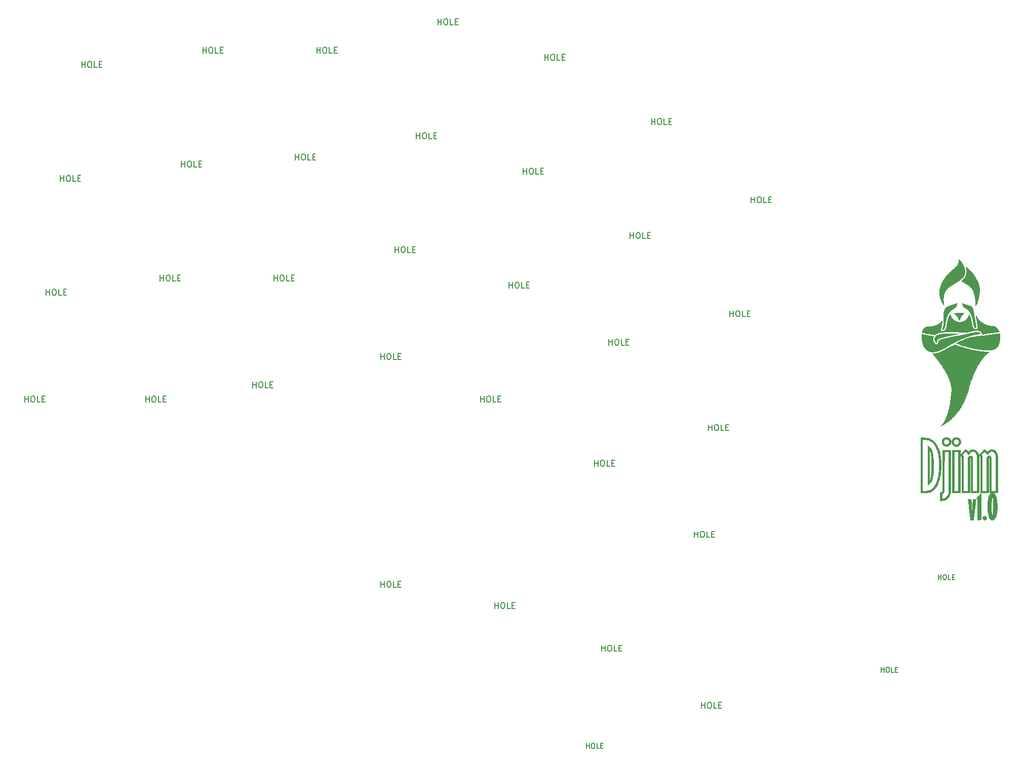
<source format=gbr>
%TF.GenerationSoftware,KiCad,Pcbnew,(5.1.7)-1*%
%TF.CreationDate,2020-10-07T08:38:14+11:00*%
%TF.ProjectId,Board-DjinnPlate,426f6172-642d-4446-9a69-6e6e506c6174,rev?*%
%TF.SameCoordinates,Original*%
%TF.FileFunction,Legend,Top*%
%TF.FilePolarity,Positive*%
%FSLAX46Y46*%
G04 Gerber Fmt 4.6, Leading zero omitted, Abs format (unit mm)*
G04 Created by KiCad (PCBNEW (5.1.7)-1) date 2020-10-07 08:38:14*
%MOMM*%
%LPD*%
G01*
G04 APERTURE LIST*
%ADD10C,0.150000*%
%ADD11C,0.010000*%
%ADD12C,0.152400*%
G04 APERTURE END LIST*
D10*
X101918143Y-105227820D02*
X101918143Y-104227820D01*
X101918143Y-104704011D02*
X102489571Y-104704011D01*
X102489571Y-105227820D02*
X102489571Y-104227820D01*
X103156238Y-104227820D02*
X103346714Y-104227820D01*
X103441952Y-104275440D01*
X103537190Y-104370678D01*
X103584810Y-104561154D01*
X103584810Y-104894487D01*
X103537190Y-105084963D01*
X103441952Y-105180201D01*
X103346714Y-105227820D01*
X103156238Y-105227820D01*
X103061000Y-105180201D01*
X102965762Y-105084963D01*
X102918143Y-104894487D01*
X102918143Y-104561154D01*
X102965762Y-104370678D01*
X103061000Y-104275440D01*
X103156238Y-104227820D01*
X104489571Y-105227820D02*
X104013381Y-105227820D01*
X104013381Y-104227820D01*
X104822905Y-104704011D02*
X105156238Y-104704011D01*
X105299095Y-105227820D02*
X104822905Y-105227820D01*
X104822905Y-104227820D01*
X105299095Y-104227820D01*
X85249323Y-95702780D02*
X85249323Y-94702780D01*
X85249323Y-95178971D02*
X85820751Y-95178971D01*
X85820751Y-95702780D02*
X85820751Y-94702780D01*
X86487418Y-94702780D02*
X86677894Y-94702780D01*
X86773132Y-94750400D01*
X86868370Y-94845638D01*
X86915990Y-95036114D01*
X86915990Y-95369447D01*
X86868370Y-95559923D01*
X86773132Y-95655161D01*
X86677894Y-95702780D01*
X86487418Y-95702780D01*
X86392180Y-95655161D01*
X86296942Y-95559923D01*
X86249323Y-95369447D01*
X86249323Y-95036114D01*
X86296942Y-94845638D01*
X86392180Y-94750400D01*
X86487418Y-94702780D01*
X87820751Y-95702780D02*
X87344561Y-95702780D01*
X87344561Y-94702780D01*
X88154085Y-95178971D02*
X88487418Y-95178971D01*
X88630275Y-95702780D02*
X88154085Y-95702780D01*
X88154085Y-94702780D01*
X88630275Y-94702780D01*
X67389873Y-88559000D02*
X67389873Y-87559000D01*
X67389873Y-88035191D02*
X67961301Y-88035191D01*
X67961301Y-88559000D02*
X67961301Y-87559000D01*
X68627968Y-87559000D02*
X68818444Y-87559000D01*
X68913682Y-87606620D01*
X69008920Y-87701858D01*
X69056540Y-87892334D01*
X69056540Y-88225667D01*
X69008920Y-88416143D01*
X68913682Y-88511381D01*
X68818444Y-88559000D01*
X68627968Y-88559000D01*
X68532730Y-88511381D01*
X68437492Y-88416143D01*
X68389873Y-88225667D01*
X68389873Y-87892334D01*
X68437492Y-87701858D01*
X68532730Y-87606620D01*
X68627968Y-87559000D01*
X69961301Y-88559000D02*
X69485111Y-88559000D01*
X69485111Y-87559000D01*
X70294635Y-88035191D02*
X70627968Y-88035191D01*
X70770825Y-88559000D02*
X70294635Y-88559000D01*
X70294635Y-87559000D01*
X70770825Y-87559000D01*
X48339793Y-84987110D02*
X48339793Y-83987110D01*
X48339793Y-84463301D02*
X48911221Y-84463301D01*
X48911221Y-84987110D02*
X48911221Y-83987110D01*
X49577888Y-83987110D02*
X49768364Y-83987110D01*
X49863602Y-84034730D01*
X49958840Y-84129968D01*
X50006460Y-84320444D01*
X50006460Y-84653777D01*
X49958840Y-84844253D01*
X49863602Y-84939491D01*
X49768364Y-84987110D01*
X49577888Y-84987110D01*
X49482650Y-84939491D01*
X49387412Y-84844253D01*
X49339793Y-84653777D01*
X49339793Y-84320444D01*
X49387412Y-84129968D01*
X49482650Y-84034730D01*
X49577888Y-83987110D01*
X50911221Y-84987110D02*
X50435031Y-84987110D01*
X50435031Y-83987110D01*
X51244555Y-84463301D02*
X51577888Y-84463301D01*
X51720745Y-84987110D02*
X51244555Y-84987110D01*
X51244555Y-83987110D01*
X51720745Y-83987110D01*
X100727513Y-76652700D02*
X100727513Y-75652700D01*
X100727513Y-76128891D02*
X101298941Y-76128891D01*
X101298941Y-76652700D02*
X101298941Y-75652700D01*
X101965608Y-75652700D02*
X102156084Y-75652700D01*
X102251322Y-75700320D01*
X102346560Y-75795558D01*
X102394180Y-75986034D01*
X102394180Y-76319367D01*
X102346560Y-76509843D01*
X102251322Y-76605081D01*
X102156084Y-76652700D01*
X101965608Y-76652700D01*
X101870370Y-76605081D01*
X101775132Y-76509843D01*
X101727513Y-76319367D01*
X101727513Y-75986034D01*
X101775132Y-75795558D01*
X101870370Y-75700320D01*
X101965608Y-75652700D01*
X103298941Y-76652700D02*
X102822751Y-76652700D01*
X102822751Y-75652700D01*
X103632275Y-76128891D02*
X103965608Y-76128891D01*
X104108465Y-76652700D02*
X103632275Y-76652700D01*
X103632275Y-75652700D01*
X104108465Y-75652700D01*
X103108773Y-58793250D02*
X103108773Y-57793250D01*
X103108773Y-58269441D02*
X103680201Y-58269441D01*
X103680201Y-58793250D02*
X103680201Y-57793250D01*
X104346868Y-57793250D02*
X104537344Y-57793250D01*
X104632582Y-57840870D01*
X104727820Y-57936108D01*
X104775440Y-58126584D01*
X104775440Y-58459917D01*
X104727820Y-58650393D01*
X104632582Y-58745631D01*
X104537344Y-58793250D01*
X104346868Y-58793250D01*
X104251630Y-58745631D01*
X104156392Y-58650393D01*
X104108773Y-58459917D01*
X104108773Y-58126584D01*
X104156392Y-57936108D01*
X104251630Y-57840870D01*
X104346868Y-57793250D01*
X105680201Y-58793250D02*
X105204011Y-58793250D01*
X105204011Y-57793250D01*
X106013535Y-58269441D02*
X106346868Y-58269441D01*
X106489725Y-58793250D02*
X106013535Y-58793250D01*
X106013535Y-57793250D01*
X106489725Y-57793250D01*
X106680663Y-39743170D02*
X106680663Y-38743170D01*
X106680663Y-39219361D02*
X107252091Y-39219361D01*
X107252091Y-39743170D02*
X107252091Y-38743170D01*
X107918758Y-38743170D02*
X108109234Y-38743170D01*
X108204472Y-38790790D01*
X108299710Y-38886028D01*
X108347330Y-39076504D01*
X108347330Y-39409837D01*
X108299710Y-39600313D01*
X108204472Y-39695551D01*
X108109234Y-39743170D01*
X107918758Y-39743170D01*
X107823520Y-39695551D01*
X107728282Y-39600313D01*
X107680663Y-39409837D01*
X107680663Y-39076504D01*
X107728282Y-38886028D01*
X107823520Y-38790790D01*
X107918758Y-38743170D01*
X109252091Y-39743170D02*
X108775901Y-39743170D01*
X108775901Y-38743170D01*
X109585425Y-39219361D02*
X109918758Y-39219361D01*
X110061615Y-39743170D02*
X109585425Y-39743170D01*
X109585425Y-38743170D01*
X110061615Y-38743170D01*
X110252553Y-20693090D02*
X110252553Y-19693090D01*
X110252553Y-20169281D02*
X110823981Y-20169281D01*
X110823981Y-20693090D02*
X110823981Y-19693090D01*
X111490648Y-19693090D02*
X111681124Y-19693090D01*
X111776362Y-19740710D01*
X111871600Y-19835948D01*
X111919220Y-20026424D01*
X111919220Y-20359757D01*
X111871600Y-20550233D01*
X111776362Y-20645471D01*
X111681124Y-20693090D01*
X111490648Y-20693090D01*
X111395410Y-20645471D01*
X111300172Y-20550233D01*
X111252553Y-20359757D01*
X111252553Y-20026424D01*
X111300172Y-19835948D01*
X111395410Y-19740710D01*
X111490648Y-19693090D01*
X112823981Y-20693090D02*
X112347791Y-20693090D01*
X112347791Y-19693090D01*
X113157315Y-20169281D02*
X113490648Y-20169281D01*
X113633505Y-20693090D02*
X113157315Y-20693090D01*
X113157315Y-19693090D01*
X113633505Y-19693090D01*
X93583733Y-7596160D02*
X93583733Y-6596160D01*
X93583733Y-7072351D02*
X94155161Y-7072351D01*
X94155161Y-7596160D02*
X94155161Y-6596160D01*
X94821828Y-6596160D02*
X95012304Y-6596160D01*
X95107542Y-6643780D01*
X95202780Y-6739018D01*
X95250400Y-6929494D01*
X95250400Y-7262827D01*
X95202780Y-7453303D01*
X95107542Y-7548541D01*
X95012304Y-7596160D01*
X94821828Y-7596160D01*
X94726590Y-7548541D01*
X94631352Y-7453303D01*
X94583733Y-7262827D01*
X94583733Y-6929494D01*
X94631352Y-6739018D01*
X94726590Y-6643780D01*
X94821828Y-6596160D01*
X96155161Y-7596160D02*
X95678971Y-7596160D01*
X95678971Y-6596160D01*
X96488495Y-7072351D02*
X96821828Y-7072351D01*
X96964685Y-7596160D02*
X96488495Y-7596160D01*
X96488495Y-6596160D01*
X96964685Y-6596160D01*
X90011843Y-26646240D02*
X90011843Y-25646240D01*
X90011843Y-26122431D02*
X90583271Y-26122431D01*
X90583271Y-26646240D02*
X90583271Y-25646240D01*
X91249938Y-25646240D02*
X91440414Y-25646240D01*
X91535652Y-25693860D01*
X91630890Y-25789098D01*
X91678510Y-25979574D01*
X91678510Y-26312907D01*
X91630890Y-26503383D01*
X91535652Y-26598621D01*
X91440414Y-26646240D01*
X91249938Y-26646240D01*
X91154700Y-26598621D01*
X91059462Y-26503383D01*
X91011843Y-26312907D01*
X91011843Y-25979574D01*
X91059462Y-25789098D01*
X91154700Y-25693860D01*
X91249938Y-25646240D01*
X92583271Y-26646240D02*
X92107081Y-26646240D01*
X92107081Y-25646240D01*
X92916605Y-26122431D02*
X93249938Y-26122431D01*
X93392795Y-26646240D02*
X92916605Y-26646240D01*
X92916605Y-25646240D01*
X93392795Y-25646240D01*
X86439953Y-44505690D02*
X86439953Y-43505690D01*
X86439953Y-43981881D02*
X87011381Y-43981881D01*
X87011381Y-44505690D02*
X87011381Y-43505690D01*
X87678048Y-43505690D02*
X87868524Y-43505690D01*
X87963762Y-43553310D01*
X88059000Y-43648548D01*
X88106620Y-43839024D01*
X88106620Y-44172357D01*
X88059000Y-44362833D01*
X87963762Y-44458071D01*
X87868524Y-44505690D01*
X87678048Y-44505690D01*
X87582810Y-44458071D01*
X87487572Y-44362833D01*
X87439953Y-44172357D01*
X87439953Y-43839024D01*
X87487572Y-43648548D01*
X87582810Y-43553310D01*
X87678048Y-43505690D01*
X89011381Y-44505690D02*
X88535191Y-44505690D01*
X88535191Y-43505690D01*
X89344715Y-43981881D02*
X89678048Y-43981881D01*
X89820905Y-44505690D02*
X89344715Y-44505690D01*
X89344715Y-43505690D01*
X89820905Y-43505690D01*
X84058693Y-64746400D02*
X84058693Y-63746400D01*
X84058693Y-64222591D02*
X84630121Y-64222591D01*
X84630121Y-64746400D02*
X84630121Y-63746400D01*
X85296788Y-63746400D02*
X85487264Y-63746400D01*
X85582502Y-63794020D01*
X85677740Y-63889258D01*
X85725360Y-64079734D01*
X85725360Y-64413067D01*
X85677740Y-64603543D01*
X85582502Y-64698781D01*
X85487264Y-64746400D01*
X85296788Y-64746400D01*
X85201550Y-64698781D01*
X85106312Y-64603543D01*
X85058693Y-64413067D01*
X85058693Y-64079734D01*
X85106312Y-63889258D01*
X85201550Y-63794020D01*
X85296788Y-63746400D01*
X86630121Y-64746400D02*
X86153931Y-64746400D01*
X86153931Y-63746400D01*
X86963455Y-64222591D02*
X87296788Y-64222591D01*
X87439645Y-64746400D02*
X86963455Y-64746400D01*
X86963455Y-63746400D01*
X87439645Y-63746400D01*
X65008613Y-54030730D02*
X65008613Y-53030730D01*
X65008613Y-53506921D02*
X65580041Y-53506921D01*
X65580041Y-54030730D02*
X65580041Y-53030730D01*
X66246708Y-53030730D02*
X66437184Y-53030730D01*
X66532422Y-53078350D01*
X66627660Y-53173588D01*
X66675280Y-53364064D01*
X66675280Y-53697397D01*
X66627660Y-53887873D01*
X66532422Y-53983111D01*
X66437184Y-54030730D01*
X66246708Y-54030730D01*
X66151470Y-53983111D01*
X66056232Y-53887873D01*
X66008613Y-53697397D01*
X66008613Y-53364064D01*
X66056232Y-53173588D01*
X66151470Y-53078350D01*
X66246708Y-53030730D01*
X67580041Y-54030730D02*
X67103851Y-54030730D01*
X67103851Y-53030730D01*
X67913375Y-53506921D02*
X68246708Y-53506921D01*
X68389565Y-54030730D02*
X67913375Y-54030730D01*
X67913375Y-53030730D01*
X68389565Y-53030730D01*
X69771133Y-34980650D02*
X69771133Y-33980650D01*
X69771133Y-34456841D02*
X70342561Y-34456841D01*
X70342561Y-34980650D02*
X70342561Y-33980650D01*
X71009228Y-33980650D02*
X71199704Y-33980650D01*
X71294942Y-34028270D01*
X71390180Y-34123508D01*
X71437800Y-34313984D01*
X71437800Y-34647317D01*
X71390180Y-34837793D01*
X71294942Y-34933031D01*
X71199704Y-34980650D01*
X71009228Y-34980650D01*
X70913990Y-34933031D01*
X70818752Y-34837793D01*
X70771133Y-34647317D01*
X70771133Y-34313984D01*
X70818752Y-34123508D01*
X70913990Y-34028270D01*
X71009228Y-33980650D01*
X72342561Y-34980650D02*
X71866371Y-34980650D01*
X71866371Y-33980650D01*
X72675895Y-34456841D02*
X73009228Y-34456841D01*
X73152085Y-34980650D02*
X72675895Y-34980650D01*
X72675895Y-33980650D01*
X73152085Y-33980650D01*
X72152393Y-15930570D02*
X72152393Y-14930570D01*
X72152393Y-15406761D02*
X72723821Y-15406761D01*
X72723821Y-15930570D02*
X72723821Y-14930570D01*
X73390488Y-14930570D02*
X73580964Y-14930570D01*
X73676202Y-14978190D01*
X73771440Y-15073428D01*
X73819060Y-15263904D01*
X73819060Y-15597237D01*
X73771440Y-15787713D01*
X73676202Y-15882951D01*
X73580964Y-15930570D01*
X73390488Y-15930570D01*
X73295250Y-15882951D01*
X73200012Y-15787713D01*
X73152393Y-15597237D01*
X73152393Y-15263904D01*
X73200012Y-15073428D01*
X73295250Y-14978190D01*
X73390488Y-14930570D01*
X74723821Y-15930570D02*
X74247631Y-15930570D01*
X74247631Y-14930570D01*
X75057155Y-15406761D02*
X75390488Y-15406761D01*
X75533345Y-15930570D02*
X75057155Y-15930570D01*
X75057155Y-14930570D01*
X75533345Y-14930570D01*
X75724283Y3119509D02*
X75724283Y4119509D01*
X75724283Y3643318D02*
X76295711Y3643318D01*
X76295711Y3119509D02*
X76295711Y4119509D01*
X76962378Y4119509D02*
X77152854Y4119509D01*
X77248092Y4071890D01*
X77343330Y3976651D01*
X77390950Y3786175D01*
X77390950Y3452842D01*
X77343330Y3262366D01*
X77248092Y3167128D01*
X77152854Y3119509D01*
X76962378Y3119509D01*
X76867140Y3167128D01*
X76771902Y3262366D01*
X76724283Y3452842D01*
X76724283Y3786175D01*
X76771902Y3976651D01*
X76867140Y4071890D01*
X76962378Y4119509D01*
X78295711Y3119509D02*
X77819521Y3119509D01*
X77819521Y4119509D01*
X78629045Y3643318D02*
X78962378Y3643318D01*
X79105235Y3119509D02*
X78629045Y3119509D01*
X78629045Y4119509D01*
X79105235Y4119509D01*
X57864833Y9072659D02*
X57864833Y10072659D01*
X57864833Y9596468D02*
X58436261Y9596468D01*
X58436261Y9072659D02*
X58436261Y10072659D01*
X59102928Y10072659D02*
X59293404Y10072659D01*
X59388642Y10025040D01*
X59483880Y9929801D01*
X59531500Y9739325D01*
X59531500Y9405992D01*
X59483880Y9215516D01*
X59388642Y9120278D01*
X59293404Y9072659D01*
X59102928Y9072659D01*
X59007690Y9120278D01*
X58912452Y9215516D01*
X58864833Y9405992D01*
X58864833Y9739325D01*
X58912452Y9929801D01*
X59007690Y10025040D01*
X59102928Y10072659D01*
X60436261Y9072659D02*
X59960071Y9072659D01*
X59960071Y10072659D01*
X60769595Y9596468D02*
X61102928Y9596468D01*
X61245785Y9072659D02*
X60769595Y9072659D01*
X60769595Y10072659D01*
X61245785Y10072659D01*
X54292943Y-9977420D02*
X54292943Y-8977420D01*
X54292943Y-9453611D02*
X54864371Y-9453611D01*
X54864371Y-9977420D02*
X54864371Y-8977420D01*
X55531038Y-8977420D02*
X55721514Y-8977420D01*
X55816752Y-9025040D01*
X55911990Y-9120278D01*
X55959610Y-9310754D01*
X55959610Y-9644087D01*
X55911990Y-9834563D01*
X55816752Y-9929801D01*
X55721514Y-9977420D01*
X55531038Y-9977420D01*
X55435800Y-9929801D01*
X55340562Y-9834563D01*
X55292943Y-9644087D01*
X55292943Y-9310754D01*
X55340562Y-9120278D01*
X55435800Y-9025040D01*
X55531038Y-8977420D01*
X56864371Y-9977420D02*
X56388181Y-9977420D01*
X56388181Y-8977420D01*
X57197705Y-9453611D02*
X57531038Y-9453611D01*
X57673895Y-9977420D02*
X57197705Y-9977420D01*
X57197705Y-8977420D01*
X57673895Y-8977420D01*
X50721053Y-29027500D02*
X50721053Y-28027500D01*
X50721053Y-28503691D02*
X51292481Y-28503691D01*
X51292481Y-29027500D02*
X51292481Y-28027500D01*
X51959148Y-28027500D02*
X52149624Y-28027500D01*
X52244862Y-28075120D01*
X52340100Y-28170358D01*
X52387720Y-28360834D01*
X52387720Y-28694167D01*
X52340100Y-28884643D01*
X52244862Y-28979881D01*
X52149624Y-29027500D01*
X51959148Y-29027500D01*
X51863910Y-28979881D01*
X51768672Y-28884643D01*
X51721053Y-28694167D01*
X51721053Y-28360834D01*
X51768672Y-28170358D01*
X51863910Y-28075120D01*
X51959148Y-28027500D01*
X53292481Y-29027500D02*
X52816291Y-29027500D01*
X52816291Y-28027500D01*
X53625815Y-28503691D02*
X53959148Y-28503691D01*
X54102005Y-29027500D02*
X53625815Y-29027500D01*
X53625815Y-28027500D01*
X54102005Y-28027500D01*
X48339793Y-46886950D02*
X48339793Y-45886950D01*
X48339793Y-46363141D02*
X48911221Y-46363141D01*
X48911221Y-46886950D02*
X48911221Y-45886950D01*
X49577888Y-45886950D02*
X49768364Y-45886950D01*
X49863602Y-45934570D01*
X49958840Y-46029808D01*
X50006460Y-46220284D01*
X50006460Y-46553617D01*
X49958840Y-46744093D01*
X49863602Y-46839331D01*
X49768364Y-46886950D01*
X49577888Y-46886950D01*
X49482650Y-46839331D01*
X49387412Y-46744093D01*
X49339793Y-46553617D01*
X49339793Y-46220284D01*
X49387412Y-46029808D01*
X49482650Y-45934570D01*
X49577888Y-45886950D01*
X50911221Y-46886950D02*
X50435031Y-46886950D01*
X50435031Y-45886950D01*
X51244555Y-46363141D02*
X51577888Y-46363141D01*
X51720745Y-46886950D02*
X51244555Y-46886950D01*
X51244555Y-45886950D01*
X51720745Y-45886950D01*
X26908453Y-51649470D02*
X26908453Y-50649470D01*
X26908453Y-51125661D02*
X27479881Y-51125661D01*
X27479881Y-51649470D02*
X27479881Y-50649470D01*
X28146548Y-50649470D02*
X28337024Y-50649470D01*
X28432262Y-50697090D01*
X28527500Y-50792328D01*
X28575120Y-50982804D01*
X28575120Y-51316137D01*
X28527500Y-51506613D01*
X28432262Y-51601851D01*
X28337024Y-51649470D01*
X28146548Y-51649470D01*
X28051310Y-51601851D01*
X27956072Y-51506613D01*
X27908453Y-51316137D01*
X27908453Y-50982804D01*
X27956072Y-50792328D01*
X28051310Y-50697090D01*
X28146548Y-50649470D01*
X29479881Y-51649470D02*
X29003691Y-51649470D01*
X29003691Y-50649470D01*
X29813215Y-51125661D02*
X30146548Y-51125661D01*
X30289405Y-51649470D02*
X29813215Y-51649470D01*
X29813215Y-50649470D01*
X30289405Y-50649470D01*
X30480343Y-33790020D02*
X30480343Y-32790020D01*
X30480343Y-33266211D02*
X31051771Y-33266211D01*
X31051771Y-33790020D02*
X31051771Y-32790020D01*
X31718438Y-32790020D02*
X31908914Y-32790020D01*
X32004152Y-32837640D01*
X32099390Y-32932878D01*
X32147010Y-33123354D01*
X32147010Y-33456687D01*
X32099390Y-33647163D01*
X32004152Y-33742401D01*
X31908914Y-33790020D01*
X31718438Y-33790020D01*
X31623200Y-33742401D01*
X31527962Y-33647163D01*
X31480343Y-33456687D01*
X31480343Y-33123354D01*
X31527962Y-32932878D01*
X31623200Y-32837640D01*
X31718438Y-32790020D01*
X33051771Y-33790020D02*
X32575581Y-33790020D01*
X32575581Y-32790020D01*
X33385105Y-33266211D02*
X33718438Y-33266211D01*
X33861295Y-33790020D02*
X33385105Y-33790020D01*
X33385105Y-32790020D01*
X33861295Y-32790020D01*
X34052233Y-13549310D02*
X34052233Y-12549310D01*
X34052233Y-13025501D02*
X34623661Y-13025501D01*
X34623661Y-13549310D02*
X34623661Y-12549310D01*
X35290328Y-12549310D02*
X35480804Y-12549310D01*
X35576042Y-12596930D01*
X35671280Y-12692168D01*
X35718900Y-12882644D01*
X35718900Y-13215977D01*
X35671280Y-13406453D01*
X35576042Y-13501691D01*
X35480804Y-13549310D01*
X35290328Y-13549310D01*
X35195090Y-13501691D01*
X35099852Y-13406453D01*
X35052233Y-13215977D01*
X35052233Y-12882644D01*
X35099852Y-12692168D01*
X35195090Y-12596930D01*
X35290328Y-12549310D01*
X36623661Y-13549310D02*
X36147471Y-13549310D01*
X36147471Y-12549310D01*
X36956995Y-13025501D02*
X37290328Y-13025501D01*
X37433185Y-13549310D02*
X36956995Y-13549310D01*
X36956995Y-12549310D01*
X37433185Y-12549310D01*
X37624123Y4310139D02*
X37624123Y5310139D01*
X37624123Y4833948D02*
X38195551Y4833948D01*
X38195551Y4310139D02*
X38195551Y5310139D01*
X38862218Y5310139D02*
X39052694Y5310139D01*
X39147932Y5262520D01*
X39243170Y5167281D01*
X39290790Y4976805D01*
X39290790Y4643472D01*
X39243170Y4452996D01*
X39147932Y4357758D01*
X39052694Y4310139D01*
X38862218Y4310139D01*
X38766980Y4357758D01*
X38671742Y4452996D01*
X38624123Y4643472D01*
X38624123Y4976805D01*
X38671742Y5167281D01*
X38766980Y5262520D01*
X38862218Y5310139D01*
X40195551Y4310139D02*
X39719361Y4310139D01*
X39719361Y5310139D01*
X40528885Y4833948D02*
X40862218Y4833948D01*
X41005075Y4310139D02*
X40528885Y4310139D01*
X40528885Y5310139D01*
X41005075Y5310139D01*
X18574043Y4310139D02*
X18574043Y5310139D01*
X18574043Y4833948D02*
X19145471Y4833948D01*
X19145471Y4310139D02*
X19145471Y5310139D01*
X19812138Y5310139D02*
X20002614Y5310139D01*
X20097852Y5262520D01*
X20193090Y5167281D01*
X20240710Y4976805D01*
X20240710Y4643472D01*
X20193090Y4452996D01*
X20097852Y4357758D01*
X20002614Y4310139D01*
X19812138Y4310139D01*
X19716900Y4357758D01*
X19621662Y4452996D01*
X19574043Y4643472D01*
X19574043Y4976805D01*
X19621662Y5167281D01*
X19716900Y5262520D01*
X19812138Y5310139D01*
X21145471Y4310139D02*
X20669281Y4310139D01*
X20669281Y5310139D01*
X21478805Y4833948D02*
X21812138Y4833948D01*
X21954995Y4310139D02*
X21478805Y4310139D01*
X21478805Y5310139D01*
X21954995Y5310139D01*
X15002153Y-14739940D02*
X15002153Y-13739940D01*
X15002153Y-14216131D02*
X15573581Y-14216131D01*
X15573581Y-14739940D02*
X15573581Y-13739940D01*
X16240248Y-13739940D02*
X16430724Y-13739940D01*
X16525962Y-13787560D01*
X16621200Y-13882798D01*
X16668820Y-14073274D01*
X16668820Y-14406607D01*
X16621200Y-14597083D01*
X16525962Y-14692321D01*
X16430724Y-14739940D01*
X16240248Y-14739940D01*
X16145010Y-14692321D01*
X16049772Y-14597083D01*
X16002153Y-14406607D01*
X16002153Y-14073274D01*
X16049772Y-13882798D01*
X16145010Y-13787560D01*
X16240248Y-13739940D01*
X17573581Y-14739940D02*
X17097391Y-14739940D01*
X17097391Y-13739940D01*
X17906915Y-14216131D02*
X18240248Y-14216131D01*
X18383105Y-14739940D02*
X17906915Y-14739940D01*
X17906915Y-13739940D01*
X18383105Y-13739940D01*
X11430263Y-33790020D02*
X11430263Y-32790020D01*
X11430263Y-33266211D02*
X12001691Y-33266211D01*
X12001691Y-33790020D02*
X12001691Y-32790020D01*
X12668358Y-32790020D02*
X12858834Y-32790020D01*
X12954072Y-32837640D01*
X13049310Y-32932878D01*
X13096930Y-33123354D01*
X13096930Y-33456687D01*
X13049310Y-33647163D01*
X12954072Y-33742401D01*
X12858834Y-33790020D01*
X12668358Y-33790020D01*
X12573120Y-33742401D01*
X12477882Y-33647163D01*
X12430263Y-33456687D01*
X12430263Y-33123354D01*
X12477882Y-32932878D01*
X12573120Y-32837640D01*
X12668358Y-32790020D01*
X14001691Y-33790020D02*
X13525501Y-33790020D01*
X13525501Y-32790020D01*
X14335025Y-33266211D02*
X14668358Y-33266211D01*
X14811215Y-33790020D02*
X14335025Y-33790020D01*
X14335025Y-32790020D01*
X14811215Y-32790020D01*
X9049003Y-54030730D02*
X9049003Y-53030730D01*
X9049003Y-53506921D02*
X9620431Y-53506921D01*
X9620431Y-54030730D02*
X9620431Y-53030730D01*
X10287098Y-53030730D02*
X10477574Y-53030730D01*
X10572812Y-53078350D01*
X10668050Y-53173588D01*
X10715670Y-53364064D01*
X10715670Y-53697397D01*
X10668050Y-53887873D01*
X10572812Y-53983111D01*
X10477574Y-54030730D01*
X10287098Y-54030730D01*
X10191860Y-53983111D01*
X10096622Y-53887873D01*
X10049003Y-53697397D01*
X10049003Y-53364064D01*
X10096622Y-53173588D01*
X10191860Y-53078350D01*
X10287098Y-53030730D01*
X11620431Y-54030730D02*
X11144241Y-54030730D01*
X11144241Y-53030730D01*
X11953765Y-53506921D02*
X12287098Y-53506921D01*
X12429955Y-54030730D02*
X11953765Y-54030730D01*
X11953765Y-53030730D01*
X12429955Y-53030730D01*
X-11191706Y-54030730D02*
X-11191706Y-53030730D01*
X-11191706Y-53506921D02*
X-10620278Y-53506921D01*
X-10620278Y-54030730D02*
X-10620278Y-53030730D01*
X-9953611Y-53030730D02*
X-9763135Y-53030730D01*
X-9667897Y-53078350D01*
X-9572659Y-53173588D01*
X-9525040Y-53364064D01*
X-9525040Y-53697397D01*
X-9572659Y-53887873D01*
X-9667897Y-53983111D01*
X-9763135Y-54030730D01*
X-9953611Y-54030730D01*
X-10048849Y-53983111D01*
X-10144087Y-53887873D01*
X-10191706Y-53697397D01*
X-10191706Y-53364064D01*
X-10144087Y-53173588D01*
X-10048849Y-53078350D01*
X-9953611Y-53030730D01*
X-8620278Y-54030730D02*
X-9096468Y-54030730D01*
X-9096468Y-53030730D01*
X-8286944Y-53506921D02*
X-7953611Y-53506921D01*
X-7810754Y-54030730D02*
X-8286944Y-54030730D01*
X-8286944Y-53030730D01*
X-7810754Y-53030730D01*
X-7619816Y-36171280D02*
X-7619816Y-35171280D01*
X-7619816Y-35647471D02*
X-7048388Y-35647471D01*
X-7048388Y-36171280D02*
X-7048388Y-35171280D01*
X-6381721Y-35171280D02*
X-6191245Y-35171280D01*
X-6096007Y-35218900D01*
X-6000769Y-35314138D01*
X-5953150Y-35504614D01*
X-5953150Y-35837947D01*
X-6000769Y-36028423D01*
X-6096007Y-36123661D01*
X-6191245Y-36171280D01*
X-6381721Y-36171280D01*
X-6476959Y-36123661D01*
X-6572197Y-36028423D01*
X-6619816Y-35837947D01*
X-6619816Y-35504614D01*
X-6572197Y-35314138D01*
X-6476959Y-35218900D01*
X-6381721Y-35171280D01*
X-5048388Y-36171280D02*
X-5524578Y-36171280D01*
X-5524578Y-35171280D01*
X-4715054Y-35647471D02*
X-4381721Y-35647471D01*
X-4238864Y-36171280D02*
X-4715054Y-36171280D01*
X-4715054Y-35171280D01*
X-4238864Y-35171280D01*
X-5238556Y-17121200D02*
X-5238556Y-16121200D01*
X-5238556Y-16597391D02*
X-4667128Y-16597391D01*
X-4667128Y-17121200D02*
X-4667128Y-16121200D01*
X-4000461Y-16121200D02*
X-3809985Y-16121200D01*
X-3714747Y-16168820D01*
X-3619509Y-16264058D01*
X-3571890Y-16454534D01*
X-3571890Y-16787867D01*
X-3619509Y-16978343D01*
X-3714747Y-17073581D01*
X-3809985Y-17121200D01*
X-4000461Y-17121200D01*
X-4095699Y-17073581D01*
X-4190937Y-16978343D01*
X-4238556Y-16787867D01*
X-4238556Y-16454534D01*
X-4190937Y-16264058D01*
X-4095699Y-16168820D01*
X-4000461Y-16121200D01*
X-2667128Y-17121200D02*
X-3143318Y-17121200D01*
X-3143318Y-16121200D01*
X-2333794Y-16597391D02*
X-2000461Y-16597391D01*
X-1857604Y-17121200D02*
X-2333794Y-17121200D01*
X-2333794Y-16121200D01*
X-1857604Y-16121200D01*
X-1666666Y1928879D02*
X-1666666Y2928879D01*
X-1666666Y2452688D02*
X-1095238Y2452688D01*
X-1095238Y1928879D02*
X-1095238Y2928879D01*
X-428571Y2928879D02*
X-238095Y2928879D01*
X-142857Y2881260D01*
X-47619Y2786021D01*
X0Y2595545D01*
X0Y2262212D01*
X-47619Y2071736D01*
X-142857Y1976498D01*
X-238095Y1928879D01*
X-428571Y1928879D01*
X-523809Y1976498D01*
X-619047Y2071736D01*
X-666666Y2262212D01*
X-666666Y2595545D01*
X-619047Y2786021D01*
X-523809Y2881260D01*
X-428571Y2928879D01*
X904761Y1928879D02*
X428571Y1928879D01*
X428571Y2928879D01*
X1238095Y2452688D02*
X1571428Y2452688D01*
X1714285Y1928879D02*
X1238095Y1928879D01*
X1238095Y2928879D01*
X1714285Y2928879D01*
D11*
%TO.C,LOGO5*%
G36*
X146827792Y-70263167D02*
G01*
X146895617Y-70264009D01*
X146941120Y-70266203D01*
X146969017Y-70270393D01*
X146984022Y-70277225D01*
X146990849Y-70287346D01*
X146993691Y-70298748D01*
X146995571Y-70319830D01*
X146998896Y-70370185D01*
X147003532Y-70447377D01*
X147009347Y-70548968D01*
X147016207Y-70672521D01*
X147023980Y-70815599D01*
X147032531Y-70975765D01*
X147041729Y-71150582D01*
X147051440Y-71337612D01*
X147061530Y-71534418D01*
X147066299Y-71628280D01*
X147076488Y-71828445D01*
X147086318Y-72019713D01*
X147095660Y-72199675D01*
X147104383Y-72365924D01*
X147112360Y-72516052D01*
X147119460Y-72647652D01*
X147125554Y-72758314D01*
X147130513Y-72845631D01*
X147134207Y-72907196D01*
X147136508Y-72940601D01*
X147137074Y-72945905D01*
X147140190Y-72944468D01*
X147143182Y-72917286D01*
X147145242Y-72874467D01*
X147146438Y-72843709D01*
X147149001Y-72783870D01*
X147152811Y-72697586D01*
X147157747Y-72587492D01*
X147163690Y-72456223D01*
X147170521Y-72306414D01*
X147178118Y-72140700D01*
X147186363Y-71961716D01*
X147195135Y-71772097D01*
X147204315Y-71574478D01*
X147206614Y-71525092D01*
X147265047Y-70270967D01*
X147523016Y-70266605D01*
X147628145Y-70265582D01*
X147703965Y-70266675D01*
X147752852Y-70270009D01*
X147777183Y-70275713D01*
X147780985Y-70280311D01*
X147779180Y-70298208D01*
X147773926Y-70345579D01*
X147765459Y-70420362D01*
X147754019Y-70520496D01*
X147739842Y-70643920D01*
X147723167Y-70788571D01*
X147704232Y-70952389D01*
X147683275Y-71133312D01*
X147660534Y-71329278D01*
X147636247Y-71538227D01*
X147610651Y-71758097D01*
X147583985Y-71986826D01*
X147582545Y-71999173D01*
X147555826Y-72228356D01*
X147530165Y-72448819D01*
X147505800Y-72658495D01*
X147482969Y-72855322D01*
X147461910Y-73037235D01*
X147442861Y-73202169D01*
X147426060Y-73348060D01*
X147411746Y-73472845D01*
X147400156Y-73574458D01*
X147391528Y-73650836D01*
X147386101Y-73699914D01*
X147384112Y-73719628D01*
X147384107Y-73719811D01*
X147376038Y-73727792D01*
X147349549Y-73733490D01*
X147301218Y-73737182D01*
X147227627Y-73739142D01*
X147138047Y-73739655D01*
X147034411Y-73738790D01*
X146960459Y-73736096D01*
X146914172Y-73731424D01*
X146893528Y-73724628D01*
X146891985Y-73721585D01*
X146890120Y-73703701D01*
X146884688Y-73656351D01*
X146875936Y-73581588D01*
X146864108Y-73481466D01*
X146849449Y-73358039D01*
X146832205Y-73213361D01*
X146812620Y-73049486D01*
X146790940Y-72868466D01*
X146767410Y-72672358D01*
X146742275Y-72463213D01*
X146715780Y-72243086D01*
X146688171Y-72014032D01*
X146685610Y-71992798D01*
X146657926Y-71763232D01*
X146631333Y-71542545D01*
X146606076Y-71332776D01*
X146582399Y-71135966D01*
X146560548Y-70954154D01*
X146540766Y-70789382D01*
X146523299Y-70643690D01*
X146508392Y-70519117D01*
X146496289Y-70417704D01*
X146487235Y-70341492D01*
X146481474Y-70292521D01*
X146479253Y-70272832D01*
X146479235Y-70272555D01*
X146494223Y-70269337D01*
X146535644Y-70266583D01*
X146598181Y-70264494D01*
X146676519Y-70263268D01*
X146732932Y-70263030D01*
X146827792Y-70263167D01*
G37*
X146827792Y-70263167D02*
X146895617Y-70264009D01*
X146941120Y-70266203D01*
X146969017Y-70270393D01*
X146984022Y-70277225D01*
X146990849Y-70287346D01*
X146993691Y-70298748D01*
X146995571Y-70319830D01*
X146998896Y-70370185D01*
X147003532Y-70447377D01*
X147009347Y-70548968D01*
X147016207Y-70672521D01*
X147023980Y-70815599D01*
X147032531Y-70975765D01*
X147041729Y-71150582D01*
X147051440Y-71337612D01*
X147061530Y-71534418D01*
X147066299Y-71628280D01*
X147076488Y-71828445D01*
X147086318Y-72019713D01*
X147095660Y-72199675D01*
X147104383Y-72365924D01*
X147112360Y-72516052D01*
X147119460Y-72647652D01*
X147125554Y-72758314D01*
X147130513Y-72845631D01*
X147134207Y-72907196D01*
X147136508Y-72940601D01*
X147137074Y-72945905D01*
X147140190Y-72944468D01*
X147143182Y-72917286D01*
X147145242Y-72874467D01*
X147146438Y-72843709D01*
X147149001Y-72783870D01*
X147152811Y-72697586D01*
X147157747Y-72587492D01*
X147163690Y-72456223D01*
X147170521Y-72306414D01*
X147178118Y-72140700D01*
X147186363Y-71961716D01*
X147195135Y-71772097D01*
X147204315Y-71574478D01*
X147206614Y-71525092D01*
X147265047Y-70270967D01*
X147523016Y-70266605D01*
X147628145Y-70265582D01*
X147703965Y-70266675D01*
X147752852Y-70270009D01*
X147777183Y-70275713D01*
X147780985Y-70280311D01*
X147779180Y-70298208D01*
X147773926Y-70345579D01*
X147765459Y-70420362D01*
X147754019Y-70520496D01*
X147739842Y-70643920D01*
X147723167Y-70788571D01*
X147704232Y-70952389D01*
X147683275Y-71133312D01*
X147660534Y-71329278D01*
X147636247Y-71538227D01*
X147610651Y-71758097D01*
X147583985Y-71986826D01*
X147582545Y-71999173D01*
X147555826Y-72228356D01*
X147530165Y-72448819D01*
X147505800Y-72658495D01*
X147482969Y-72855322D01*
X147461910Y-73037235D01*
X147442861Y-73202169D01*
X147426060Y-73348060D01*
X147411746Y-73472845D01*
X147400156Y-73574458D01*
X147391528Y-73650836D01*
X147386101Y-73699914D01*
X147384112Y-73719628D01*
X147384107Y-73719811D01*
X147376038Y-73727792D01*
X147349549Y-73733490D01*
X147301218Y-73737182D01*
X147227627Y-73739142D01*
X147138047Y-73739655D01*
X147034411Y-73738790D01*
X146960459Y-73736096D01*
X146914172Y-73731424D01*
X146893528Y-73724628D01*
X146891985Y-73721585D01*
X146890120Y-73703701D01*
X146884688Y-73656351D01*
X146875936Y-73581588D01*
X146864108Y-73481466D01*
X146849449Y-73358039D01*
X146832205Y-73213361D01*
X146812620Y-73049486D01*
X146790940Y-72868466D01*
X146767410Y-72672358D01*
X146742275Y-72463213D01*
X146715780Y-72243086D01*
X146688171Y-72014032D01*
X146685610Y-71992798D01*
X146657926Y-71763232D01*
X146631333Y-71542545D01*
X146606076Y-71332776D01*
X146582399Y-71135966D01*
X146560548Y-70954154D01*
X146540766Y-70789382D01*
X146523299Y-70643690D01*
X146508392Y-70519117D01*
X146496289Y-70417704D01*
X146487235Y-70341492D01*
X146481474Y-70292521D01*
X146479253Y-70272832D01*
X146479235Y-70272555D01*
X146494223Y-70269337D01*
X146535644Y-70266583D01*
X146598181Y-70264494D01*
X146676519Y-70263268D01*
X146732932Y-70263030D01*
X146827792Y-70263167D01*
G36*
X149358379Y-73098091D02*
G01*
X149446935Y-73139595D01*
X149517657Y-73205754D01*
X149567201Y-73294189D01*
X149572667Y-73309430D01*
X149589261Y-73403150D01*
X149578179Y-73492067D01*
X149543473Y-73572589D01*
X149489193Y-73641125D01*
X149419392Y-73694082D01*
X149338121Y-73727868D01*
X149249431Y-73738893D01*
X149157372Y-73723564D01*
X149121299Y-73709606D01*
X149048784Y-73661307D01*
X148989567Y-73592411D01*
X148947977Y-73511024D01*
X148928345Y-73425249D01*
X148932063Y-73355387D01*
X148966693Y-73259180D01*
X149024378Y-73180373D01*
X149100685Y-73122693D01*
X149191180Y-73089865D01*
X149255332Y-73083620D01*
X149358379Y-73098091D01*
G37*
X149358379Y-73098091D02*
X149446935Y-73139595D01*
X149517657Y-73205754D01*
X149567201Y-73294189D01*
X149572667Y-73309430D01*
X149589261Y-73403150D01*
X149578179Y-73492067D01*
X149543473Y-73572589D01*
X149489193Y-73641125D01*
X149419392Y-73694082D01*
X149338121Y-73727868D01*
X149249431Y-73738893D01*
X149157372Y-73723564D01*
X149121299Y-73709606D01*
X149048784Y-73661307D01*
X148989567Y-73592411D01*
X148947977Y-73511024D01*
X148928345Y-73425249D01*
X148932063Y-73355387D01*
X148966693Y-73259180D01*
X149024378Y-73180373D01*
X149100685Y-73122693D01*
X149191180Y-73089865D01*
X149255332Y-73083620D01*
X149358379Y-73098091D01*
G36*
X149227985Y-61975968D02*
G01*
X149377669Y-62043547D01*
X149517148Y-62140446D01*
X149616725Y-62234632D01*
X149709366Y-62333807D01*
X149804831Y-62239700D01*
X149941558Y-62123913D01*
X150085532Y-62039026D01*
X150236878Y-61984996D01*
X150395720Y-61961783D01*
X150562183Y-61969345D01*
X150599887Y-61975143D01*
X150746021Y-62015985D01*
X150885838Y-62085185D01*
X151015696Y-62179467D01*
X151131959Y-62295552D01*
X151230985Y-62430161D01*
X151309138Y-62580018D01*
X151329883Y-62632688D01*
X151340792Y-62661954D01*
X151350816Y-62688053D01*
X151359996Y-62712361D01*
X151368369Y-62736255D01*
X151375974Y-62761110D01*
X151382852Y-62788304D01*
X151389041Y-62819213D01*
X151394580Y-62855213D01*
X151399509Y-62897682D01*
X151403866Y-62947995D01*
X151407691Y-63007529D01*
X151411022Y-63077660D01*
X151413900Y-63159766D01*
X151416362Y-63255222D01*
X151418449Y-63365405D01*
X151420199Y-63491692D01*
X151421652Y-63635459D01*
X151422847Y-63798082D01*
X151423822Y-63980939D01*
X151424617Y-64185405D01*
X151425272Y-64412857D01*
X151425824Y-64664672D01*
X151426314Y-64942226D01*
X151426780Y-65246895D01*
X151427262Y-65580057D01*
X151427799Y-65943088D01*
X151428018Y-66083936D01*
X151432926Y-69199405D01*
X150999986Y-69200476D01*
X150872480Y-69200924D01*
X150774018Y-69201670D01*
X150701898Y-69202880D01*
X150653414Y-69204716D01*
X150625862Y-69207344D01*
X150616538Y-69210929D01*
X150622738Y-69215634D01*
X150641756Y-69221625D01*
X150643686Y-69222147D01*
X150750983Y-69267243D01*
X150851100Y-69342279D01*
X150943453Y-69446139D01*
X151027462Y-69577706D01*
X151102544Y-69735864D01*
X151168117Y-69919496D01*
X151223599Y-70127486D01*
X151268407Y-70358717D01*
X151281554Y-70445592D01*
X151303397Y-70632383D01*
X151320225Y-70842986D01*
X151332017Y-71070782D01*
X151338751Y-71309156D01*
X151340403Y-71551487D01*
X151336953Y-71791160D01*
X151328378Y-72021556D01*
X151314656Y-72236058D01*
X151295765Y-72428047D01*
X151288366Y-72485530D01*
X151246902Y-72733528D01*
X151194395Y-72956856D01*
X151131269Y-73154560D01*
X151057947Y-73325688D01*
X150974851Y-73469289D01*
X150882404Y-73584409D01*
X150781031Y-73670097D01*
X150754802Y-73686540D01*
X150664960Y-73722433D01*
X150562479Y-73735815D01*
X150457829Y-73725948D01*
X150405424Y-73711170D01*
X150298403Y-73656326D01*
X150199122Y-73571639D01*
X150108233Y-73458215D01*
X150026385Y-73317159D01*
X149954229Y-73149575D01*
X149892416Y-72956570D01*
X149845696Y-72759745D01*
X149809538Y-72548358D01*
X149781157Y-72312125D01*
X149760550Y-72056980D01*
X149747718Y-71788861D01*
X149744394Y-71608059D01*
X150369161Y-71608059D01*
X150369237Y-71881652D01*
X150374543Y-72125465D01*
X150385105Y-72340013D01*
X150400949Y-72525813D01*
X150422101Y-72683380D01*
X150448585Y-72813232D01*
X150480429Y-72915884D01*
X150481817Y-72919439D01*
X150508672Y-72983708D01*
X150529061Y-73019230D01*
X150546292Y-73027466D01*
X150563672Y-73009875D01*
X150584509Y-72967919D01*
X150585659Y-72965303D01*
X150607239Y-72907146D01*
X150628972Y-72834287D01*
X150644765Y-72768747D01*
X150658862Y-72680853D01*
X150671310Y-72562551D01*
X150682053Y-72415143D01*
X150691032Y-72239932D01*
X150698192Y-72038219D01*
X150703474Y-71811306D01*
X150706821Y-71560496D01*
X150708109Y-71326655D01*
X150708020Y-71109411D01*
X150706526Y-70920724D01*
X150703343Y-70757422D01*
X150698187Y-70616330D01*
X150690776Y-70494276D01*
X150680825Y-70388087D01*
X150668050Y-70294589D01*
X150652167Y-70210610D01*
X150632893Y-70132977D01*
X150609944Y-70058515D01*
X150589585Y-70001329D01*
X150554631Y-69907908D01*
X150525273Y-69944163D01*
X150499874Y-69983122D01*
X150477702Y-70034593D01*
X150458431Y-70100945D01*
X150441737Y-70184550D01*
X150427295Y-70287778D01*
X150414779Y-70413001D01*
X150403863Y-70562588D01*
X150394223Y-70738910D01*
X150385533Y-70944339D01*
X150384598Y-70969467D01*
X150374290Y-71304170D01*
X150369161Y-71608059D01*
X149744394Y-71608059D01*
X149742658Y-71513704D01*
X149745369Y-71237444D01*
X149755851Y-70966017D01*
X149774101Y-70705360D01*
X149800120Y-70461408D01*
X149833905Y-70240098D01*
X149846217Y-70175717D01*
X149896080Y-69967955D01*
X149956918Y-69782059D01*
X150027821Y-69619525D01*
X150107876Y-69481844D01*
X150196170Y-69370511D01*
X150291794Y-69287018D01*
X150393833Y-69232859D01*
X150428813Y-69221664D01*
X150457124Y-69213576D01*
X150469457Y-69207964D01*
X150462677Y-69204340D01*
X150433649Y-69202213D01*
X150379240Y-69201094D01*
X150296314Y-69200492D01*
X150293203Y-69200476D01*
X150082860Y-69199405D01*
X150082860Y-66277361D01*
X150082778Y-65867813D01*
X150082534Y-65489777D01*
X150082126Y-65143014D01*
X150081552Y-64827286D01*
X150080810Y-64542356D01*
X150079901Y-64287985D01*
X150078822Y-64063935D01*
X150077571Y-63869967D01*
X150076149Y-63705845D01*
X150074553Y-63571329D01*
X150072782Y-63466183D01*
X150070834Y-63390166D01*
X150068709Y-63343042D01*
X150066426Y-63324611D01*
X150037494Y-63299324D01*
X149996764Y-63296574D01*
X149954466Y-63316032D01*
X149940603Y-63328648D01*
X149936641Y-63333144D01*
X149933017Y-63338666D01*
X149929715Y-63346584D01*
X149926720Y-63358264D01*
X149924017Y-63375076D01*
X149921592Y-63398387D01*
X149919428Y-63429566D01*
X149917512Y-63469980D01*
X149915828Y-63520998D01*
X149914361Y-63583988D01*
X149913097Y-63660318D01*
X149912019Y-63751356D01*
X149911114Y-63858471D01*
X149910366Y-63983030D01*
X149909760Y-64126401D01*
X149909282Y-64289954D01*
X149908916Y-64475055D01*
X149908647Y-64683074D01*
X149908460Y-64915377D01*
X149908340Y-65173334D01*
X149908273Y-65458313D01*
X149908243Y-65771681D01*
X149908235Y-66114807D01*
X149908235Y-69199749D01*
X148566797Y-69191467D01*
X148558860Y-66191092D01*
X148550922Y-63190717D01*
X148507773Y-63102859D01*
X148463392Y-63031178D01*
X148403003Y-62970812D01*
X148376077Y-62949999D01*
X148287530Y-62884996D01*
X148320155Y-62847805D01*
X148717279Y-62847805D01*
X148764545Y-62940819D01*
X148776188Y-62963138D01*
X148786846Y-62983227D01*
X148796563Y-63002505D01*
X148805382Y-63022395D01*
X148813347Y-63044315D01*
X148820502Y-63069685D01*
X148826890Y-63099928D01*
X148832554Y-63136461D01*
X148837538Y-63180707D01*
X148841886Y-63234085D01*
X148845640Y-63298016D01*
X148848844Y-63373920D01*
X148851543Y-63463216D01*
X148853778Y-63567327D01*
X148855594Y-63687671D01*
X148857034Y-63825669D01*
X148858142Y-63982742D01*
X148858960Y-64160310D01*
X148859534Y-64359793D01*
X148859905Y-64582611D01*
X148860118Y-64830185D01*
X148860215Y-65103936D01*
X148860241Y-65405282D01*
X148860239Y-65735646D01*
X148860250Y-66068061D01*
X148860485Y-68897780D01*
X149606610Y-68897780D01*
X149606610Y-63284246D01*
X149651451Y-63213669D01*
X149708545Y-63139414D01*
X149777342Y-63073557D01*
X149847916Y-63025125D01*
X149870851Y-63014106D01*
X149940857Y-62996832D01*
X150023793Y-62993709D01*
X150104247Y-63004578D01*
X150142901Y-63016897D01*
X150219141Y-63062680D01*
X150289660Y-63130519D01*
X150342219Y-63206592D01*
X150376547Y-63270092D01*
X150380689Y-66083936D01*
X150384830Y-68897780D01*
X151131258Y-68897780D01*
X151122598Y-62984342D01*
X151086683Y-62857342D01*
X151063610Y-62783755D01*
X151036602Y-62709307D01*
X151011216Y-62649245D01*
X151009462Y-62645599D01*
X150959683Y-62563934D01*
X150891714Y-62480168D01*
X150813952Y-62402979D01*
X150734795Y-62341047D01*
X150688736Y-62314134D01*
X150642938Y-62293298D01*
X150602052Y-62280274D01*
X150556126Y-62273313D01*
X150495207Y-62270669D01*
X150440047Y-62270443D01*
X150361505Y-62271799D01*
X150305498Y-62276309D01*
X150262855Y-62285471D01*
X150224405Y-62300787D01*
X150209860Y-62308076D01*
X150146158Y-62345225D01*
X150084670Y-62390501D01*
X150020783Y-62448175D01*
X149949886Y-62522516D01*
X149867365Y-62617795D01*
X149840632Y-62649915D01*
X149785737Y-62715792D01*
X149737691Y-62772435D01*
X149700201Y-62815554D01*
X149676972Y-62840860D01*
X149671509Y-62845679D01*
X149660111Y-62834298D01*
X149636909Y-62800188D01*
X149605217Y-62748542D01*
X149568350Y-62684552D01*
X149566193Y-62680696D01*
X149508318Y-62585554D01*
X149446924Y-62499360D01*
X149385060Y-62425072D01*
X149325772Y-62365648D01*
X149272110Y-62324048D01*
X149227122Y-62303229D01*
X149193856Y-62306150D01*
X149186529Y-62312195D01*
X149170690Y-62330079D01*
X149137322Y-62368025D01*
X149089792Y-62422194D01*
X149031470Y-62488745D01*
X148965723Y-62563839D01*
X148942275Y-62590636D01*
X148717279Y-62847805D01*
X148320155Y-62847805D01*
X148647816Y-62474294D01*
X148735332Y-62374563D01*
X148818476Y-62279879D01*
X148894340Y-62193545D01*
X148960021Y-62118864D01*
X149012613Y-62059140D01*
X149049211Y-62017677D01*
X149063749Y-62001296D01*
X149119398Y-61939000D01*
X149227985Y-61975968D01*
G37*
X149227985Y-61975968D02*
X149377669Y-62043547D01*
X149517148Y-62140446D01*
X149616725Y-62234632D01*
X149709366Y-62333807D01*
X149804831Y-62239700D01*
X149941558Y-62123913D01*
X150085532Y-62039026D01*
X150236878Y-61984996D01*
X150395720Y-61961783D01*
X150562183Y-61969345D01*
X150599887Y-61975143D01*
X150746021Y-62015985D01*
X150885838Y-62085185D01*
X151015696Y-62179467D01*
X151131959Y-62295552D01*
X151230985Y-62430161D01*
X151309138Y-62580018D01*
X151329883Y-62632688D01*
X151340792Y-62661954D01*
X151350816Y-62688053D01*
X151359996Y-62712361D01*
X151368369Y-62736255D01*
X151375974Y-62761110D01*
X151382852Y-62788304D01*
X151389041Y-62819213D01*
X151394580Y-62855213D01*
X151399509Y-62897682D01*
X151403866Y-62947995D01*
X151407691Y-63007529D01*
X151411022Y-63077660D01*
X151413900Y-63159766D01*
X151416362Y-63255222D01*
X151418449Y-63365405D01*
X151420199Y-63491692D01*
X151421652Y-63635459D01*
X151422847Y-63798082D01*
X151423822Y-63980939D01*
X151424617Y-64185405D01*
X151425272Y-64412857D01*
X151425824Y-64664672D01*
X151426314Y-64942226D01*
X151426780Y-65246895D01*
X151427262Y-65580057D01*
X151427799Y-65943088D01*
X151428018Y-66083936D01*
X151432926Y-69199405D01*
X150999986Y-69200476D01*
X150872480Y-69200924D01*
X150774018Y-69201670D01*
X150701898Y-69202880D01*
X150653414Y-69204716D01*
X150625862Y-69207344D01*
X150616538Y-69210929D01*
X150622738Y-69215634D01*
X150641756Y-69221625D01*
X150643686Y-69222147D01*
X150750983Y-69267243D01*
X150851100Y-69342279D01*
X150943453Y-69446139D01*
X151027462Y-69577706D01*
X151102544Y-69735864D01*
X151168117Y-69919496D01*
X151223599Y-70127486D01*
X151268407Y-70358717D01*
X151281554Y-70445592D01*
X151303397Y-70632383D01*
X151320225Y-70842986D01*
X151332017Y-71070782D01*
X151338751Y-71309156D01*
X151340403Y-71551487D01*
X151336953Y-71791160D01*
X151328378Y-72021556D01*
X151314656Y-72236058D01*
X151295765Y-72428047D01*
X151288366Y-72485530D01*
X151246902Y-72733528D01*
X151194395Y-72956856D01*
X151131269Y-73154560D01*
X151057947Y-73325688D01*
X150974851Y-73469289D01*
X150882404Y-73584409D01*
X150781031Y-73670097D01*
X150754802Y-73686540D01*
X150664960Y-73722433D01*
X150562479Y-73735815D01*
X150457829Y-73725948D01*
X150405424Y-73711170D01*
X150298403Y-73656326D01*
X150199122Y-73571639D01*
X150108233Y-73458215D01*
X150026385Y-73317159D01*
X149954229Y-73149575D01*
X149892416Y-72956570D01*
X149845696Y-72759745D01*
X149809538Y-72548358D01*
X149781157Y-72312125D01*
X149760550Y-72056980D01*
X149747718Y-71788861D01*
X149744394Y-71608059D01*
X150369161Y-71608059D01*
X150369237Y-71881652D01*
X150374543Y-72125465D01*
X150385105Y-72340013D01*
X150400949Y-72525813D01*
X150422101Y-72683380D01*
X150448585Y-72813232D01*
X150480429Y-72915884D01*
X150481817Y-72919439D01*
X150508672Y-72983708D01*
X150529061Y-73019230D01*
X150546292Y-73027466D01*
X150563672Y-73009875D01*
X150584509Y-72967919D01*
X150585659Y-72965303D01*
X150607239Y-72907146D01*
X150628972Y-72834287D01*
X150644765Y-72768747D01*
X150658862Y-72680853D01*
X150671310Y-72562551D01*
X150682053Y-72415143D01*
X150691032Y-72239932D01*
X150698192Y-72038219D01*
X150703474Y-71811306D01*
X150706821Y-71560496D01*
X150708109Y-71326655D01*
X150708020Y-71109411D01*
X150706526Y-70920724D01*
X150703343Y-70757422D01*
X150698187Y-70616330D01*
X150690776Y-70494276D01*
X150680825Y-70388087D01*
X150668050Y-70294589D01*
X150652167Y-70210610D01*
X150632893Y-70132977D01*
X150609944Y-70058515D01*
X150589585Y-70001329D01*
X150554631Y-69907908D01*
X150525273Y-69944163D01*
X150499874Y-69983122D01*
X150477702Y-70034593D01*
X150458431Y-70100945D01*
X150441737Y-70184550D01*
X150427295Y-70287778D01*
X150414779Y-70413001D01*
X150403863Y-70562588D01*
X150394223Y-70738910D01*
X150385533Y-70944339D01*
X150384598Y-70969467D01*
X150374290Y-71304170D01*
X150369161Y-71608059D01*
X149744394Y-71608059D01*
X149742658Y-71513704D01*
X149745369Y-71237444D01*
X149755851Y-70966017D01*
X149774101Y-70705360D01*
X149800120Y-70461408D01*
X149833905Y-70240098D01*
X149846217Y-70175717D01*
X149896080Y-69967955D01*
X149956918Y-69782059D01*
X150027821Y-69619525D01*
X150107876Y-69481844D01*
X150196170Y-69370511D01*
X150291794Y-69287018D01*
X150393833Y-69232859D01*
X150428813Y-69221664D01*
X150457124Y-69213576D01*
X150469457Y-69207964D01*
X150462677Y-69204340D01*
X150433649Y-69202213D01*
X150379240Y-69201094D01*
X150296314Y-69200492D01*
X150293203Y-69200476D01*
X150082860Y-69199405D01*
X150082860Y-66277361D01*
X150082778Y-65867813D01*
X150082534Y-65489777D01*
X150082126Y-65143014D01*
X150081552Y-64827286D01*
X150080810Y-64542356D01*
X150079901Y-64287985D01*
X150078822Y-64063935D01*
X150077571Y-63869967D01*
X150076149Y-63705845D01*
X150074553Y-63571329D01*
X150072782Y-63466183D01*
X150070834Y-63390166D01*
X150068709Y-63343042D01*
X150066426Y-63324611D01*
X150037494Y-63299324D01*
X149996764Y-63296574D01*
X149954466Y-63316032D01*
X149940603Y-63328648D01*
X149936641Y-63333144D01*
X149933017Y-63338666D01*
X149929715Y-63346584D01*
X149926720Y-63358264D01*
X149924017Y-63375076D01*
X149921592Y-63398387D01*
X149919428Y-63429566D01*
X149917512Y-63469980D01*
X149915828Y-63520998D01*
X149914361Y-63583988D01*
X149913097Y-63660318D01*
X149912019Y-63751356D01*
X149911114Y-63858471D01*
X149910366Y-63983030D01*
X149909760Y-64126401D01*
X149909282Y-64289954D01*
X149908916Y-64475055D01*
X149908647Y-64683074D01*
X149908460Y-64915377D01*
X149908340Y-65173334D01*
X149908273Y-65458313D01*
X149908243Y-65771681D01*
X149908235Y-66114807D01*
X149908235Y-69199749D01*
X148566797Y-69191467D01*
X148558860Y-66191092D01*
X148550922Y-63190717D01*
X148507773Y-63102859D01*
X148463392Y-63031178D01*
X148403003Y-62970812D01*
X148376077Y-62949999D01*
X148287530Y-62884996D01*
X148320155Y-62847805D01*
X148717279Y-62847805D01*
X148764545Y-62940819D01*
X148776188Y-62963138D01*
X148786846Y-62983227D01*
X148796563Y-63002505D01*
X148805382Y-63022395D01*
X148813347Y-63044315D01*
X148820502Y-63069685D01*
X148826890Y-63099928D01*
X148832554Y-63136461D01*
X148837538Y-63180707D01*
X148841886Y-63234085D01*
X148845640Y-63298016D01*
X148848844Y-63373920D01*
X148851543Y-63463216D01*
X148853778Y-63567327D01*
X148855594Y-63687671D01*
X148857034Y-63825669D01*
X148858142Y-63982742D01*
X148858960Y-64160310D01*
X148859534Y-64359793D01*
X148859905Y-64582611D01*
X148860118Y-64830185D01*
X148860215Y-65103936D01*
X148860241Y-65405282D01*
X148860239Y-65735646D01*
X148860250Y-66068061D01*
X148860485Y-68897780D01*
X149606610Y-68897780D01*
X149606610Y-63284246D01*
X149651451Y-63213669D01*
X149708545Y-63139414D01*
X149777342Y-63073557D01*
X149847916Y-63025125D01*
X149870851Y-63014106D01*
X149940857Y-62996832D01*
X150023793Y-62993709D01*
X150104247Y-63004578D01*
X150142901Y-63016897D01*
X150219141Y-63062680D01*
X150289660Y-63130519D01*
X150342219Y-63206592D01*
X150376547Y-63270092D01*
X150380689Y-66083936D01*
X150384830Y-68897780D01*
X151131258Y-68897780D01*
X151122598Y-62984342D01*
X151086683Y-62857342D01*
X151063610Y-62783755D01*
X151036602Y-62709307D01*
X151011216Y-62649245D01*
X151009462Y-62645599D01*
X150959683Y-62563934D01*
X150891714Y-62480168D01*
X150813952Y-62402979D01*
X150734795Y-62341047D01*
X150688736Y-62314134D01*
X150642938Y-62293298D01*
X150602052Y-62280274D01*
X150556126Y-62273313D01*
X150495207Y-62270669D01*
X150440047Y-62270443D01*
X150361505Y-62271799D01*
X150305498Y-62276309D01*
X150262855Y-62285471D01*
X150224405Y-62300787D01*
X150209860Y-62308076D01*
X150146158Y-62345225D01*
X150084670Y-62390501D01*
X150020783Y-62448175D01*
X149949886Y-62522516D01*
X149867365Y-62617795D01*
X149840632Y-62649915D01*
X149785737Y-62715792D01*
X149737691Y-62772435D01*
X149700201Y-62815554D01*
X149676972Y-62840860D01*
X149671509Y-62845679D01*
X149660111Y-62834298D01*
X149636909Y-62800188D01*
X149605217Y-62748542D01*
X149568350Y-62684552D01*
X149566193Y-62680696D01*
X149508318Y-62585554D01*
X149446924Y-62499360D01*
X149385060Y-62425072D01*
X149325772Y-62365648D01*
X149272110Y-62324048D01*
X149227122Y-62303229D01*
X149193856Y-62306150D01*
X149186529Y-62312195D01*
X149170690Y-62330079D01*
X149137322Y-62368025D01*
X149089792Y-62422194D01*
X149031470Y-62488745D01*
X148965723Y-62563839D01*
X148942275Y-62590636D01*
X148717279Y-62847805D01*
X148320155Y-62847805D01*
X148647816Y-62474294D01*
X148735332Y-62374563D01*
X148818476Y-62279879D01*
X148894340Y-62193545D01*
X148960021Y-62118864D01*
X149012613Y-62059140D01*
X149049211Y-62017677D01*
X149063749Y-62001296D01*
X149119398Y-61939000D01*
X149227985Y-61975968D01*
G36*
X148675389Y-69231823D02*
G01*
X148676669Y-69277232D01*
X148677841Y-69350816D01*
X148678900Y-69450789D01*
X148679839Y-69575363D01*
X148680652Y-69722752D01*
X148681332Y-69891167D01*
X148681874Y-70078823D01*
X148682270Y-70283932D01*
X148682514Y-70504707D01*
X148682601Y-70739360D01*
X148682524Y-70986105D01*
X148682276Y-71243154D01*
X148681945Y-71457623D01*
X148677922Y-73699967D01*
X148082610Y-73708605D01*
X148082610Y-70215405D01*
X147979422Y-70215405D01*
X147923942Y-70214690D01*
X147893038Y-70210738D01*
X147879544Y-70200832D01*
X147876289Y-70182258D01*
X147876235Y-70176321D01*
X147883264Y-70157025D01*
X147905081Y-70122431D01*
X147942776Y-70071153D01*
X147997440Y-70001805D01*
X148070164Y-69913001D01*
X148162040Y-69803357D01*
X148269141Y-69677357D01*
X148357306Y-69574489D01*
X148439189Y-69479583D01*
X148512472Y-69395272D01*
X148574840Y-69324195D01*
X148623978Y-69268988D01*
X148657571Y-69232287D01*
X148673301Y-69216728D01*
X148674008Y-69216377D01*
X148675389Y-69231823D01*
G37*
X148675389Y-69231823D02*
X148676669Y-69277232D01*
X148677841Y-69350816D01*
X148678900Y-69450789D01*
X148679839Y-69575363D01*
X148680652Y-69722752D01*
X148681332Y-69891167D01*
X148681874Y-70078823D01*
X148682270Y-70283932D01*
X148682514Y-70504707D01*
X148682601Y-70739360D01*
X148682524Y-70986105D01*
X148682276Y-71243154D01*
X148681945Y-71457623D01*
X148677922Y-73699967D01*
X148082610Y-73708605D01*
X148082610Y-70215405D01*
X147979422Y-70215405D01*
X147923942Y-70214690D01*
X147893038Y-70210738D01*
X147879544Y-70200832D01*
X147876289Y-70182258D01*
X147876235Y-70176321D01*
X147883264Y-70157025D01*
X147905081Y-70122431D01*
X147942776Y-70071153D01*
X147997440Y-70001805D01*
X148070164Y-69913001D01*
X148162040Y-69803357D01*
X148269141Y-69677357D01*
X148357306Y-69574489D01*
X148439189Y-69479583D01*
X148512472Y-69395272D01*
X148574840Y-69324195D01*
X148623978Y-69268988D01*
X148657571Y-69232287D01*
X148673301Y-69216728D01*
X148674008Y-69216377D01*
X148675389Y-69231823D01*
G36*
X143554501Y-65639263D02*
G01*
X143550297Y-69254967D01*
X143513444Y-69381493D01*
X143437824Y-69589985D01*
X143337626Y-69779085D01*
X143211551Y-69950993D01*
X143116580Y-70053107D01*
X142970745Y-70180013D01*
X142811963Y-70284887D01*
X142637487Y-70368799D01*
X142444570Y-70432824D01*
X142230468Y-70478033D01*
X141992433Y-70505498D01*
X141950891Y-70508385D01*
X141811985Y-70517215D01*
X141811985Y-69408796D01*
X142113610Y-69408796D01*
X142113610Y-70194723D01*
X142204891Y-70180473D01*
X142276195Y-70167107D01*
X142352343Y-70149558D01*
X142383485Y-70141211D01*
X142569704Y-70072023D01*
X142738384Y-69976950D01*
X142887752Y-69857668D01*
X143016035Y-69715851D01*
X143121461Y-69553173D01*
X143202255Y-69371309D01*
X143204099Y-69366092D01*
X143248672Y-69239092D01*
X143252852Y-65782018D01*
X143257031Y-62324943D01*
X142887727Y-62329205D01*
X142518422Y-62333467D01*
X142510485Y-65627530D01*
X142509548Y-66010068D01*
X142508650Y-66362139D01*
X142507776Y-66685025D01*
X142506913Y-66980009D01*
X142506050Y-67248372D01*
X142505171Y-67491397D01*
X142504266Y-67710367D01*
X142503320Y-67906564D01*
X142502320Y-68081271D01*
X142501253Y-68235769D01*
X142500107Y-68371342D01*
X142498868Y-68489271D01*
X142497524Y-68590840D01*
X142496061Y-68677330D01*
X142494465Y-68750024D01*
X142492725Y-68810205D01*
X142490828Y-68859155D01*
X142488759Y-68898156D01*
X142486506Y-68928491D01*
X142484056Y-68951441D01*
X142481396Y-68968291D01*
X142478513Y-68980322D01*
X142476326Y-68986636D01*
X142406965Y-69130784D01*
X142326316Y-69246270D01*
X142233299Y-69334496D01*
X142181991Y-69368722D01*
X142113610Y-69408796D01*
X141811985Y-69408796D01*
X141811985Y-69156473D01*
X141915095Y-69139387D01*
X142002923Y-69117972D01*
X142067967Y-69083573D01*
X142118397Y-69030279D01*
X142156286Y-68964865D01*
X142200922Y-68873967D01*
X142208860Y-65452905D01*
X142216797Y-62031842D01*
X142887751Y-62027701D01*
X143558704Y-62023560D01*
X143554501Y-65639263D01*
G37*
X143554501Y-65639263D02*
X143550297Y-69254967D01*
X143513444Y-69381493D01*
X143437824Y-69589985D01*
X143337626Y-69779085D01*
X143211551Y-69950993D01*
X143116580Y-70053107D01*
X142970745Y-70180013D01*
X142811963Y-70284887D01*
X142637487Y-70368799D01*
X142444570Y-70432824D01*
X142230468Y-70478033D01*
X141992433Y-70505498D01*
X141950891Y-70508385D01*
X141811985Y-70517215D01*
X141811985Y-69408796D01*
X142113610Y-69408796D01*
X142113610Y-70194723D01*
X142204891Y-70180473D01*
X142276195Y-70167107D01*
X142352343Y-70149558D01*
X142383485Y-70141211D01*
X142569704Y-70072023D01*
X142738384Y-69976950D01*
X142887752Y-69857668D01*
X143016035Y-69715851D01*
X143121461Y-69553173D01*
X143202255Y-69371309D01*
X143204099Y-69366092D01*
X143248672Y-69239092D01*
X143252852Y-65782018D01*
X143257031Y-62324943D01*
X142887727Y-62329205D01*
X142518422Y-62333467D01*
X142510485Y-65627530D01*
X142509548Y-66010068D01*
X142508650Y-66362139D01*
X142507776Y-66685025D01*
X142506913Y-66980009D01*
X142506050Y-67248372D01*
X142505171Y-67491397D01*
X142504266Y-67710367D01*
X142503320Y-67906564D01*
X142502320Y-68081271D01*
X142501253Y-68235769D01*
X142500107Y-68371342D01*
X142498868Y-68489271D01*
X142497524Y-68590840D01*
X142496061Y-68677330D01*
X142494465Y-68750024D01*
X142492725Y-68810205D01*
X142490828Y-68859155D01*
X142488759Y-68898156D01*
X142486506Y-68928491D01*
X142484056Y-68951441D01*
X142481396Y-68968291D01*
X142478513Y-68980322D01*
X142476326Y-68986636D01*
X142406965Y-69130784D01*
X142326316Y-69246270D01*
X142233299Y-69334496D01*
X142181991Y-69368722D01*
X142113610Y-69408796D01*
X141811985Y-69408796D01*
X141811985Y-69156473D01*
X141915095Y-69139387D01*
X142002923Y-69117972D01*
X142067967Y-69083573D01*
X142118397Y-69030279D01*
X142156286Y-68964865D01*
X142200922Y-68873967D01*
X142208860Y-65452905D01*
X142216797Y-62031842D01*
X142887751Y-62027701D01*
X143558704Y-62023560D01*
X143554501Y-65639263D01*
G36*
X138847328Y-59976043D02*
G01*
X139119266Y-59981321D01*
X139364939Y-59997621D01*
X139588118Y-60025674D01*
X139792576Y-60066214D01*
X139982085Y-60119973D01*
X140160416Y-60187685D01*
X140314391Y-60261118D01*
X140514032Y-60382885D01*
X140705197Y-60534176D01*
X140886452Y-60713557D01*
X141056363Y-60919590D01*
X141213497Y-61150843D01*
X141229907Y-61177703D01*
X141286245Y-61277743D01*
X141348416Y-61399746D01*
X141412641Y-61535419D01*
X141475145Y-61676463D01*
X141532151Y-61814584D01*
X141579882Y-61941484D01*
X141587276Y-61962725D01*
X141683293Y-62268979D01*
X141763990Y-62584667D01*
X141830174Y-62914151D01*
X141882651Y-63261796D01*
X141922231Y-63631964D01*
X141940432Y-63871407D01*
X141945913Y-63982682D01*
X141949711Y-64118677D01*
X141951900Y-64274003D01*
X141952556Y-64443273D01*
X141951752Y-64621101D01*
X141949564Y-64802097D01*
X141946066Y-64980876D01*
X141941333Y-65152048D01*
X141935440Y-65310228D01*
X141928461Y-65450026D01*
X141920471Y-65566057D01*
X141916306Y-65611655D01*
X141866794Y-66026975D01*
X141805337Y-66413672D01*
X141731586Y-66772677D01*
X141645195Y-67104923D01*
X141545820Y-67411342D01*
X141433112Y-67692864D01*
X141306726Y-67950423D01*
X141166315Y-68184949D01*
X141011533Y-68397374D01*
X140842034Y-68588631D01*
X140790991Y-68639386D01*
X140630137Y-68780475D01*
X140462361Y-68897889D01*
X140282822Y-68994010D01*
X140086682Y-69071217D01*
X139869101Y-69131893D01*
X139732360Y-69160229D01*
X139678866Y-69168785D01*
X139617228Y-69175824D01*
X139543457Y-69181554D01*
X139453566Y-69186184D01*
X139343565Y-69189924D01*
X139209467Y-69192982D01*
X139061641Y-69195369D01*
X138541735Y-69202621D01*
X138541735Y-68901682D01*
X138827427Y-68901682D01*
X139212424Y-68893274D01*
X139346986Y-68889825D01*
X139455405Y-68885717D01*
X139543288Y-68880513D01*
X139616243Y-68873776D01*
X139679875Y-68865068D01*
X139739793Y-68853953D01*
X139753195Y-68851106D01*
X139977805Y-68790337D01*
X140179560Y-68709554D01*
X140361659Y-68606889D01*
X140527300Y-68480472D01*
X140679681Y-68328436D01*
X140712172Y-68290855D01*
X140857061Y-68103789D01*
X140988402Y-67901798D01*
X141106797Y-67683099D01*
X141212844Y-67445909D01*
X141307143Y-67188446D01*
X141390294Y-66908928D01*
X141462898Y-66605572D01*
X141525552Y-66276596D01*
X141578858Y-65920217D01*
X141616286Y-65603717D01*
X141625119Y-65498495D01*
X141632495Y-65366901D01*
X141638413Y-65213744D01*
X141642873Y-65043836D01*
X141645874Y-64861986D01*
X141647415Y-64673005D01*
X141647497Y-64481704D01*
X141646117Y-64292893D01*
X141643276Y-64111382D01*
X141638972Y-63941983D01*
X141633206Y-63789506D01*
X141625976Y-63658760D01*
X141617282Y-63554557D01*
X141616566Y-63547905D01*
X141569926Y-63183450D01*
X141512591Y-62845975D01*
X141443730Y-62532278D01*
X141362507Y-62239158D01*
X141268089Y-61963415D01*
X141159642Y-61701848D01*
X141105762Y-61587342D01*
X140970522Y-61334451D01*
X140825732Y-61111336D01*
X140669982Y-60917085D01*
X140501861Y-60750785D01*
X140319957Y-60611523D01*
X140122861Y-60498386D01*
X139909162Y-60410462D01*
X139677448Y-60346839D01*
X139426310Y-60306602D01*
X139154337Y-60288841D01*
X139097360Y-60287905D01*
X138835422Y-60285592D01*
X138831424Y-64593637D01*
X138827427Y-68901682D01*
X138541735Y-68901682D01*
X138541735Y-59976030D01*
X138847328Y-59976043D01*
G37*
X138847328Y-59976043D02*
X139119266Y-59981321D01*
X139364939Y-59997621D01*
X139588118Y-60025674D01*
X139792576Y-60066214D01*
X139982085Y-60119973D01*
X140160416Y-60187685D01*
X140314391Y-60261118D01*
X140514032Y-60382885D01*
X140705197Y-60534176D01*
X140886452Y-60713557D01*
X141056363Y-60919590D01*
X141213497Y-61150843D01*
X141229907Y-61177703D01*
X141286245Y-61277743D01*
X141348416Y-61399746D01*
X141412641Y-61535419D01*
X141475145Y-61676463D01*
X141532151Y-61814584D01*
X141579882Y-61941484D01*
X141587276Y-61962725D01*
X141683293Y-62268979D01*
X141763990Y-62584667D01*
X141830174Y-62914151D01*
X141882651Y-63261796D01*
X141922231Y-63631964D01*
X141940432Y-63871407D01*
X141945913Y-63982682D01*
X141949711Y-64118677D01*
X141951900Y-64274003D01*
X141952556Y-64443273D01*
X141951752Y-64621101D01*
X141949564Y-64802097D01*
X141946066Y-64980876D01*
X141941333Y-65152048D01*
X141935440Y-65310228D01*
X141928461Y-65450026D01*
X141920471Y-65566057D01*
X141916306Y-65611655D01*
X141866794Y-66026975D01*
X141805337Y-66413672D01*
X141731586Y-66772677D01*
X141645195Y-67104923D01*
X141545820Y-67411342D01*
X141433112Y-67692864D01*
X141306726Y-67950423D01*
X141166315Y-68184949D01*
X141011533Y-68397374D01*
X140842034Y-68588631D01*
X140790991Y-68639386D01*
X140630137Y-68780475D01*
X140462361Y-68897889D01*
X140282822Y-68994010D01*
X140086682Y-69071217D01*
X139869101Y-69131893D01*
X139732360Y-69160229D01*
X139678866Y-69168785D01*
X139617228Y-69175824D01*
X139543457Y-69181554D01*
X139453566Y-69186184D01*
X139343565Y-69189924D01*
X139209467Y-69192982D01*
X139061641Y-69195369D01*
X138541735Y-69202621D01*
X138541735Y-68901682D01*
X138827427Y-68901682D01*
X139212424Y-68893274D01*
X139346986Y-68889825D01*
X139455405Y-68885717D01*
X139543288Y-68880513D01*
X139616243Y-68873776D01*
X139679875Y-68865068D01*
X139739793Y-68853953D01*
X139753195Y-68851106D01*
X139977805Y-68790337D01*
X140179560Y-68709554D01*
X140361659Y-68606889D01*
X140527300Y-68480472D01*
X140679681Y-68328436D01*
X140712172Y-68290855D01*
X140857061Y-68103789D01*
X140988402Y-67901798D01*
X141106797Y-67683099D01*
X141212844Y-67445909D01*
X141307143Y-67188446D01*
X141390294Y-66908928D01*
X141462898Y-66605572D01*
X141525552Y-66276596D01*
X141578858Y-65920217D01*
X141616286Y-65603717D01*
X141625119Y-65498495D01*
X141632495Y-65366901D01*
X141638413Y-65213744D01*
X141642873Y-65043836D01*
X141645874Y-64861986D01*
X141647415Y-64673005D01*
X141647497Y-64481704D01*
X141646117Y-64292893D01*
X141643276Y-64111382D01*
X141638972Y-63941983D01*
X141633206Y-63789506D01*
X141625976Y-63658760D01*
X141617282Y-63554557D01*
X141616566Y-63547905D01*
X141569926Y-63183450D01*
X141512591Y-62845975D01*
X141443730Y-62532278D01*
X141362507Y-62239158D01*
X141268089Y-61963415D01*
X141159642Y-61701848D01*
X141105762Y-61587342D01*
X140970522Y-61334451D01*
X140825732Y-61111336D01*
X140669982Y-60917085D01*
X140501861Y-60750785D01*
X140319957Y-60611523D01*
X140122861Y-60498386D01*
X139909162Y-60410462D01*
X139677448Y-60346839D01*
X139426310Y-60306602D01*
X139154337Y-60288841D01*
X139097360Y-60287905D01*
X138835422Y-60285592D01*
X138831424Y-64593637D01*
X138827427Y-68901682D01*
X138541735Y-68901682D01*
X138541735Y-59976030D01*
X138847328Y-59976043D01*
G36*
X146008090Y-61951056D02*
G01*
X146057236Y-61968273D01*
X146117727Y-61992636D01*
X146181049Y-62020599D01*
X146238684Y-62048618D01*
X146269995Y-62065726D01*
X146314603Y-62096861D01*
X146370991Y-62143239D01*
X146429473Y-62196707D01*
X146451270Y-62218243D01*
X146559422Y-62327907D01*
X146676307Y-62218749D01*
X146738876Y-62164373D01*
X146806168Y-62112363D01*
X146867028Y-62071139D01*
X146887722Y-62059207D01*
X147034625Y-61998251D01*
X147188282Y-61966508D01*
X147344613Y-61963348D01*
X147499539Y-61988140D01*
X147648980Y-62040253D01*
X147788856Y-62119056D01*
X147908059Y-62216986D01*
X148010926Y-62330404D01*
X148094472Y-62453063D01*
X148161802Y-62590904D01*
X148216018Y-62749869D01*
X148244032Y-62859989D01*
X148279648Y-63016092D01*
X148284847Y-66107748D01*
X148290047Y-69199405D01*
X146939610Y-69199405D01*
X146939375Y-66290311D01*
X146939306Y-65919540D01*
X146939153Y-65579350D01*
X146938910Y-65268571D01*
X146938568Y-64986034D01*
X146938119Y-64730570D01*
X146937555Y-64501010D01*
X146936869Y-64296183D01*
X146936051Y-64114922D01*
X146935095Y-63956056D01*
X146933992Y-63818416D01*
X146932734Y-63700833D01*
X146931312Y-63602138D01*
X146929720Y-63521161D01*
X146927949Y-63456734D01*
X146925990Y-63407686D01*
X146923837Y-63372849D01*
X146921480Y-63351052D01*
X146919134Y-63341530D01*
X146886537Y-63306527D01*
X146843223Y-63297189D01*
X146799516Y-63315405D01*
X146795425Y-63318902D01*
X146791704Y-63322847D01*
X146788298Y-63328559D01*
X146785195Y-63337401D01*
X146782380Y-63350734D01*
X146779839Y-63369922D01*
X146777558Y-63396325D01*
X146775524Y-63431307D01*
X146773721Y-63476230D01*
X146772136Y-63532456D01*
X146770756Y-63601347D01*
X146769565Y-63684265D01*
X146768551Y-63782573D01*
X146767698Y-63897633D01*
X146766993Y-64030807D01*
X146766422Y-64183458D01*
X146765970Y-64356948D01*
X146765625Y-64552638D01*
X146765371Y-64771892D01*
X146765194Y-65016071D01*
X146765081Y-65286537D01*
X146765018Y-65584654D01*
X146764991Y-65911783D01*
X146764985Y-66269286D01*
X146764985Y-69199405D01*
X145416093Y-69199405D01*
X145411883Y-66202998D01*
X145407672Y-63206592D01*
X145369701Y-63122558D01*
X145342511Y-63075207D01*
X145304708Y-63025025D01*
X145262914Y-62979173D01*
X145223748Y-62944807D01*
X145193829Y-62929087D01*
X145190502Y-62928779D01*
X145189202Y-62944402D01*
X145187938Y-62990263D01*
X145186716Y-63064849D01*
X145185542Y-63166648D01*
X145184422Y-63294147D01*
X145183363Y-63445835D01*
X145182371Y-63620199D01*
X145181452Y-63815726D01*
X145180613Y-64030905D01*
X145179859Y-64264223D01*
X145179198Y-64514167D01*
X145178635Y-64779225D01*
X145178176Y-65057886D01*
X145177829Y-65348636D01*
X145177598Y-65649963D01*
X145177492Y-65960356D01*
X145177485Y-66064092D01*
X145177485Y-69199405D01*
X143828040Y-69199405D01*
X143828376Y-68897780D01*
X144129659Y-68897780D01*
X144875860Y-68897780D01*
X144875860Y-62855690D01*
X145560798Y-62855690D01*
X145588281Y-62896203D01*
X145621859Y-62956452D01*
X145657312Y-63038771D01*
X145688522Y-63127217D01*
X145691143Y-63141275D01*
X145693565Y-63167177D01*
X145695798Y-63206115D01*
X145697852Y-63259283D01*
X145699737Y-63327872D01*
X145701464Y-63413077D01*
X145703042Y-63516090D01*
X145704481Y-63638103D01*
X145705793Y-63780311D01*
X145706986Y-63943905D01*
X145708071Y-64130079D01*
X145709059Y-64340026D01*
X145709958Y-64574938D01*
X145710780Y-64836008D01*
X145711535Y-65124430D01*
X145712233Y-65441396D01*
X145712883Y-65788100D01*
X145713308Y-66044248D01*
X145717824Y-68897780D01*
X146463360Y-68897780D01*
X146463360Y-63267577D01*
X146523390Y-63181522D01*
X146598468Y-63096877D01*
X146669532Y-63043873D01*
X146765387Y-63002950D01*
X146862524Y-62991143D01*
X146956685Y-63006307D01*
X147043611Y-63046295D01*
X147119045Y-63108963D01*
X147178727Y-63192163D01*
X147218401Y-63293750D01*
X147225092Y-63323853D01*
X147227400Y-63352359D01*
X147229537Y-63412322D01*
X147231500Y-63503453D01*
X147233288Y-63625457D01*
X147234900Y-63778045D01*
X147236333Y-63960924D01*
X147237586Y-64173803D01*
X147238657Y-64416389D01*
X147239545Y-64688392D01*
X147240248Y-64989520D01*
X147240764Y-65319480D01*
X147241092Y-65677982D01*
X147241230Y-66064734D01*
X147241235Y-66153571D01*
X147241235Y-68897780D01*
X147987360Y-68897780D01*
X147987229Y-66060123D01*
X147987117Y-65668358D01*
X147986820Y-65302034D01*
X147986341Y-64961656D01*
X147985682Y-64647725D01*
X147984847Y-64360744D01*
X147983837Y-64101216D01*
X147982657Y-63869644D01*
X147981308Y-63666530D01*
X147979793Y-63492378D01*
X147978115Y-63347689D01*
X147976277Y-63232968D01*
X147974282Y-63148716D01*
X147972132Y-63095436D01*
X147970893Y-63079592D01*
X147938703Y-62886728D01*
X147888706Y-62719875D01*
X147820653Y-62578591D01*
X147734298Y-62462435D01*
X147629393Y-62370966D01*
X147546127Y-62322046D01*
X147492772Y-62297137D01*
X147448846Y-62281724D01*
X147403275Y-62273563D01*
X147344987Y-62270409D01*
X147289193Y-62269979D01*
X147208545Y-62271580D01*
X147149490Y-62277403D01*
X147101985Y-62288997D01*
X147062188Y-62305005D01*
X146987142Y-62350859D01*
X146898584Y-62425361D01*
X146796573Y-62528454D01*
X146681168Y-62660081D01*
X146657328Y-62688802D01*
X146601371Y-62757520D01*
X146561470Y-62803396D01*
X146532088Y-62825844D01*
X146507686Y-62824279D01*
X146482727Y-62798114D01*
X146451671Y-62746764D01*
X146408980Y-62669644D01*
X146404756Y-62662092D01*
X146337594Y-62554480D01*
X146264285Y-62458161D01*
X146190126Y-62379414D01*
X146120412Y-62324520D01*
X146119726Y-62324095D01*
X146102207Y-62312229D01*
X146088356Y-62303259D01*
X146075364Y-62299506D01*
X146060421Y-62303293D01*
X146040719Y-62316943D01*
X146013448Y-62342777D01*
X145975799Y-62383117D01*
X145924963Y-62440287D01*
X145858130Y-62516608D01*
X145782925Y-62602516D01*
X145560798Y-62855690D01*
X144875860Y-62855690D01*
X144875860Y-62324944D01*
X144506766Y-62329206D01*
X144137672Y-62333467D01*
X144133666Y-65615623D01*
X144129659Y-68897780D01*
X143828376Y-68897780D01*
X143832044Y-65615623D01*
X143836047Y-62031842D01*
X144506497Y-62027701D01*
X145176948Y-62023560D01*
X145185422Y-62832048D01*
X145573038Y-62388289D01*
X145661351Y-62287726D01*
X145743565Y-62195146D01*
X145817262Y-62113195D01*
X145880024Y-62044517D01*
X145929430Y-61991758D01*
X145963062Y-61957563D01*
X145978502Y-61944577D01*
X145978809Y-61944530D01*
X146008090Y-61951056D01*
G37*
X146008090Y-61951056D02*
X146057236Y-61968273D01*
X146117727Y-61992636D01*
X146181049Y-62020599D01*
X146238684Y-62048618D01*
X146269995Y-62065726D01*
X146314603Y-62096861D01*
X146370991Y-62143239D01*
X146429473Y-62196707D01*
X146451270Y-62218243D01*
X146559422Y-62327907D01*
X146676307Y-62218749D01*
X146738876Y-62164373D01*
X146806168Y-62112363D01*
X146867028Y-62071139D01*
X146887722Y-62059207D01*
X147034625Y-61998251D01*
X147188282Y-61966508D01*
X147344613Y-61963348D01*
X147499539Y-61988140D01*
X147648980Y-62040253D01*
X147788856Y-62119056D01*
X147908059Y-62216986D01*
X148010926Y-62330404D01*
X148094472Y-62453063D01*
X148161802Y-62590904D01*
X148216018Y-62749869D01*
X148244032Y-62859989D01*
X148279648Y-63016092D01*
X148284847Y-66107748D01*
X148290047Y-69199405D01*
X146939610Y-69199405D01*
X146939375Y-66290311D01*
X146939306Y-65919540D01*
X146939153Y-65579350D01*
X146938910Y-65268571D01*
X146938568Y-64986034D01*
X146938119Y-64730570D01*
X146937555Y-64501010D01*
X146936869Y-64296183D01*
X146936051Y-64114922D01*
X146935095Y-63956056D01*
X146933992Y-63818416D01*
X146932734Y-63700833D01*
X146931312Y-63602138D01*
X146929720Y-63521161D01*
X146927949Y-63456734D01*
X146925990Y-63407686D01*
X146923837Y-63372849D01*
X146921480Y-63351052D01*
X146919134Y-63341530D01*
X146886537Y-63306527D01*
X146843223Y-63297189D01*
X146799516Y-63315405D01*
X146795425Y-63318902D01*
X146791704Y-63322847D01*
X146788298Y-63328559D01*
X146785195Y-63337401D01*
X146782380Y-63350734D01*
X146779839Y-63369922D01*
X146777558Y-63396325D01*
X146775524Y-63431307D01*
X146773721Y-63476230D01*
X146772136Y-63532456D01*
X146770756Y-63601347D01*
X146769565Y-63684265D01*
X146768551Y-63782573D01*
X146767698Y-63897633D01*
X146766993Y-64030807D01*
X146766422Y-64183458D01*
X146765970Y-64356948D01*
X146765625Y-64552638D01*
X146765371Y-64771892D01*
X146765194Y-65016071D01*
X146765081Y-65286537D01*
X146765018Y-65584654D01*
X146764991Y-65911783D01*
X146764985Y-66269286D01*
X146764985Y-69199405D01*
X145416093Y-69199405D01*
X145411883Y-66202998D01*
X145407672Y-63206592D01*
X145369701Y-63122558D01*
X145342511Y-63075207D01*
X145304708Y-63025025D01*
X145262914Y-62979173D01*
X145223748Y-62944807D01*
X145193829Y-62929087D01*
X145190502Y-62928779D01*
X145189202Y-62944402D01*
X145187938Y-62990263D01*
X145186716Y-63064849D01*
X145185542Y-63166648D01*
X145184422Y-63294147D01*
X145183363Y-63445835D01*
X145182371Y-63620199D01*
X145181452Y-63815726D01*
X145180613Y-64030905D01*
X145179859Y-64264223D01*
X145179198Y-64514167D01*
X145178635Y-64779225D01*
X145178176Y-65057886D01*
X145177829Y-65348636D01*
X145177598Y-65649963D01*
X145177492Y-65960356D01*
X145177485Y-66064092D01*
X145177485Y-69199405D01*
X143828040Y-69199405D01*
X143828376Y-68897780D01*
X144129659Y-68897780D01*
X144875860Y-68897780D01*
X144875860Y-62855690D01*
X145560798Y-62855690D01*
X145588281Y-62896203D01*
X145621859Y-62956452D01*
X145657312Y-63038771D01*
X145688522Y-63127217D01*
X145691143Y-63141275D01*
X145693565Y-63167177D01*
X145695798Y-63206115D01*
X145697852Y-63259283D01*
X145699737Y-63327872D01*
X145701464Y-63413077D01*
X145703042Y-63516090D01*
X145704481Y-63638103D01*
X145705793Y-63780311D01*
X145706986Y-63943905D01*
X145708071Y-64130079D01*
X145709059Y-64340026D01*
X145709958Y-64574938D01*
X145710780Y-64836008D01*
X145711535Y-65124430D01*
X145712233Y-65441396D01*
X145712883Y-65788100D01*
X145713308Y-66044248D01*
X145717824Y-68897780D01*
X146463360Y-68897780D01*
X146463360Y-63267577D01*
X146523390Y-63181522D01*
X146598468Y-63096877D01*
X146669532Y-63043873D01*
X146765387Y-63002950D01*
X146862524Y-62991143D01*
X146956685Y-63006307D01*
X147043611Y-63046295D01*
X147119045Y-63108963D01*
X147178727Y-63192163D01*
X147218401Y-63293750D01*
X147225092Y-63323853D01*
X147227400Y-63352359D01*
X147229537Y-63412322D01*
X147231500Y-63503453D01*
X147233288Y-63625457D01*
X147234900Y-63778045D01*
X147236333Y-63960924D01*
X147237586Y-64173803D01*
X147238657Y-64416389D01*
X147239545Y-64688392D01*
X147240248Y-64989520D01*
X147240764Y-65319480D01*
X147241092Y-65677982D01*
X147241230Y-66064734D01*
X147241235Y-66153571D01*
X147241235Y-68897780D01*
X147987360Y-68897780D01*
X147987229Y-66060123D01*
X147987117Y-65668358D01*
X147986820Y-65302034D01*
X147986341Y-64961656D01*
X147985682Y-64647725D01*
X147984847Y-64360744D01*
X147983837Y-64101216D01*
X147982657Y-63869644D01*
X147981308Y-63666530D01*
X147979793Y-63492378D01*
X147978115Y-63347689D01*
X147976277Y-63232968D01*
X147974282Y-63148716D01*
X147972132Y-63095436D01*
X147970893Y-63079592D01*
X147938703Y-62886728D01*
X147888706Y-62719875D01*
X147820653Y-62578591D01*
X147734298Y-62462435D01*
X147629393Y-62370966D01*
X147546127Y-62322046D01*
X147492772Y-62297137D01*
X147448846Y-62281724D01*
X147403275Y-62273563D01*
X147344987Y-62270409D01*
X147289193Y-62269979D01*
X147208545Y-62271580D01*
X147149490Y-62277403D01*
X147101985Y-62288997D01*
X147062188Y-62305005D01*
X146987142Y-62350859D01*
X146898584Y-62425361D01*
X146796573Y-62528454D01*
X146681168Y-62660081D01*
X146657328Y-62688802D01*
X146601371Y-62757520D01*
X146561470Y-62803396D01*
X146532088Y-62825844D01*
X146507686Y-62824279D01*
X146482727Y-62798114D01*
X146451671Y-62746764D01*
X146408980Y-62669644D01*
X146404756Y-62662092D01*
X146337594Y-62554480D01*
X146264285Y-62458161D01*
X146190126Y-62379414D01*
X146120412Y-62324520D01*
X146119726Y-62324095D01*
X146102207Y-62312229D01*
X146088356Y-62303259D01*
X146075364Y-62299506D01*
X146060421Y-62303293D01*
X146040719Y-62316943D01*
X146013448Y-62342777D01*
X145975799Y-62383117D01*
X145924963Y-62440287D01*
X145858130Y-62516608D01*
X145782925Y-62602516D01*
X145560798Y-62855690D01*
X144875860Y-62855690D01*
X144875860Y-62324944D01*
X144506766Y-62329206D01*
X144137672Y-62333467D01*
X144133666Y-65615623D01*
X144129659Y-68897780D01*
X143828376Y-68897780D01*
X143832044Y-65615623D01*
X143836047Y-62031842D01*
X144506497Y-62027701D01*
X145176948Y-62023560D01*
X145185422Y-62832048D01*
X145573038Y-62388289D01*
X145661351Y-62287726D01*
X145743565Y-62195146D01*
X145817262Y-62113195D01*
X145880024Y-62044517D01*
X145929430Y-61991758D01*
X145963062Y-61957563D01*
X145978502Y-61944577D01*
X145978809Y-61944530D01*
X146008090Y-61951056D01*
G36*
X144615461Y-59920198D02*
G01*
X144755672Y-59950861D01*
X144883366Y-60009694D01*
X145001581Y-60097915D01*
X145062323Y-60157961D01*
X145156338Y-60280882D01*
X145221982Y-60414241D01*
X145259317Y-60554342D01*
X145268403Y-60697493D01*
X145249301Y-60839997D01*
X145202072Y-60978162D01*
X145126776Y-61108292D01*
X145045061Y-61205468D01*
X144927004Y-61304619D01*
X144795680Y-61376869D01*
X144654937Y-61421102D01*
X144508618Y-61436201D01*
X144360571Y-61421050D01*
X144328172Y-61413552D01*
X144245154Y-61389700D01*
X144180204Y-61363560D01*
X144119844Y-61329268D01*
X144092815Y-61311160D01*
X143970381Y-61208661D01*
X143874015Y-61090460D01*
X143804547Y-60959785D01*
X143762809Y-60819865D01*
X143749633Y-60673928D01*
X143752841Y-60644502D01*
X144053946Y-60644502D01*
X144059880Y-60765775D01*
X144094516Y-60875679D01*
X144155968Y-60971356D01*
X144242349Y-61049949D01*
X144351773Y-61108600D01*
X144363139Y-61112972D01*
X144433209Y-61128030D01*
X144518929Y-61130648D01*
X144607116Y-61121677D01*
X144684584Y-61101963D01*
X144710959Y-61090580D01*
X144798248Y-61029896D01*
X144872632Y-60947467D01*
X144929267Y-60851040D01*
X144963309Y-60748363D01*
X144971110Y-60674530D01*
X144958758Y-60567876D01*
X144920154Y-60471348D01*
X144852974Y-60379837D01*
X144822851Y-60348607D01*
X144749727Y-60284357D01*
X144681530Y-60243510D01*
X144607787Y-60221703D01*
X144518025Y-60214572D01*
X144500955Y-60214503D01*
X144391374Y-60228688D01*
X144291490Y-60271407D01*
X144197718Y-60344207D01*
X144195893Y-60345968D01*
X144124126Y-60428757D01*
X144079198Y-60515445D01*
X144056670Y-60615370D01*
X144053946Y-60644502D01*
X143752841Y-60644502D01*
X143765849Y-60525203D01*
X143812289Y-60376919D01*
X143837967Y-60321491D01*
X143897909Y-60229177D01*
X143980569Y-60138207D01*
X144077590Y-60056414D01*
X144180611Y-59991635D01*
X144200415Y-59981782D01*
X144270945Y-59950765D01*
X144331064Y-59931899D01*
X144395913Y-59921372D01*
X144459693Y-59916487D01*
X144615461Y-59920198D01*
G37*
X144615461Y-59920198D02*
X144755672Y-59950861D01*
X144883366Y-60009694D01*
X145001581Y-60097915D01*
X145062323Y-60157961D01*
X145156338Y-60280882D01*
X145221982Y-60414241D01*
X145259317Y-60554342D01*
X145268403Y-60697493D01*
X145249301Y-60839997D01*
X145202072Y-60978162D01*
X145126776Y-61108292D01*
X145045061Y-61205468D01*
X144927004Y-61304619D01*
X144795680Y-61376869D01*
X144654937Y-61421102D01*
X144508618Y-61436201D01*
X144360571Y-61421050D01*
X144328172Y-61413552D01*
X144245154Y-61389700D01*
X144180204Y-61363560D01*
X144119844Y-61329268D01*
X144092815Y-61311160D01*
X143970381Y-61208661D01*
X143874015Y-61090460D01*
X143804547Y-60959785D01*
X143762809Y-60819865D01*
X143749633Y-60673928D01*
X143752841Y-60644502D01*
X144053946Y-60644502D01*
X144059880Y-60765775D01*
X144094516Y-60875679D01*
X144155968Y-60971356D01*
X144242349Y-61049949D01*
X144351773Y-61108600D01*
X144363139Y-61112972D01*
X144433209Y-61128030D01*
X144518929Y-61130648D01*
X144607116Y-61121677D01*
X144684584Y-61101963D01*
X144710959Y-61090580D01*
X144798248Y-61029896D01*
X144872632Y-60947467D01*
X144929267Y-60851040D01*
X144963309Y-60748363D01*
X144971110Y-60674530D01*
X144958758Y-60567876D01*
X144920154Y-60471348D01*
X144852974Y-60379837D01*
X144822851Y-60348607D01*
X144749727Y-60284357D01*
X144681530Y-60243510D01*
X144607787Y-60221703D01*
X144518025Y-60214572D01*
X144500955Y-60214503D01*
X144391374Y-60228688D01*
X144291490Y-60271407D01*
X144197718Y-60344207D01*
X144195893Y-60345968D01*
X144124126Y-60428757D01*
X144079198Y-60515445D01*
X144056670Y-60615370D01*
X144053946Y-60644502D01*
X143752841Y-60644502D01*
X143765849Y-60525203D01*
X143812289Y-60376919D01*
X143837967Y-60321491D01*
X143897909Y-60229177D01*
X143980569Y-60138207D01*
X144077590Y-60056414D01*
X144180611Y-59991635D01*
X144200415Y-59981782D01*
X144270945Y-59950765D01*
X144331064Y-59931899D01*
X144395913Y-59921372D01*
X144459693Y-59916487D01*
X144615461Y-59920198D01*
G36*
X143016116Y-59926651D02*
G01*
X143156680Y-59968791D01*
X143244135Y-60012275D01*
X143300713Y-60052899D01*
X143365745Y-60110898D01*
X143431248Y-60177944D01*
X143489241Y-60245712D01*
X143531742Y-60305876D01*
X143540251Y-60321147D01*
X143594729Y-60460909D01*
X143619785Y-60604583D01*
X143616768Y-60748259D01*
X143587027Y-60888027D01*
X143531914Y-61019976D01*
X143452775Y-61140196D01*
X143350962Y-61244778D01*
X143227823Y-61329811D01*
X143184478Y-61352092D01*
X143125698Y-61378884D01*
X143078084Y-61396309D01*
X143030981Y-61406692D01*
X142973736Y-61412361D01*
X142895694Y-61415641D01*
X142893103Y-61415721D01*
X142802774Y-61416815D01*
X142734290Y-61413064D01*
X142677991Y-61403567D01*
X142637307Y-61391921D01*
X142493868Y-61328172D01*
X142368129Y-61238734D01*
X142262588Y-61125792D01*
X142179991Y-60992030D01*
X142155719Y-60941552D01*
X142139314Y-60901553D01*
X142129234Y-60863663D01*
X142123941Y-60819512D01*
X142121892Y-60760732D01*
X142121710Y-60717409D01*
X142411029Y-60717409D01*
X142435395Y-60828302D01*
X142454602Y-60873735D01*
X142511616Y-60960042D01*
X142588628Y-61033927D01*
X142676110Y-61086645D01*
X142694731Y-61094138D01*
X142781082Y-61113912D01*
X142879650Y-61118045D01*
X142976874Y-61107011D01*
X143058777Y-61081476D01*
X143117510Y-61046041D01*
X143177226Y-60997390D01*
X143204428Y-60969625D01*
X143271481Y-60871514D01*
X143310393Y-60764824D01*
X143321248Y-60654453D01*
X143304127Y-60545296D01*
X143259111Y-60442250D01*
X143194246Y-60358196D01*
X143125757Y-60294690D01*
X143061759Y-60253642D01*
X142991053Y-60229907D01*
X142902441Y-60218340D01*
X142887839Y-60217391D01*
X142820536Y-60214843D01*
X142772102Y-60218213D01*
X142729886Y-60229615D01*
X142681236Y-60251161D01*
X142678915Y-60252294D01*
X142579262Y-60317097D01*
X142500881Y-60400902D01*
X142445538Y-60498817D01*
X142414999Y-60605950D01*
X142411029Y-60717409D01*
X142121710Y-60717409D01*
X142121547Y-60678954D01*
X142121547Y-60674530D01*
X142121868Y-60591354D01*
X142123848Y-60531526D01*
X142129011Y-60486642D01*
X142138879Y-60448301D01*
X142154977Y-60408100D01*
X142178828Y-60357637D01*
X142179122Y-60357030D01*
X142243714Y-60241714D01*
X142317253Y-60149042D01*
X142407485Y-60069930D01*
X142448836Y-60040815D01*
X142581640Y-59970216D01*
X142723711Y-59927539D01*
X142870165Y-59912958D01*
X143016116Y-59926651D01*
G37*
X143016116Y-59926651D02*
X143156680Y-59968791D01*
X143244135Y-60012275D01*
X143300713Y-60052899D01*
X143365745Y-60110898D01*
X143431248Y-60177944D01*
X143489241Y-60245712D01*
X143531742Y-60305876D01*
X143540251Y-60321147D01*
X143594729Y-60460909D01*
X143619785Y-60604583D01*
X143616768Y-60748259D01*
X143587027Y-60888027D01*
X143531914Y-61019976D01*
X143452775Y-61140196D01*
X143350962Y-61244778D01*
X143227823Y-61329811D01*
X143184478Y-61352092D01*
X143125698Y-61378884D01*
X143078084Y-61396309D01*
X143030981Y-61406692D01*
X142973736Y-61412361D01*
X142895694Y-61415641D01*
X142893103Y-61415721D01*
X142802774Y-61416815D01*
X142734290Y-61413064D01*
X142677991Y-61403567D01*
X142637307Y-61391921D01*
X142493868Y-61328172D01*
X142368129Y-61238734D01*
X142262588Y-61125792D01*
X142179991Y-60992030D01*
X142155719Y-60941552D01*
X142139314Y-60901553D01*
X142129234Y-60863663D01*
X142123941Y-60819512D01*
X142121892Y-60760732D01*
X142121710Y-60717409D01*
X142411029Y-60717409D01*
X142435395Y-60828302D01*
X142454602Y-60873735D01*
X142511616Y-60960042D01*
X142588628Y-61033927D01*
X142676110Y-61086645D01*
X142694731Y-61094138D01*
X142781082Y-61113912D01*
X142879650Y-61118045D01*
X142976874Y-61107011D01*
X143058777Y-61081476D01*
X143117510Y-61046041D01*
X143177226Y-60997390D01*
X143204428Y-60969625D01*
X143271481Y-60871514D01*
X143310393Y-60764824D01*
X143321248Y-60654453D01*
X143304127Y-60545296D01*
X143259111Y-60442250D01*
X143194246Y-60358196D01*
X143125757Y-60294690D01*
X143061759Y-60253642D01*
X142991053Y-60229907D01*
X142902441Y-60218340D01*
X142887839Y-60217391D01*
X142820536Y-60214843D01*
X142772102Y-60218213D01*
X142729886Y-60229615D01*
X142681236Y-60251161D01*
X142678915Y-60252294D01*
X142579262Y-60317097D01*
X142500881Y-60400902D01*
X142445538Y-60498817D01*
X142414999Y-60605950D01*
X142411029Y-60717409D01*
X142121710Y-60717409D01*
X142121547Y-60678954D01*
X142121547Y-60674530D01*
X142121868Y-60591354D01*
X142123848Y-60531526D01*
X142129011Y-60486642D01*
X142138879Y-60448301D01*
X142154977Y-60408100D01*
X142178828Y-60357637D01*
X142179122Y-60357030D01*
X142243714Y-60241714D01*
X142317253Y-60149042D01*
X142407485Y-60069930D01*
X142448836Y-60040815D01*
X142581640Y-59970216D01*
X142723711Y-59927539D01*
X142870165Y-59912958D01*
X143016116Y-59926651D01*
G36*
X139775230Y-61351114D02*
G01*
X139812944Y-61377861D01*
X139864398Y-61417388D01*
X139924579Y-61465561D01*
X139988472Y-61518246D01*
X140051060Y-61571309D01*
X140107329Y-61620618D01*
X140152263Y-61662038D01*
X140180208Y-61690690D01*
X140261414Y-61796383D01*
X140334428Y-61916534D01*
X140399648Y-62052870D01*
X140457474Y-62207117D01*
X140508304Y-62381004D01*
X140552537Y-62576257D01*
X140590574Y-62794601D01*
X140622811Y-63037765D01*
X140649650Y-63307475D01*
X140671487Y-63605458D01*
X140686370Y-63881280D01*
X140691278Y-64017871D01*
X140694702Y-64179471D01*
X140696694Y-64360302D01*
X140697308Y-64554590D01*
X140696597Y-64756560D01*
X140694613Y-64960436D01*
X140691411Y-65160442D01*
X140687042Y-65350803D01*
X140681561Y-65525745D01*
X140675020Y-65679491D01*
X140668863Y-65786280D01*
X140640610Y-66110271D01*
X140601281Y-66405301D01*
X140550707Y-66672227D01*
X140488719Y-66911905D01*
X140415146Y-67125193D01*
X140392447Y-67180302D01*
X140337625Y-67299094D01*
X140281390Y-67398509D01*
X140218037Y-67485721D01*
X140141864Y-67567902D01*
X140047166Y-67652227D01*
X139965359Y-67717488D01*
X139899744Y-67768202D01*
X139842141Y-67812749D01*
X139797718Y-67847132D01*
X139771643Y-67867351D01*
X139768078Y-67870129D01*
X139765702Y-67866493D01*
X139763511Y-67850989D01*
X139761500Y-67822528D01*
X139759660Y-67780020D01*
X139757987Y-67722377D01*
X139756472Y-67648509D01*
X139755110Y-67557328D01*
X139753893Y-67447743D01*
X139752816Y-67318667D01*
X139751871Y-67169009D01*
X139751053Y-66997681D01*
X139750353Y-66803593D01*
X139749766Y-66585657D01*
X139749285Y-66342783D01*
X139748903Y-66073882D01*
X139748614Y-65777866D01*
X139748411Y-65453644D01*
X139748287Y-65100128D01*
X139748237Y-64716228D01*
X139748235Y-64613473D01*
X139748243Y-64540318D01*
X140034707Y-64540318D01*
X140034724Y-64614561D01*
X140035463Y-67222967D01*
X140076857Y-67143592D01*
X140103494Y-67087675D01*
X140133809Y-67016850D01*
X140161313Y-66946285D01*
X140161727Y-66945155D01*
X140220032Y-66759696D01*
X140270493Y-66544527D01*
X140312914Y-66300751D01*
X140347099Y-66029473D01*
X140370101Y-65770405D01*
X140375366Y-65678676D01*
X140379872Y-65560184D01*
X140383617Y-65419202D01*
X140386602Y-65259999D01*
X140388825Y-65086847D01*
X140390285Y-64904016D01*
X140390981Y-64715778D01*
X140390911Y-64526403D01*
X140390076Y-64340162D01*
X140388473Y-64161326D01*
X140386102Y-63994166D01*
X140382961Y-63842954D01*
X140379051Y-63711959D01*
X140374369Y-63605453D01*
X140370643Y-63547905D01*
X140347959Y-63285421D01*
X140323187Y-63052642D01*
X140296050Y-62847575D01*
X140266266Y-62668225D01*
X140233558Y-62512600D01*
X140215672Y-62441766D01*
X140194707Y-62370707D01*
X140168637Y-62292548D01*
X140139924Y-62213559D01*
X140111027Y-62140013D01*
X140084406Y-62078179D01*
X140062521Y-62034329D01*
X140048247Y-62014970D01*
X140046517Y-62029541D01*
X140044878Y-62074614D01*
X140043338Y-62148940D01*
X140041901Y-62251272D01*
X140040576Y-62380362D01*
X140039368Y-62534960D01*
X140038284Y-62713821D01*
X140037330Y-62915694D01*
X140036513Y-63139332D01*
X140035839Y-63383488D01*
X140035315Y-63646912D01*
X140034948Y-63928358D01*
X140034743Y-64226576D01*
X140034707Y-64540318D01*
X139748243Y-64540318D01*
X139748273Y-64293585D01*
X139748386Y-63982232D01*
X139748569Y-63680895D01*
X139748820Y-63391055D01*
X139749134Y-63114192D01*
X139749508Y-62851787D01*
X139749938Y-62605319D01*
X139750420Y-62376270D01*
X139750952Y-62166119D01*
X139751529Y-61976346D01*
X139752147Y-61808433D01*
X139752804Y-61663860D01*
X139753494Y-61544107D01*
X139754216Y-61450654D01*
X139754964Y-61384981D01*
X139755736Y-61348570D01*
X139756274Y-61341280D01*
X139775230Y-61351114D01*
G37*
X139775230Y-61351114D02*
X139812944Y-61377861D01*
X139864398Y-61417388D01*
X139924579Y-61465561D01*
X139988472Y-61518246D01*
X140051060Y-61571309D01*
X140107329Y-61620618D01*
X140152263Y-61662038D01*
X140180208Y-61690690D01*
X140261414Y-61796383D01*
X140334428Y-61916534D01*
X140399648Y-62052870D01*
X140457474Y-62207117D01*
X140508304Y-62381004D01*
X140552537Y-62576257D01*
X140590574Y-62794601D01*
X140622811Y-63037765D01*
X140649650Y-63307475D01*
X140671487Y-63605458D01*
X140686370Y-63881280D01*
X140691278Y-64017871D01*
X140694702Y-64179471D01*
X140696694Y-64360302D01*
X140697308Y-64554590D01*
X140696597Y-64756560D01*
X140694613Y-64960436D01*
X140691411Y-65160442D01*
X140687042Y-65350803D01*
X140681561Y-65525745D01*
X140675020Y-65679491D01*
X140668863Y-65786280D01*
X140640610Y-66110271D01*
X140601281Y-66405301D01*
X140550707Y-66672227D01*
X140488719Y-66911905D01*
X140415146Y-67125193D01*
X140392447Y-67180302D01*
X140337625Y-67299094D01*
X140281390Y-67398509D01*
X140218037Y-67485721D01*
X140141864Y-67567902D01*
X140047166Y-67652227D01*
X139965359Y-67717488D01*
X139899744Y-67768202D01*
X139842141Y-67812749D01*
X139797718Y-67847132D01*
X139771643Y-67867351D01*
X139768078Y-67870129D01*
X139765702Y-67866493D01*
X139763511Y-67850989D01*
X139761500Y-67822528D01*
X139759660Y-67780020D01*
X139757987Y-67722377D01*
X139756472Y-67648509D01*
X139755110Y-67557328D01*
X139753893Y-67447743D01*
X139752816Y-67318667D01*
X139751871Y-67169009D01*
X139751053Y-66997681D01*
X139750353Y-66803593D01*
X139749766Y-66585657D01*
X139749285Y-66342783D01*
X139748903Y-66073882D01*
X139748614Y-65777866D01*
X139748411Y-65453644D01*
X139748287Y-65100128D01*
X139748237Y-64716228D01*
X139748235Y-64613473D01*
X139748243Y-64540318D01*
X140034707Y-64540318D01*
X140034724Y-64614561D01*
X140035463Y-67222967D01*
X140076857Y-67143592D01*
X140103494Y-67087675D01*
X140133809Y-67016850D01*
X140161313Y-66946285D01*
X140161727Y-66945155D01*
X140220032Y-66759696D01*
X140270493Y-66544527D01*
X140312914Y-66300751D01*
X140347099Y-66029473D01*
X140370101Y-65770405D01*
X140375366Y-65678676D01*
X140379872Y-65560184D01*
X140383617Y-65419202D01*
X140386602Y-65259999D01*
X140388825Y-65086847D01*
X140390285Y-64904016D01*
X140390981Y-64715778D01*
X140390911Y-64526403D01*
X140390076Y-64340162D01*
X140388473Y-64161326D01*
X140386102Y-63994166D01*
X140382961Y-63842954D01*
X140379051Y-63711959D01*
X140374369Y-63605453D01*
X140370643Y-63547905D01*
X140347959Y-63285421D01*
X140323187Y-63052642D01*
X140296050Y-62847575D01*
X140266266Y-62668225D01*
X140233558Y-62512600D01*
X140215672Y-62441766D01*
X140194707Y-62370707D01*
X140168637Y-62292548D01*
X140139924Y-62213559D01*
X140111027Y-62140013D01*
X140084406Y-62078179D01*
X140062521Y-62034329D01*
X140048247Y-62014970D01*
X140046517Y-62029541D01*
X140044878Y-62074614D01*
X140043338Y-62148940D01*
X140041901Y-62251272D01*
X140040576Y-62380362D01*
X140039368Y-62534960D01*
X140038284Y-62713821D01*
X140037330Y-62915694D01*
X140036513Y-63139332D01*
X140035839Y-63383488D01*
X140035315Y-63646912D01*
X140034948Y-63928358D01*
X140034743Y-64226576D01*
X140034707Y-64540318D01*
X139748243Y-64540318D01*
X139748273Y-64293585D01*
X139748386Y-63982232D01*
X139748569Y-63680895D01*
X139748820Y-63391055D01*
X139749134Y-63114192D01*
X139749508Y-62851787D01*
X139749938Y-62605319D01*
X139750420Y-62376270D01*
X139750952Y-62166119D01*
X139751529Y-61976346D01*
X139752147Y-61808433D01*
X139752804Y-61663860D01*
X139753494Y-61544107D01*
X139754216Y-61450654D01*
X139754964Y-61384981D01*
X139755736Y-61348570D01*
X139756274Y-61341280D01*
X139775230Y-61351114D01*
%TO.C,LOGO3*%
G36*
X144307163Y-44437870D02*
G01*
X144349326Y-44453539D01*
X144387788Y-44467793D01*
X144423285Y-44480902D01*
X144456556Y-44493135D01*
X144488338Y-44504762D01*
X144519368Y-44516052D01*
X144550383Y-44527275D01*
X144582121Y-44538700D01*
X144615320Y-44550597D01*
X144626607Y-44554632D01*
X144730566Y-44591425D01*
X144838114Y-44628824D01*
X144948190Y-44666476D01*
X145059734Y-44704026D01*
X145171686Y-44741120D01*
X145282985Y-44777405D01*
X145392571Y-44812527D01*
X145499383Y-44846132D01*
X145510860Y-44849703D01*
X145732410Y-44917333D01*
X145952082Y-44981938D01*
X146169780Y-45043498D01*
X146385412Y-45101993D01*
X146598884Y-45157405D01*
X146810103Y-45209713D01*
X147018976Y-45258897D01*
X147225409Y-45304939D01*
X147429308Y-45347818D01*
X147630581Y-45387516D01*
X147829134Y-45424011D01*
X148024874Y-45457285D01*
X148217706Y-45487318D01*
X148407539Y-45514090D01*
X148594278Y-45537582D01*
X148777830Y-45557774D01*
X148958102Y-45574646D01*
X148960037Y-45574811D01*
X149107074Y-45586259D01*
X149250970Y-45595322D01*
X149392671Y-45602035D01*
X149533121Y-45606431D01*
X149673267Y-45608545D01*
X149814053Y-45608410D01*
X149873727Y-45607689D01*
X149898528Y-45607323D01*
X149921918Y-45607003D01*
X149943463Y-45606735D01*
X149962732Y-45606523D01*
X149979292Y-45606369D01*
X149992709Y-45606280D01*
X150002552Y-45606257D01*
X150008388Y-45606307D01*
X150009862Y-45606388D01*
X150008757Y-45607966D01*
X150004366Y-45611932D01*
X149997220Y-45617849D01*
X149987848Y-45625280D01*
X149976782Y-45633789D01*
X149974490Y-45635524D01*
X149890966Y-45700260D01*
X149806299Y-45769249D01*
X149720773Y-45842218D01*
X149634675Y-45918892D01*
X149548288Y-45998997D01*
X149461900Y-46082259D01*
X149375794Y-46168405D01*
X149290257Y-46257159D01*
X149205575Y-46348249D01*
X149122031Y-46441399D01*
X149056091Y-46517357D01*
X148943946Y-46651531D01*
X148833251Y-46790179D01*
X148724040Y-46933243D01*
X148616349Y-47080664D01*
X148510214Y-47232385D01*
X148405670Y-47388347D01*
X148302752Y-47548492D01*
X148201497Y-47712761D01*
X148101938Y-47881096D01*
X148004113Y-48053440D01*
X147908057Y-48229733D01*
X147813804Y-48409918D01*
X147721391Y-48593936D01*
X147630852Y-48781729D01*
X147542224Y-48973238D01*
X147491728Y-49085952D01*
X147412339Y-49268512D01*
X147334889Y-49453167D01*
X147259311Y-49640116D01*
X147185536Y-49829560D01*
X147113495Y-50021698D01*
X147043120Y-50216731D01*
X146974342Y-50414857D01*
X146907093Y-50616277D01*
X146841305Y-50821190D01*
X146776909Y-51029797D01*
X146713837Y-51242296D01*
X146652019Y-51458888D01*
X146591388Y-51679773D01*
X146551781Y-51828796D01*
X146536854Y-51885491D01*
X146522883Y-51938138D01*
X146509708Y-51987304D01*
X146497173Y-52033557D01*
X146485119Y-52077463D01*
X146473388Y-52119590D01*
X146461823Y-52160506D01*
X146450264Y-52200776D01*
X146438555Y-52240969D01*
X146426536Y-52281652D01*
X146414051Y-52323391D01*
X146413232Y-52326113D01*
X146348251Y-52535141D01*
X146280145Y-52740801D01*
X146208800Y-52943395D01*
X146134101Y-53143228D01*
X146055932Y-53340602D01*
X145974178Y-53535822D01*
X145888726Y-53729190D01*
X145848224Y-53817429D01*
X145813611Y-53891009D01*
X145776847Y-53967382D01*
X145738489Y-54045437D01*
X145699095Y-54124069D01*
X145659221Y-54202169D01*
X145619425Y-54278630D01*
X145580264Y-54352344D01*
X145563695Y-54383039D01*
X145462506Y-54564908D01*
X145357892Y-54743855D01*
X145249910Y-54919808D01*
X145138615Y-55092697D01*
X145024062Y-55262454D01*
X144906309Y-55429007D01*
X144785410Y-55592286D01*
X144661421Y-55752223D01*
X144534399Y-55908746D01*
X144404398Y-56061786D01*
X144271475Y-56211272D01*
X144135686Y-56357135D01*
X143997085Y-56499305D01*
X143855730Y-56637712D01*
X143711676Y-56772285D01*
X143564979Y-56902955D01*
X143533131Y-56930505D01*
X143411069Y-57033473D01*
X143287833Y-57133332D01*
X143163653Y-57229924D01*
X143038758Y-57323089D01*
X142913377Y-57412671D01*
X142787741Y-57498512D01*
X142662077Y-57580453D01*
X142536616Y-57658337D01*
X142411586Y-57732005D01*
X142287217Y-57801300D01*
X142207673Y-57843490D01*
X142188373Y-57853413D01*
X142167371Y-57864021D01*
X142145164Y-57875076D01*
X142122251Y-57886341D01*
X142099130Y-57897580D01*
X142076299Y-57908556D01*
X142054257Y-57919031D01*
X142033502Y-57928769D01*
X142014532Y-57937533D01*
X141997846Y-57945086D01*
X141983942Y-57951191D01*
X141973318Y-57955610D01*
X141966860Y-57957988D01*
X141965955Y-57957447D01*
X141968406Y-57954378D01*
X141973839Y-57949192D01*
X141978800Y-57944875D01*
X141988372Y-57936381D01*
X142000540Y-57924982D01*
X142014707Y-57911284D01*
X142030275Y-57895894D01*
X142046646Y-57879418D01*
X142063222Y-57862464D01*
X142079405Y-57845637D01*
X142094598Y-57829545D01*
X142108201Y-57814793D01*
X142119353Y-57802292D01*
X142180492Y-57729505D01*
X142241034Y-57652103D01*
X142300932Y-57570185D01*
X142360136Y-57483853D01*
X142418597Y-57393206D01*
X142476268Y-57298346D01*
X142533098Y-57199373D01*
X142589040Y-57096387D01*
X142644044Y-56989489D01*
X142698062Y-56878779D01*
X142751044Y-56764358D01*
X142802943Y-56646326D01*
X142853709Y-56524783D01*
X142903294Y-56399831D01*
X142951648Y-56271569D01*
X142998724Y-56140098D01*
X143044471Y-56005519D01*
X143088842Y-55867932D01*
X143131787Y-55727437D01*
X143139405Y-55701702D01*
X143191007Y-55520670D01*
X143240381Y-55335521D01*
X143287529Y-55146249D01*
X143332452Y-54952849D01*
X143375150Y-54755316D01*
X143415625Y-54553642D01*
X143453878Y-54347823D01*
X143489909Y-54137852D01*
X143523720Y-53923724D01*
X143555312Y-53705432D01*
X143584685Y-53482972D01*
X143611841Y-53256336D01*
X143636780Y-53025520D01*
X143659504Y-52790517D01*
X143680014Y-52551321D01*
X143686521Y-52468543D01*
X143690279Y-52418614D01*
X143694215Y-52364370D01*
X143698332Y-52305731D01*
X143702638Y-52242614D01*
X143707138Y-52174937D01*
X143711837Y-52102620D01*
X143713033Y-52083983D01*
X143715304Y-52039811D01*
X143716752Y-51991936D01*
X143717390Y-51941327D01*
X143717230Y-51888955D01*
X143716283Y-51835789D01*
X143714563Y-51782800D01*
X143712081Y-51730957D01*
X143708850Y-51681231D01*
X143707777Y-51667375D01*
X143696561Y-51552345D01*
X143681241Y-51434962D01*
X143661824Y-51315243D01*
X143638318Y-51193207D01*
X143610732Y-51068873D01*
X143579074Y-50942257D01*
X143543352Y-50813379D01*
X143503574Y-50682256D01*
X143459748Y-50548906D01*
X143411883Y-50413348D01*
X143359986Y-50275599D01*
X143304066Y-50135678D01*
X143244131Y-49993603D01*
X143180189Y-49849392D01*
X143112248Y-49703062D01*
X143040316Y-49554633D01*
X142964402Y-49404122D01*
X142884514Y-49251548D01*
X142800660Y-49096928D01*
X142712847Y-48940280D01*
X142621085Y-48781623D01*
X142525381Y-48620975D01*
X142425743Y-48458354D01*
X142322180Y-48293777D01*
X142214700Y-48127264D01*
X142103310Y-47958831D01*
X141988020Y-47788498D01*
X141907830Y-47672216D01*
X141806476Y-47527716D01*
X141701610Y-47380917D01*
X141593582Y-47232278D01*
X141482744Y-47082259D01*
X141369448Y-46931319D01*
X141254044Y-46779917D01*
X141136884Y-46628513D01*
X141018319Y-46477565D01*
X140898701Y-46327535D01*
X140778381Y-46178880D01*
X140657710Y-46032060D01*
X140603309Y-45966618D01*
X140560730Y-45915581D01*
X140573538Y-45915022D01*
X140579150Y-45914801D01*
X140588788Y-45914446D01*
X140601734Y-45913984D01*
X140617269Y-45913439D01*
X140634674Y-45912838D01*
X140653231Y-45912204D01*
X140658748Y-45912017D01*
X140758214Y-45907026D01*
X140857040Y-45898746D01*
X140956079Y-45887074D01*
X141056184Y-45871906D01*
X141158207Y-45853140D01*
X141179298Y-45848867D01*
X141250808Y-45833149D01*
X141323631Y-45815115D01*
X141397916Y-45794707D01*
X141473813Y-45771863D01*
X141551472Y-45746522D01*
X141631043Y-45718626D01*
X141712675Y-45688113D01*
X141796519Y-45654922D01*
X141882725Y-45618995D01*
X141971442Y-45580269D01*
X142062820Y-45538686D01*
X142157009Y-45494184D01*
X142254160Y-45446703D01*
X142354421Y-45396182D01*
X142457943Y-45342563D01*
X142526953Y-45306071D01*
X142568018Y-45284116D01*
X142609261Y-45261914D01*
X142650953Y-45239311D01*
X142693367Y-45216158D01*
X142736772Y-45192300D01*
X142781441Y-45167587D01*
X142827644Y-45141867D01*
X142875653Y-45114987D01*
X142925740Y-45086795D01*
X142978174Y-45057139D01*
X143033229Y-45025867D01*
X143091174Y-44992828D01*
X143152281Y-44957868D01*
X143216822Y-44920837D01*
X143285068Y-44881582D01*
X143311505Y-44866352D01*
X143333404Y-44853747D01*
X143354390Y-44841697D01*
X143374045Y-44830440D01*
X143391948Y-44820216D01*
X143407683Y-44811261D01*
X143420831Y-44803815D01*
X143430972Y-44798116D01*
X143437689Y-44794402D01*
X143439995Y-44793178D01*
X143445688Y-44790538D01*
X143454995Y-44786491D01*
X143467116Y-44781375D01*
X143481250Y-44775525D01*
X143496593Y-44769277D01*
X143505275Y-44765787D01*
X143556449Y-44745160D01*
X143611251Y-44722793D01*
X143669018Y-44698967D01*
X143729084Y-44673967D01*
X143790783Y-44648075D01*
X143853451Y-44621576D01*
X143916422Y-44594751D01*
X143979032Y-44567884D01*
X144040614Y-44541258D01*
X144100504Y-44515157D01*
X144158036Y-44489864D01*
X144212546Y-44465661D01*
X144254939Y-44446639D01*
X144289196Y-44431185D01*
X144307163Y-44437870D01*
G37*
X144307163Y-44437870D02*
X144349326Y-44453539D01*
X144387788Y-44467793D01*
X144423285Y-44480902D01*
X144456556Y-44493135D01*
X144488338Y-44504762D01*
X144519368Y-44516052D01*
X144550383Y-44527275D01*
X144582121Y-44538700D01*
X144615320Y-44550597D01*
X144626607Y-44554632D01*
X144730566Y-44591425D01*
X144838114Y-44628824D01*
X144948190Y-44666476D01*
X145059734Y-44704026D01*
X145171686Y-44741120D01*
X145282985Y-44777405D01*
X145392571Y-44812527D01*
X145499383Y-44846132D01*
X145510860Y-44849703D01*
X145732410Y-44917333D01*
X145952082Y-44981938D01*
X146169780Y-45043498D01*
X146385412Y-45101993D01*
X146598884Y-45157405D01*
X146810103Y-45209713D01*
X147018976Y-45258897D01*
X147225409Y-45304939D01*
X147429308Y-45347818D01*
X147630581Y-45387516D01*
X147829134Y-45424011D01*
X148024874Y-45457285D01*
X148217706Y-45487318D01*
X148407539Y-45514090D01*
X148594278Y-45537582D01*
X148777830Y-45557774D01*
X148958102Y-45574646D01*
X148960037Y-45574811D01*
X149107074Y-45586259D01*
X149250970Y-45595322D01*
X149392671Y-45602035D01*
X149533121Y-45606431D01*
X149673267Y-45608545D01*
X149814053Y-45608410D01*
X149873727Y-45607689D01*
X149898528Y-45607323D01*
X149921918Y-45607003D01*
X149943463Y-45606735D01*
X149962732Y-45606523D01*
X149979292Y-45606369D01*
X149992709Y-45606280D01*
X150002552Y-45606257D01*
X150008388Y-45606307D01*
X150009862Y-45606388D01*
X150008757Y-45607966D01*
X150004366Y-45611932D01*
X149997220Y-45617849D01*
X149987848Y-45625280D01*
X149976782Y-45633789D01*
X149974490Y-45635524D01*
X149890966Y-45700260D01*
X149806299Y-45769249D01*
X149720773Y-45842218D01*
X149634675Y-45918892D01*
X149548288Y-45998997D01*
X149461900Y-46082259D01*
X149375794Y-46168405D01*
X149290257Y-46257159D01*
X149205575Y-46348249D01*
X149122031Y-46441399D01*
X149056091Y-46517357D01*
X148943946Y-46651531D01*
X148833251Y-46790179D01*
X148724040Y-46933243D01*
X148616349Y-47080664D01*
X148510214Y-47232385D01*
X148405670Y-47388347D01*
X148302752Y-47548492D01*
X148201497Y-47712761D01*
X148101938Y-47881096D01*
X148004113Y-48053440D01*
X147908057Y-48229733D01*
X147813804Y-48409918D01*
X147721391Y-48593936D01*
X147630852Y-48781729D01*
X147542224Y-48973238D01*
X147491728Y-49085952D01*
X147412339Y-49268512D01*
X147334889Y-49453167D01*
X147259311Y-49640116D01*
X147185536Y-49829560D01*
X147113495Y-50021698D01*
X147043120Y-50216731D01*
X146974342Y-50414857D01*
X146907093Y-50616277D01*
X146841305Y-50821190D01*
X146776909Y-51029797D01*
X146713837Y-51242296D01*
X146652019Y-51458888D01*
X146591388Y-51679773D01*
X146551781Y-51828796D01*
X146536854Y-51885491D01*
X146522883Y-51938138D01*
X146509708Y-51987304D01*
X146497173Y-52033557D01*
X146485119Y-52077463D01*
X146473388Y-52119590D01*
X146461823Y-52160506D01*
X146450264Y-52200776D01*
X146438555Y-52240969D01*
X146426536Y-52281652D01*
X146414051Y-52323391D01*
X146413232Y-52326113D01*
X146348251Y-52535141D01*
X146280145Y-52740801D01*
X146208800Y-52943395D01*
X146134101Y-53143228D01*
X146055932Y-53340602D01*
X145974178Y-53535822D01*
X145888726Y-53729190D01*
X145848224Y-53817429D01*
X145813611Y-53891009D01*
X145776847Y-53967382D01*
X145738489Y-54045437D01*
X145699095Y-54124069D01*
X145659221Y-54202169D01*
X145619425Y-54278630D01*
X145580264Y-54352344D01*
X145563695Y-54383039D01*
X145462506Y-54564908D01*
X145357892Y-54743855D01*
X145249910Y-54919808D01*
X145138615Y-55092697D01*
X145024062Y-55262454D01*
X144906309Y-55429007D01*
X144785410Y-55592286D01*
X144661421Y-55752223D01*
X144534399Y-55908746D01*
X144404398Y-56061786D01*
X144271475Y-56211272D01*
X144135686Y-56357135D01*
X143997085Y-56499305D01*
X143855730Y-56637712D01*
X143711676Y-56772285D01*
X143564979Y-56902955D01*
X143533131Y-56930505D01*
X143411069Y-57033473D01*
X143287833Y-57133332D01*
X143163653Y-57229924D01*
X143038758Y-57323089D01*
X142913377Y-57412671D01*
X142787741Y-57498512D01*
X142662077Y-57580453D01*
X142536616Y-57658337D01*
X142411586Y-57732005D01*
X142287217Y-57801300D01*
X142207673Y-57843490D01*
X142188373Y-57853413D01*
X142167371Y-57864021D01*
X142145164Y-57875076D01*
X142122251Y-57886341D01*
X142099130Y-57897580D01*
X142076299Y-57908556D01*
X142054257Y-57919031D01*
X142033502Y-57928769D01*
X142014532Y-57937533D01*
X141997846Y-57945086D01*
X141983942Y-57951191D01*
X141973318Y-57955610D01*
X141966860Y-57957988D01*
X141965955Y-57957447D01*
X141968406Y-57954378D01*
X141973839Y-57949192D01*
X141978800Y-57944875D01*
X141988372Y-57936381D01*
X142000540Y-57924982D01*
X142014707Y-57911284D01*
X142030275Y-57895894D01*
X142046646Y-57879418D01*
X142063222Y-57862464D01*
X142079405Y-57845637D01*
X142094598Y-57829545D01*
X142108201Y-57814793D01*
X142119353Y-57802292D01*
X142180492Y-57729505D01*
X142241034Y-57652103D01*
X142300932Y-57570185D01*
X142360136Y-57483853D01*
X142418597Y-57393206D01*
X142476268Y-57298346D01*
X142533098Y-57199373D01*
X142589040Y-57096387D01*
X142644044Y-56989489D01*
X142698062Y-56878779D01*
X142751044Y-56764358D01*
X142802943Y-56646326D01*
X142853709Y-56524783D01*
X142903294Y-56399831D01*
X142951648Y-56271569D01*
X142998724Y-56140098D01*
X143044471Y-56005519D01*
X143088842Y-55867932D01*
X143131787Y-55727437D01*
X143139405Y-55701702D01*
X143191007Y-55520670D01*
X143240381Y-55335521D01*
X143287529Y-55146249D01*
X143332452Y-54952849D01*
X143375150Y-54755316D01*
X143415625Y-54553642D01*
X143453878Y-54347823D01*
X143489909Y-54137852D01*
X143523720Y-53923724D01*
X143555312Y-53705432D01*
X143584685Y-53482972D01*
X143611841Y-53256336D01*
X143636780Y-53025520D01*
X143659504Y-52790517D01*
X143680014Y-52551321D01*
X143686521Y-52468543D01*
X143690279Y-52418614D01*
X143694215Y-52364370D01*
X143698332Y-52305731D01*
X143702638Y-52242614D01*
X143707138Y-52174937D01*
X143711837Y-52102620D01*
X143713033Y-52083983D01*
X143715304Y-52039811D01*
X143716752Y-51991936D01*
X143717390Y-51941327D01*
X143717230Y-51888955D01*
X143716283Y-51835789D01*
X143714563Y-51782800D01*
X143712081Y-51730957D01*
X143708850Y-51681231D01*
X143707777Y-51667375D01*
X143696561Y-51552345D01*
X143681241Y-51434962D01*
X143661824Y-51315243D01*
X143638318Y-51193207D01*
X143610732Y-51068873D01*
X143579074Y-50942257D01*
X143543352Y-50813379D01*
X143503574Y-50682256D01*
X143459748Y-50548906D01*
X143411883Y-50413348D01*
X143359986Y-50275599D01*
X143304066Y-50135678D01*
X143244131Y-49993603D01*
X143180189Y-49849392D01*
X143112248Y-49703062D01*
X143040316Y-49554633D01*
X142964402Y-49404122D01*
X142884514Y-49251548D01*
X142800660Y-49096928D01*
X142712847Y-48940280D01*
X142621085Y-48781623D01*
X142525381Y-48620975D01*
X142425743Y-48458354D01*
X142322180Y-48293777D01*
X142214700Y-48127264D01*
X142103310Y-47958831D01*
X141988020Y-47788498D01*
X141907830Y-47672216D01*
X141806476Y-47527716D01*
X141701610Y-47380917D01*
X141593582Y-47232278D01*
X141482744Y-47082259D01*
X141369448Y-46931319D01*
X141254044Y-46779917D01*
X141136884Y-46628513D01*
X141018319Y-46477565D01*
X140898701Y-46327535D01*
X140778381Y-46178880D01*
X140657710Y-46032060D01*
X140603309Y-45966618D01*
X140560730Y-45915581D01*
X140573538Y-45915022D01*
X140579150Y-45914801D01*
X140588788Y-45914446D01*
X140601734Y-45913984D01*
X140617269Y-45913439D01*
X140634674Y-45912838D01*
X140653231Y-45912204D01*
X140658748Y-45912017D01*
X140758214Y-45907026D01*
X140857040Y-45898746D01*
X140956079Y-45887074D01*
X141056184Y-45871906D01*
X141158207Y-45853140D01*
X141179298Y-45848867D01*
X141250808Y-45833149D01*
X141323631Y-45815115D01*
X141397916Y-45794707D01*
X141473813Y-45771863D01*
X141551472Y-45746522D01*
X141631043Y-45718626D01*
X141712675Y-45688113D01*
X141796519Y-45654922D01*
X141882725Y-45618995D01*
X141971442Y-45580269D01*
X142062820Y-45538686D01*
X142157009Y-45494184D01*
X142254160Y-45446703D01*
X142354421Y-45396182D01*
X142457943Y-45342563D01*
X142526953Y-45306071D01*
X142568018Y-45284116D01*
X142609261Y-45261914D01*
X142650953Y-45239311D01*
X142693367Y-45216158D01*
X142736772Y-45192300D01*
X142781441Y-45167587D01*
X142827644Y-45141867D01*
X142875653Y-45114987D01*
X142925740Y-45086795D01*
X142978174Y-45057139D01*
X143033229Y-45025867D01*
X143091174Y-44992828D01*
X143152281Y-44957868D01*
X143216822Y-44920837D01*
X143285068Y-44881582D01*
X143311505Y-44866352D01*
X143333404Y-44853747D01*
X143354390Y-44841697D01*
X143374045Y-44830440D01*
X143391948Y-44820216D01*
X143407683Y-44811261D01*
X143420831Y-44803815D01*
X143430972Y-44798116D01*
X143437689Y-44794402D01*
X143439995Y-44793178D01*
X143445688Y-44790538D01*
X143454995Y-44786491D01*
X143467116Y-44781375D01*
X143481250Y-44775525D01*
X143496593Y-44769277D01*
X143505275Y-44765787D01*
X143556449Y-44745160D01*
X143611251Y-44722793D01*
X143669018Y-44698967D01*
X143729084Y-44673967D01*
X143790783Y-44648075D01*
X143853451Y-44621576D01*
X143916422Y-44594751D01*
X143979032Y-44567884D01*
X144040614Y-44541258D01*
X144100504Y-44515157D01*
X144158036Y-44489864D01*
X144212546Y-44465661D01*
X144254939Y-44446639D01*
X144289196Y-44431185D01*
X144307163Y-44437870D01*
G36*
X148003577Y-42319572D02*
G01*
X148030504Y-42320081D01*
X148055249Y-42320930D01*
X148076953Y-42322119D01*
X148094297Y-42323599D01*
X148148917Y-42331025D01*
X148199716Y-42341170D01*
X148246812Y-42354100D01*
X148290320Y-42369880D01*
X148330356Y-42388575D01*
X148367037Y-42410250D01*
X148400477Y-42434970D01*
X148430793Y-42462799D01*
X148458102Y-42493803D01*
X148482518Y-42528047D01*
X148494379Y-42547624D01*
X148498991Y-42555976D01*
X148504207Y-42565880D01*
X148509567Y-42576404D01*
X148514610Y-42586611D01*
X148518874Y-42595567D01*
X148521901Y-42602339D01*
X148523228Y-42605991D01*
X148523252Y-42606209D01*
X148520978Y-42606434D01*
X148514549Y-42606739D01*
X148504559Y-42607104D01*
X148491600Y-42607511D01*
X148476264Y-42607938D01*
X148459144Y-42608367D01*
X148455005Y-42608464D01*
X148364569Y-42611843D01*
X148270367Y-42617860D01*
X148172562Y-42626488D01*
X148071315Y-42637697D01*
X147966788Y-42651461D01*
X147859145Y-42667751D01*
X147748546Y-42686539D01*
X147635155Y-42707798D01*
X147519134Y-42731498D01*
X147400644Y-42757613D01*
X147279849Y-42786114D01*
X147156909Y-42816973D01*
X147031989Y-42850162D01*
X146993318Y-42860800D01*
X146835714Y-42905984D01*
X146675491Y-42954843D01*
X146512904Y-43007271D01*
X146348208Y-43063164D01*
X146181660Y-43122418D01*
X146013514Y-43184928D01*
X145844025Y-43250589D01*
X145673449Y-43319297D01*
X145502041Y-43390947D01*
X145330056Y-43465435D01*
X145157750Y-43542656D01*
X144985378Y-43622505D01*
X144813195Y-43704879D01*
X144641457Y-43789672D01*
X144470419Y-43876780D01*
X144320383Y-43955428D01*
X144280453Y-43976692D01*
X144240971Y-43997819D01*
X144201708Y-44018939D01*
X144162431Y-44040182D01*
X144122909Y-44061678D01*
X144082912Y-44083556D01*
X144042208Y-44105946D01*
X144000566Y-44128977D01*
X143957756Y-44152780D01*
X143913545Y-44177483D01*
X143867703Y-44203217D01*
X143819999Y-44230111D01*
X143770201Y-44258295D01*
X143718079Y-44287898D01*
X143663401Y-44319049D01*
X143605936Y-44351880D01*
X143545453Y-44386519D01*
X143481721Y-44423095D01*
X143414509Y-44461740D01*
X143343585Y-44502581D01*
X143296075Y-44529970D01*
X143221098Y-44573184D01*
X143150020Y-44614094D01*
X143082648Y-44652809D01*
X143018788Y-44689434D01*
X142958248Y-44724077D01*
X142900836Y-44756843D01*
X142846359Y-44787841D01*
X142794623Y-44817176D01*
X142745437Y-44844955D01*
X142698608Y-44871285D01*
X142653943Y-44896272D01*
X142611249Y-44920023D01*
X142570334Y-44942646D01*
X142531005Y-44964245D01*
X142493069Y-44984930D01*
X142456334Y-45004805D01*
X142420606Y-45023977D01*
X142385694Y-45042554D01*
X142351405Y-45060642D01*
X142317545Y-45078348D01*
X142283923Y-45095778D01*
X142250345Y-45113039D01*
X142216619Y-45130238D01*
X142182553Y-45147482D01*
X142163757Y-45156945D01*
X142081518Y-45197820D01*
X142002763Y-45236019D01*
X141927156Y-45271683D01*
X141854360Y-45304957D01*
X141784042Y-45335984D01*
X141715866Y-45364908D01*
X141649496Y-45391873D01*
X141584596Y-45417023D01*
X141520833Y-45440500D01*
X141457869Y-45462449D01*
X141424308Y-45473643D01*
X141314563Y-45507260D01*
X141203693Y-45536447D01*
X141091989Y-45561149D01*
X140979738Y-45581308D01*
X140867231Y-45596869D01*
X140754756Y-45607778D01*
X140715373Y-45610491D01*
X140695442Y-45611517D01*
X140672122Y-45612386D01*
X140646400Y-45613086D01*
X140619261Y-45613606D01*
X140591690Y-45613935D01*
X140564672Y-45614062D01*
X140539193Y-45613977D01*
X140516237Y-45613669D01*
X140496790Y-45613126D01*
X140492579Y-45612952D01*
X140399931Y-45606723D01*
X140309751Y-45596441D01*
X140222033Y-45582100D01*
X140136769Y-45563699D01*
X140053951Y-45541232D01*
X139973571Y-45514697D01*
X139895622Y-45484089D01*
X139820096Y-45449405D01*
X139746984Y-45410641D01*
X139676280Y-45367793D01*
X139607975Y-45320859D01*
X139542061Y-45269833D01*
X139478532Y-45214712D01*
X139417379Y-45155494D01*
X139358594Y-45092173D01*
X139329157Y-45057859D01*
X139274014Y-44988338D01*
X139221410Y-44914850D01*
X139171361Y-44837451D01*
X139123885Y-44756198D01*
X139079001Y-44671149D01*
X139036726Y-44582359D01*
X138997079Y-44489886D01*
X138960077Y-44393785D01*
X138925738Y-44294115D01*
X138894081Y-44190931D01*
X138865123Y-44084291D01*
X138838881Y-43974250D01*
X138815375Y-43860866D01*
X138794622Y-43744196D01*
X138776639Y-43624295D01*
X138761446Y-43501222D01*
X138749059Y-43375032D01*
X138739497Y-43245782D01*
X138735925Y-43182849D01*
X138734415Y-43149163D01*
X138733123Y-43111752D01*
X138732064Y-43071635D01*
X138731249Y-43029833D01*
X138730692Y-42987363D01*
X138730408Y-42945245D01*
X138730408Y-42904497D01*
X138730706Y-42866139D01*
X138731315Y-42831189D01*
X138731337Y-42830256D01*
X138732084Y-42801136D01*
X138732890Y-42774002D01*
X138733737Y-42749193D01*
X138734612Y-42727047D01*
X138735497Y-42707904D01*
X138736377Y-42692101D01*
X138737235Y-42679978D01*
X138738057Y-42671872D01*
X138738827Y-42668122D01*
X138738940Y-42667952D01*
X138741427Y-42668192D01*
X138747924Y-42669382D01*
X138757819Y-42671394D01*
X138770497Y-42674099D01*
X138785347Y-42677370D01*
X138801444Y-42681007D01*
X138938574Y-42711693D01*
X139079054Y-42741841D01*
X139221784Y-42771240D01*
X139365661Y-42799674D01*
X139509584Y-42826931D01*
X139652451Y-42852798D01*
X139793162Y-42877060D01*
X139922860Y-42898274D01*
X139985425Y-42908140D01*
X140045600Y-42917452D01*
X140103983Y-42926290D01*
X140161173Y-42934736D01*
X140217768Y-42942870D01*
X140274368Y-42950775D01*
X140331572Y-42958531D01*
X140389978Y-42966221D01*
X140450185Y-42973924D01*
X140512791Y-42981723D01*
X140578397Y-42989699D01*
X140647600Y-42997933D01*
X140712752Y-43005550D01*
X140719704Y-43006567D01*
X140724228Y-43007631D01*
X140725215Y-43008222D01*
X140724108Y-43010669D01*
X140721122Y-43016294D01*
X140716758Y-43024171D01*
X140713208Y-43030429D01*
X140689893Y-43074483D01*
X140668290Y-43121887D01*
X140648862Y-43171411D01*
X140632073Y-43221823D01*
X140618383Y-43271893D01*
X140612428Y-43298431D01*
X140606716Y-43328033D01*
X140602254Y-43355789D01*
X140598949Y-43382804D01*
X140596709Y-43410183D01*
X140595442Y-43439030D01*
X140595055Y-43470452D01*
X140595399Y-43502581D01*
X140596262Y-43534103D01*
X140597659Y-43562138D01*
X140599742Y-43587931D01*
X140602665Y-43612728D01*
X140606581Y-43637774D01*
X140611641Y-43664314D01*
X140618000Y-43693594D01*
X140619824Y-43701547D01*
X140636640Y-43764381D01*
X140658014Y-43827486D01*
X140683787Y-43890581D01*
X140713801Y-43953382D01*
X140747898Y-44015607D01*
X140785920Y-44076972D01*
X140827709Y-44137196D01*
X140873108Y-44195995D01*
X140921957Y-44253087D01*
X140937795Y-44270414D01*
X140960928Y-44294548D01*
X140982129Y-44314978D01*
X141001844Y-44332105D01*
X141020524Y-44346332D01*
X141028398Y-44351690D01*
X141060039Y-44369648D01*
X141093595Y-44383453D01*
X141128582Y-44393050D01*
X141164515Y-44398383D01*
X141200910Y-44399397D01*
X141237284Y-44396036D01*
X141273151Y-44388245D01*
X141292561Y-44382024D01*
X141326113Y-44367489D01*
X141357526Y-44348901D01*
X141386435Y-44326609D01*
X141412480Y-44300962D01*
X141435296Y-44272308D01*
X141454522Y-44240998D01*
X141467254Y-44213831D01*
X141473389Y-44197564D01*
X141478387Y-44181322D01*
X141482521Y-44163938D01*
X141486064Y-44144249D01*
X141489289Y-44121090D01*
X141489595Y-44118618D01*
X141496678Y-44068680D01*
X141505475Y-44020035D01*
X141515860Y-43973038D01*
X141527709Y-43928045D01*
X141540897Y-43885412D01*
X141555300Y-43845494D01*
X141570791Y-43808647D01*
X141587247Y-43775225D01*
X141604543Y-43745585D01*
X141622553Y-43720082D01*
X141634406Y-43706087D01*
X141642073Y-43698073D01*
X141649248Y-43691570D01*
X141656901Y-43685947D01*
X141666002Y-43680575D01*
X141677519Y-43674822D01*
X141692423Y-43668058D01*
X141693825Y-43667440D01*
X141734066Y-43650354D01*
X141778740Y-43632599D01*
X141827594Y-43614259D01*
X141880372Y-43595420D01*
X141936822Y-43576167D01*
X141996688Y-43556585D01*
X142059717Y-43536761D01*
X142125655Y-43516778D01*
X142194248Y-43496723D01*
X142244467Y-43482474D01*
X142258401Y-43478569D01*
X142271661Y-43474852D01*
X142283178Y-43471623D01*
X142291883Y-43469182D01*
X142295505Y-43468166D01*
X142353813Y-43452060D01*
X142416546Y-43435220D01*
X142483444Y-43417708D01*
X142554251Y-43399583D01*
X142628709Y-43380906D01*
X142706561Y-43361737D01*
X142787549Y-43342135D01*
X142871416Y-43322162D01*
X142957904Y-43301876D01*
X143046757Y-43281340D01*
X143137715Y-43260611D01*
X143230523Y-43239752D01*
X143324922Y-43218821D01*
X143420656Y-43197880D01*
X143517466Y-43176987D01*
X143615096Y-43156205D01*
X143713287Y-43135592D01*
X143758972Y-43126100D01*
X143815836Y-43114372D01*
X143873994Y-43102465D01*
X143933164Y-43090434D01*
X143993061Y-43078333D01*
X144053401Y-43066218D01*
X144113900Y-43054143D01*
X144174273Y-43042164D01*
X144234237Y-43030335D01*
X144293508Y-43018711D01*
X144351802Y-43007347D01*
X144408834Y-42996298D01*
X144464320Y-42985618D01*
X144517977Y-42975363D01*
X144569520Y-42965587D01*
X144618666Y-42956346D01*
X144665130Y-42947694D01*
X144708628Y-42939686D01*
X144748876Y-42932376D01*
X144785590Y-42925821D01*
X144818486Y-42920074D01*
X144847280Y-42915191D01*
X144869925Y-42911505D01*
X144939016Y-42900457D01*
X145006922Y-42889397D01*
X145073891Y-42878273D01*
X145140169Y-42867036D01*
X145206004Y-42855635D01*
X145271644Y-42844021D01*
X145337334Y-42832143D01*
X145403322Y-42819950D01*
X145469855Y-42807394D01*
X145537181Y-42794424D01*
X145605546Y-42780989D01*
X145675198Y-42767040D01*
X145746383Y-42752526D01*
X145819349Y-42737397D01*
X145894343Y-42721604D01*
X145971612Y-42705096D01*
X146051403Y-42687823D01*
X146133963Y-42669735D01*
X146219539Y-42650782D01*
X146308379Y-42630913D01*
X146400729Y-42610079D01*
X146496836Y-42588229D01*
X146596949Y-42565314D01*
X146701313Y-42541283D01*
X146744065Y-42531402D01*
X146826133Y-42512486D01*
X146903818Y-42494732D01*
X146977331Y-42478099D01*
X147046882Y-42462547D01*
X147112681Y-42448038D01*
X147174940Y-42434530D01*
X147233868Y-42421985D01*
X147289677Y-42410363D01*
X147342576Y-42399623D01*
X147392776Y-42389727D01*
X147440488Y-42380633D01*
X147485922Y-42372304D01*
X147529288Y-42364698D01*
X147570798Y-42357777D01*
X147610661Y-42351500D01*
X147649089Y-42345827D01*
X147686291Y-42340720D01*
X147722478Y-42336137D01*
X147757860Y-42332040D01*
X147792649Y-42328389D01*
X147827054Y-42325144D01*
X147844336Y-42323647D01*
X147866302Y-42322120D01*
X147891244Y-42320932D01*
X147918302Y-42320083D01*
X147946617Y-42319573D01*
X147975328Y-42319402D01*
X148003577Y-42319572D01*
G37*
X148003577Y-42319572D02*
X148030504Y-42320081D01*
X148055249Y-42320930D01*
X148076953Y-42322119D01*
X148094297Y-42323599D01*
X148148917Y-42331025D01*
X148199716Y-42341170D01*
X148246812Y-42354100D01*
X148290320Y-42369880D01*
X148330356Y-42388575D01*
X148367037Y-42410250D01*
X148400477Y-42434970D01*
X148430793Y-42462799D01*
X148458102Y-42493803D01*
X148482518Y-42528047D01*
X148494379Y-42547624D01*
X148498991Y-42555976D01*
X148504207Y-42565880D01*
X148509567Y-42576404D01*
X148514610Y-42586611D01*
X148518874Y-42595567D01*
X148521901Y-42602339D01*
X148523228Y-42605991D01*
X148523252Y-42606209D01*
X148520978Y-42606434D01*
X148514549Y-42606739D01*
X148504559Y-42607104D01*
X148491600Y-42607511D01*
X148476264Y-42607938D01*
X148459144Y-42608367D01*
X148455005Y-42608464D01*
X148364569Y-42611843D01*
X148270367Y-42617860D01*
X148172562Y-42626488D01*
X148071315Y-42637697D01*
X147966788Y-42651461D01*
X147859145Y-42667751D01*
X147748546Y-42686539D01*
X147635155Y-42707798D01*
X147519134Y-42731498D01*
X147400644Y-42757613D01*
X147279849Y-42786114D01*
X147156909Y-42816973D01*
X147031989Y-42850162D01*
X146993318Y-42860800D01*
X146835714Y-42905984D01*
X146675491Y-42954843D01*
X146512904Y-43007271D01*
X146348208Y-43063164D01*
X146181660Y-43122418D01*
X146013514Y-43184928D01*
X145844025Y-43250589D01*
X145673449Y-43319297D01*
X145502041Y-43390947D01*
X145330056Y-43465435D01*
X145157750Y-43542656D01*
X144985378Y-43622505D01*
X144813195Y-43704879D01*
X144641457Y-43789672D01*
X144470419Y-43876780D01*
X144320383Y-43955428D01*
X144280453Y-43976692D01*
X144240971Y-43997819D01*
X144201708Y-44018939D01*
X144162431Y-44040182D01*
X144122909Y-44061678D01*
X144082912Y-44083556D01*
X144042208Y-44105946D01*
X144000566Y-44128977D01*
X143957756Y-44152780D01*
X143913545Y-44177483D01*
X143867703Y-44203217D01*
X143819999Y-44230111D01*
X143770201Y-44258295D01*
X143718079Y-44287898D01*
X143663401Y-44319049D01*
X143605936Y-44351880D01*
X143545453Y-44386519D01*
X143481721Y-44423095D01*
X143414509Y-44461740D01*
X143343585Y-44502581D01*
X143296075Y-44529970D01*
X143221098Y-44573184D01*
X143150020Y-44614094D01*
X143082648Y-44652809D01*
X143018788Y-44689434D01*
X142958248Y-44724077D01*
X142900836Y-44756843D01*
X142846359Y-44787841D01*
X142794623Y-44817176D01*
X142745437Y-44844955D01*
X142698608Y-44871285D01*
X142653943Y-44896272D01*
X142611249Y-44920023D01*
X142570334Y-44942646D01*
X142531005Y-44964245D01*
X142493069Y-44984930D01*
X142456334Y-45004805D01*
X142420606Y-45023977D01*
X142385694Y-45042554D01*
X142351405Y-45060642D01*
X142317545Y-45078348D01*
X142283923Y-45095778D01*
X142250345Y-45113039D01*
X142216619Y-45130238D01*
X142182553Y-45147482D01*
X142163757Y-45156945D01*
X142081518Y-45197820D01*
X142002763Y-45236019D01*
X141927156Y-45271683D01*
X141854360Y-45304957D01*
X141784042Y-45335984D01*
X141715866Y-45364908D01*
X141649496Y-45391873D01*
X141584596Y-45417023D01*
X141520833Y-45440500D01*
X141457869Y-45462449D01*
X141424308Y-45473643D01*
X141314563Y-45507260D01*
X141203693Y-45536447D01*
X141091989Y-45561149D01*
X140979738Y-45581308D01*
X140867231Y-45596869D01*
X140754756Y-45607778D01*
X140715373Y-45610491D01*
X140695442Y-45611517D01*
X140672122Y-45612386D01*
X140646400Y-45613086D01*
X140619261Y-45613606D01*
X140591690Y-45613935D01*
X140564672Y-45614062D01*
X140539193Y-45613977D01*
X140516237Y-45613669D01*
X140496790Y-45613126D01*
X140492579Y-45612952D01*
X140399931Y-45606723D01*
X140309751Y-45596441D01*
X140222033Y-45582100D01*
X140136769Y-45563699D01*
X140053951Y-45541232D01*
X139973571Y-45514697D01*
X139895622Y-45484089D01*
X139820096Y-45449405D01*
X139746984Y-45410641D01*
X139676280Y-45367793D01*
X139607975Y-45320859D01*
X139542061Y-45269833D01*
X139478532Y-45214712D01*
X139417379Y-45155494D01*
X139358594Y-45092173D01*
X139329157Y-45057859D01*
X139274014Y-44988338D01*
X139221410Y-44914850D01*
X139171361Y-44837451D01*
X139123885Y-44756198D01*
X139079001Y-44671149D01*
X139036726Y-44582359D01*
X138997079Y-44489886D01*
X138960077Y-44393785D01*
X138925738Y-44294115D01*
X138894081Y-44190931D01*
X138865123Y-44084291D01*
X138838881Y-43974250D01*
X138815375Y-43860866D01*
X138794622Y-43744196D01*
X138776639Y-43624295D01*
X138761446Y-43501222D01*
X138749059Y-43375032D01*
X138739497Y-43245782D01*
X138735925Y-43182849D01*
X138734415Y-43149163D01*
X138733123Y-43111752D01*
X138732064Y-43071635D01*
X138731249Y-43029833D01*
X138730692Y-42987363D01*
X138730408Y-42945245D01*
X138730408Y-42904497D01*
X138730706Y-42866139D01*
X138731315Y-42831189D01*
X138731337Y-42830256D01*
X138732084Y-42801136D01*
X138732890Y-42774002D01*
X138733737Y-42749193D01*
X138734612Y-42727047D01*
X138735497Y-42707904D01*
X138736377Y-42692101D01*
X138737235Y-42679978D01*
X138738057Y-42671872D01*
X138738827Y-42668122D01*
X138738940Y-42667952D01*
X138741427Y-42668192D01*
X138747924Y-42669382D01*
X138757819Y-42671394D01*
X138770497Y-42674099D01*
X138785347Y-42677370D01*
X138801444Y-42681007D01*
X138938574Y-42711693D01*
X139079054Y-42741841D01*
X139221784Y-42771240D01*
X139365661Y-42799674D01*
X139509584Y-42826931D01*
X139652451Y-42852798D01*
X139793162Y-42877060D01*
X139922860Y-42898274D01*
X139985425Y-42908140D01*
X140045600Y-42917452D01*
X140103983Y-42926290D01*
X140161173Y-42934736D01*
X140217768Y-42942870D01*
X140274368Y-42950775D01*
X140331572Y-42958531D01*
X140389978Y-42966221D01*
X140450185Y-42973924D01*
X140512791Y-42981723D01*
X140578397Y-42989699D01*
X140647600Y-42997933D01*
X140712752Y-43005550D01*
X140719704Y-43006567D01*
X140724228Y-43007631D01*
X140725215Y-43008222D01*
X140724108Y-43010669D01*
X140721122Y-43016294D01*
X140716758Y-43024171D01*
X140713208Y-43030429D01*
X140689893Y-43074483D01*
X140668290Y-43121887D01*
X140648862Y-43171411D01*
X140632073Y-43221823D01*
X140618383Y-43271893D01*
X140612428Y-43298431D01*
X140606716Y-43328033D01*
X140602254Y-43355789D01*
X140598949Y-43382804D01*
X140596709Y-43410183D01*
X140595442Y-43439030D01*
X140595055Y-43470452D01*
X140595399Y-43502581D01*
X140596262Y-43534103D01*
X140597659Y-43562138D01*
X140599742Y-43587931D01*
X140602665Y-43612728D01*
X140606581Y-43637774D01*
X140611641Y-43664314D01*
X140618000Y-43693594D01*
X140619824Y-43701547D01*
X140636640Y-43764381D01*
X140658014Y-43827486D01*
X140683787Y-43890581D01*
X140713801Y-43953382D01*
X140747898Y-44015607D01*
X140785920Y-44076972D01*
X140827709Y-44137196D01*
X140873108Y-44195995D01*
X140921957Y-44253087D01*
X140937795Y-44270414D01*
X140960928Y-44294548D01*
X140982129Y-44314978D01*
X141001844Y-44332105D01*
X141020524Y-44346332D01*
X141028398Y-44351690D01*
X141060039Y-44369648D01*
X141093595Y-44383453D01*
X141128582Y-44393050D01*
X141164515Y-44398383D01*
X141200910Y-44399397D01*
X141237284Y-44396036D01*
X141273151Y-44388245D01*
X141292561Y-44382024D01*
X141326113Y-44367489D01*
X141357526Y-44348901D01*
X141386435Y-44326609D01*
X141412480Y-44300962D01*
X141435296Y-44272308D01*
X141454522Y-44240998D01*
X141467254Y-44213831D01*
X141473389Y-44197564D01*
X141478387Y-44181322D01*
X141482521Y-44163938D01*
X141486064Y-44144249D01*
X141489289Y-44121090D01*
X141489595Y-44118618D01*
X141496678Y-44068680D01*
X141505475Y-44020035D01*
X141515860Y-43973038D01*
X141527709Y-43928045D01*
X141540897Y-43885412D01*
X141555300Y-43845494D01*
X141570791Y-43808647D01*
X141587247Y-43775225D01*
X141604543Y-43745585D01*
X141622553Y-43720082D01*
X141634406Y-43706087D01*
X141642073Y-43698073D01*
X141649248Y-43691570D01*
X141656901Y-43685947D01*
X141666002Y-43680575D01*
X141677519Y-43674822D01*
X141692423Y-43668058D01*
X141693825Y-43667440D01*
X141734066Y-43650354D01*
X141778740Y-43632599D01*
X141827594Y-43614259D01*
X141880372Y-43595420D01*
X141936822Y-43576167D01*
X141996688Y-43556585D01*
X142059717Y-43536761D01*
X142125655Y-43516778D01*
X142194248Y-43496723D01*
X142244467Y-43482474D01*
X142258401Y-43478569D01*
X142271661Y-43474852D01*
X142283178Y-43471623D01*
X142291883Y-43469182D01*
X142295505Y-43468166D01*
X142353813Y-43452060D01*
X142416546Y-43435220D01*
X142483444Y-43417708D01*
X142554251Y-43399583D01*
X142628709Y-43380906D01*
X142706561Y-43361737D01*
X142787549Y-43342135D01*
X142871416Y-43322162D01*
X142957904Y-43301876D01*
X143046757Y-43281340D01*
X143137715Y-43260611D01*
X143230523Y-43239752D01*
X143324922Y-43218821D01*
X143420656Y-43197880D01*
X143517466Y-43176987D01*
X143615096Y-43156205D01*
X143713287Y-43135592D01*
X143758972Y-43126100D01*
X143815836Y-43114372D01*
X143873994Y-43102465D01*
X143933164Y-43090434D01*
X143993061Y-43078333D01*
X144053401Y-43066218D01*
X144113900Y-43054143D01*
X144174273Y-43042164D01*
X144234237Y-43030335D01*
X144293508Y-43018711D01*
X144351802Y-43007347D01*
X144408834Y-42996298D01*
X144464320Y-42985618D01*
X144517977Y-42975363D01*
X144569520Y-42965587D01*
X144618666Y-42956346D01*
X144665130Y-42947694D01*
X144708628Y-42939686D01*
X144748876Y-42932376D01*
X144785590Y-42925821D01*
X144818486Y-42920074D01*
X144847280Y-42915191D01*
X144869925Y-42911505D01*
X144939016Y-42900457D01*
X145006922Y-42889397D01*
X145073891Y-42878273D01*
X145140169Y-42867036D01*
X145206004Y-42855635D01*
X145271644Y-42844021D01*
X145337334Y-42832143D01*
X145403322Y-42819950D01*
X145469855Y-42807394D01*
X145537181Y-42794424D01*
X145605546Y-42780989D01*
X145675198Y-42767040D01*
X145746383Y-42752526D01*
X145819349Y-42737397D01*
X145894343Y-42721604D01*
X145971612Y-42705096D01*
X146051403Y-42687823D01*
X146133963Y-42669735D01*
X146219539Y-42650782D01*
X146308379Y-42630913D01*
X146400729Y-42610079D01*
X146496836Y-42588229D01*
X146596949Y-42565314D01*
X146701313Y-42541283D01*
X146744065Y-42531402D01*
X146826133Y-42512486D01*
X146903818Y-42494732D01*
X146977331Y-42478099D01*
X147046882Y-42462547D01*
X147112681Y-42448038D01*
X147174940Y-42434530D01*
X147233868Y-42421985D01*
X147289677Y-42410363D01*
X147342576Y-42399623D01*
X147392776Y-42389727D01*
X147440488Y-42380633D01*
X147485922Y-42372304D01*
X147529288Y-42364698D01*
X147570798Y-42357777D01*
X147610661Y-42351500D01*
X147649089Y-42345827D01*
X147686291Y-42340720D01*
X147722478Y-42336137D01*
X147757860Y-42332040D01*
X147792649Y-42328389D01*
X147827054Y-42325144D01*
X147844336Y-42323647D01*
X147866302Y-42322120D01*
X147891244Y-42320932D01*
X147918302Y-42320083D01*
X147946617Y-42319573D01*
X147975328Y-42319402D01*
X148003577Y-42319572D01*
G36*
X151735811Y-42550315D02*
G01*
X151737234Y-42557433D01*
X151739054Y-42568236D01*
X151741200Y-42582208D01*
X151743605Y-42598834D01*
X151746198Y-42617597D01*
X151748912Y-42637981D01*
X151751677Y-42659470D01*
X151754425Y-42681548D01*
X151757085Y-42703699D01*
X151759589Y-42725407D01*
X151761868Y-42746156D01*
X151763387Y-42760758D01*
X151773892Y-42880252D01*
X151781231Y-42999162D01*
X151785416Y-43117165D01*
X151786460Y-43233935D01*
X151784375Y-43349145D01*
X151779173Y-43462471D01*
X151770865Y-43573587D01*
X151759464Y-43682167D01*
X151744983Y-43787886D01*
X151727433Y-43890418D01*
X151719920Y-43928684D01*
X151698022Y-44027102D01*
X151673116Y-44122026D01*
X151645215Y-44213431D01*
X151614331Y-44301295D01*
X151580479Y-44385594D01*
X151543671Y-44466305D01*
X151503921Y-44543403D01*
X151461241Y-44616865D01*
X151415647Y-44686668D01*
X151367149Y-44752788D01*
X151315763Y-44815202D01*
X151261501Y-44873886D01*
X151204377Y-44928817D01*
X151144403Y-44979970D01*
X151111916Y-45005205D01*
X151053931Y-45046138D01*
X150992333Y-45084565D01*
X150927717Y-45120180D01*
X150860676Y-45152674D01*
X150791807Y-45181740D01*
X150721703Y-45207070D01*
X150721420Y-45207163D01*
X150647782Y-45229404D01*
X150570909Y-45248482D01*
X150491174Y-45264322D01*
X150408947Y-45276849D01*
X150333299Y-45285213D01*
X150253657Y-45291806D01*
X150170068Y-45297423D01*
X150083237Y-45302041D01*
X149993868Y-45305636D01*
X149902667Y-45308186D01*
X149810336Y-45309668D01*
X149717581Y-45310059D01*
X149625106Y-45309337D01*
X149600972Y-45308960D01*
X149439974Y-45304607D01*
X149275546Y-45297060D01*
X149107757Y-45286328D01*
X148936677Y-45272424D01*
X148762376Y-45255360D01*
X148584925Y-45235147D01*
X148404393Y-45211796D01*
X148220850Y-45185321D01*
X148034366Y-45155731D01*
X147845012Y-45123040D01*
X147652856Y-45087258D01*
X147457969Y-45048398D01*
X147260422Y-45006470D01*
X147060283Y-44961487D01*
X146857623Y-44913461D01*
X146652512Y-44862403D01*
X146445020Y-44808324D01*
X146235217Y-44751237D01*
X146195710Y-44740222D01*
X145925702Y-44662721D01*
X145654528Y-44581036D01*
X145382829Y-44495372D01*
X145111247Y-44405936D01*
X144840423Y-44312934D01*
X144591593Y-44224077D01*
X144573178Y-44217341D01*
X144556257Y-44211079D01*
X144541329Y-44205482D01*
X144528893Y-44200740D01*
X144519447Y-44197043D01*
X144513491Y-44194581D01*
X144511520Y-44193556D01*
X144513624Y-44191989D01*
X144519753Y-44188427D01*
X144529679Y-44182985D01*
X144543176Y-44175783D01*
X144560016Y-44166936D01*
X144579973Y-44156562D01*
X144602819Y-44144779D01*
X144628328Y-44131703D01*
X144656272Y-44117453D01*
X144686424Y-44102144D01*
X144718558Y-44085895D01*
X144752447Y-44068823D01*
X144771411Y-44059296D01*
X144943275Y-43974400D01*
X145115745Y-43891909D01*
X145288502Y-43811955D01*
X145461225Y-43734669D01*
X145633594Y-43660184D01*
X145805287Y-43588630D01*
X145975986Y-43520141D01*
X146145368Y-43454848D01*
X146313114Y-43392882D01*
X146478904Y-43334375D01*
X146642417Y-43279460D01*
X146756595Y-43242834D01*
X146772568Y-43237860D01*
X146787189Y-43233433D01*
X146801030Y-43229420D01*
X146814665Y-43225685D01*
X146828665Y-43222093D01*
X146843605Y-43218507D01*
X146860057Y-43214794D01*
X146878594Y-43210818D01*
X146899788Y-43206444D01*
X146924213Y-43201536D01*
X146952441Y-43195959D01*
X146968392Y-43192833D01*
X147162108Y-43156127D01*
X147354335Y-43122095D01*
X147544815Y-43090773D01*
X147733293Y-43062194D01*
X147919511Y-43036394D01*
X148103213Y-43013406D01*
X148284142Y-42993265D01*
X148462040Y-42976006D01*
X148636652Y-42961664D01*
X148742832Y-42954272D01*
X148761518Y-42953045D01*
X148779078Y-42951859D01*
X148794842Y-42950761D01*
X148808137Y-42949800D01*
X148818293Y-42949023D01*
X148824638Y-42948478D01*
X148825916Y-42948341D01*
X148829090Y-42947916D01*
X148836763Y-42946868D01*
X148848731Y-42945227D01*
X148864790Y-42943020D01*
X148884736Y-42940276D01*
X148908366Y-42937022D01*
X148935476Y-42933288D01*
X148965861Y-42929100D01*
X148999318Y-42924487D01*
X149035642Y-42919477D01*
X149074631Y-42914099D01*
X149116079Y-42908380D01*
X149159783Y-42902348D01*
X149205540Y-42896032D01*
X149253144Y-42889460D01*
X149302393Y-42882659D01*
X149353082Y-42875659D01*
X149405008Y-42868487D01*
X149420561Y-42866338D01*
X149500521Y-42855292D01*
X149576059Y-42844857D01*
X149647456Y-42834994D01*
X149714991Y-42825664D01*
X149778947Y-42816828D01*
X149839602Y-42808449D01*
X149897238Y-42800486D01*
X149952136Y-42792901D01*
X150004576Y-42785655D01*
X150054838Y-42778710D01*
X150103204Y-42772026D01*
X150149955Y-42765566D01*
X150195370Y-42759289D01*
X150239730Y-42753158D01*
X150283316Y-42747133D01*
X150326410Y-42741176D01*
X150369290Y-42735248D01*
X150412239Y-42729310D01*
X150455536Y-42723323D01*
X150499462Y-42717249D01*
X150544299Y-42711048D01*
X150590326Y-42704683D01*
X150637824Y-42698113D01*
X150687074Y-42691301D01*
X150738357Y-42684208D01*
X150791953Y-42676794D01*
X150848142Y-42669021D01*
X150907206Y-42660850D01*
X150969426Y-42652243D01*
X151035081Y-42643160D01*
X151084617Y-42636307D01*
X151139561Y-42628710D01*
X151193276Y-42621289D01*
X151245574Y-42614072D01*
X151296265Y-42607084D01*
X151345157Y-42600351D01*
X151392063Y-42593900D01*
X151436791Y-42587755D01*
X151479152Y-42581943D01*
X151518957Y-42576489D01*
X151556014Y-42571421D01*
X151590136Y-42566763D01*
X151621131Y-42562542D01*
X151648809Y-42558784D01*
X151672982Y-42555515D01*
X151693459Y-42552760D01*
X151710050Y-42550545D01*
X151722566Y-42548898D01*
X151730816Y-42547842D01*
X151734611Y-42547405D01*
X151734853Y-42547399D01*
X151735811Y-42550315D01*
G37*
X151735811Y-42550315D02*
X151737234Y-42557433D01*
X151739054Y-42568236D01*
X151741200Y-42582208D01*
X151743605Y-42598834D01*
X151746198Y-42617597D01*
X151748912Y-42637981D01*
X151751677Y-42659470D01*
X151754425Y-42681548D01*
X151757085Y-42703699D01*
X151759589Y-42725407D01*
X151761868Y-42746156D01*
X151763387Y-42760758D01*
X151773892Y-42880252D01*
X151781231Y-42999162D01*
X151785416Y-43117165D01*
X151786460Y-43233935D01*
X151784375Y-43349145D01*
X151779173Y-43462471D01*
X151770865Y-43573587D01*
X151759464Y-43682167D01*
X151744983Y-43787886D01*
X151727433Y-43890418D01*
X151719920Y-43928684D01*
X151698022Y-44027102D01*
X151673116Y-44122026D01*
X151645215Y-44213431D01*
X151614331Y-44301295D01*
X151580479Y-44385594D01*
X151543671Y-44466305D01*
X151503921Y-44543403D01*
X151461241Y-44616865D01*
X151415647Y-44686668D01*
X151367149Y-44752788D01*
X151315763Y-44815202D01*
X151261501Y-44873886D01*
X151204377Y-44928817D01*
X151144403Y-44979970D01*
X151111916Y-45005205D01*
X151053931Y-45046138D01*
X150992333Y-45084565D01*
X150927717Y-45120180D01*
X150860676Y-45152674D01*
X150791807Y-45181740D01*
X150721703Y-45207070D01*
X150721420Y-45207163D01*
X150647782Y-45229404D01*
X150570909Y-45248482D01*
X150491174Y-45264322D01*
X150408947Y-45276849D01*
X150333299Y-45285213D01*
X150253657Y-45291806D01*
X150170068Y-45297423D01*
X150083237Y-45302041D01*
X149993868Y-45305636D01*
X149902667Y-45308186D01*
X149810336Y-45309668D01*
X149717581Y-45310059D01*
X149625106Y-45309337D01*
X149600972Y-45308960D01*
X149439974Y-45304607D01*
X149275546Y-45297060D01*
X149107757Y-45286328D01*
X148936677Y-45272424D01*
X148762376Y-45255360D01*
X148584925Y-45235147D01*
X148404393Y-45211796D01*
X148220850Y-45185321D01*
X148034366Y-45155731D01*
X147845012Y-45123040D01*
X147652856Y-45087258D01*
X147457969Y-45048398D01*
X147260422Y-45006470D01*
X147060283Y-44961487D01*
X146857623Y-44913461D01*
X146652512Y-44862403D01*
X146445020Y-44808324D01*
X146235217Y-44751237D01*
X146195710Y-44740222D01*
X145925702Y-44662721D01*
X145654528Y-44581036D01*
X145382829Y-44495372D01*
X145111247Y-44405936D01*
X144840423Y-44312934D01*
X144591593Y-44224077D01*
X144573178Y-44217341D01*
X144556257Y-44211079D01*
X144541329Y-44205482D01*
X144528893Y-44200740D01*
X144519447Y-44197043D01*
X144513491Y-44194581D01*
X144511520Y-44193556D01*
X144513624Y-44191989D01*
X144519753Y-44188427D01*
X144529679Y-44182985D01*
X144543176Y-44175783D01*
X144560016Y-44166936D01*
X144579973Y-44156562D01*
X144602819Y-44144779D01*
X144628328Y-44131703D01*
X144656272Y-44117453D01*
X144686424Y-44102144D01*
X144718558Y-44085895D01*
X144752447Y-44068823D01*
X144771411Y-44059296D01*
X144943275Y-43974400D01*
X145115745Y-43891909D01*
X145288502Y-43811955D01*
X145461225Y-43734669D01*
X145633594Y-43660184D01*
X145805287Y-43588630D01*
X145975986Y-43520141D01*
X146145368Y-43454848D01*
X146313114Y-43392882D01*
X146478904Y-43334375D01*
X146642417Y-43279460D01*
X146756595Y-43242834D01*
X146772568Y-43237860D01*
X146787189Y-43233433D01*
X146801030Y-43229420D01*
X146814665Y-43225685D01*
X146828665Y-43222093D01*
X146843605Y-43218507D01*
X146860057Y-43214794D01*
X146878594Y-43210818D01*
X146899788Y-43206444D01*
X146924213Y-43201536D01*
X146952441Y-43195959D01*
X146968392Y-43192833D01*
X147162108Y-43156127D01*
X147354335Y-43122095D01*
X147544815Y-43090773D01*
X147733293Y-43062194D01*
X147919511Y-43036394D01*
X148103213Y-43013406D01*
X148284142Y-42993265D01*
X148462040Y-42976006D01*
X148636652Y-42961664D01*
X148742832Y-42954272D01*
X148761518Y-42953045D01*
X148779078Y-42951859D01*
X148794842Y-42950761D01*
X148808137Y-42949800D01*
X148818293Y-42949023D01*
X148824638Y-42948478D01*
X148825916Y-42948341D01*
X148829090Y-42947916D01*
X148836763Y-42946868D01*
X148848731Y-42945227D01*
X148864790Y-42943020D01*
X148884736Y-42940276D01*
X148908366Y-42937022D01*
X148935476Y-42933288D01*
X148965861Y-42929100D01*
X148999318Y-42924487D01*
X149035642Y-42919477D01*
X149074631Y-42914099D01*
X149116079Y-42908380D01*
X149159783Y-42902348D01*
X149205540Y-42896032D01*
X149253144Y-42889460D01*
X149302393Y-42882659D01*
X149353082Y-42875659D01*
X149405008Y-42868487D01*
X149420561Y-42866338D01*
X149500521Y-42855292D01*
X149576059Y-42844857D01*
X149647456Y-42834994D01*
X149714991Y-42825664D01*
X149778947Y-42816828D01*
X149839602Y-42808449D01*
X149897238Y-42800486D01*
X149952136Y-42792901D01*
X150004576Y-42785655D01*
X150054838Y-42778710D01*
X150103204Y-42772026D01*
X150149955Y-42765566D01*
X150195370Y-42759289D01*
X150239730Y-42753158D01*
X150283316Y-42747133D01*
X150326410Y-42741176D01*
X150369290Y-42735248D01*
X150412239Y-42729310D01*
X150455536Y-42723323D01*
X150499462Y-42717249D01*
X150544299Y-42711048D01*
X150590326Y-42704683D01*
X150637824Y-42698113D01*
X150687074Y-42691301D01*
X150738357Y-42684208D01*
X150791953Y-42676794D01*
X150848142Y-42669021D01*
X150907206Y-42660850D01*
X150969426Y-42652243D01*
X151035081Y-42643160D01*
X151084617Y-42636307D01*
X151139561Y-42628710D01*
X151193276Y-42621289D01*
X151245574Y-42614072D01*
X151296265Y-42607084D01*
X151345157Y-42600351D01*
X151392063Y-42593900D01*
X151436791Y-42587755D01*
X151479152Y-42581943D01*
X151518957Y-42576489D01*
X151556014Y-42571421D01*
X151590136Y-42566763D01*
X151621131Y-42562542D01*
X151648809Y-42558784D01*
X151672982Y-42555515D01*
X151693459Y-42552760D01*
X151710050Y-42550545D01*
X151722566Y-42548898D01*
X151730816Y-42547842D01*
X151734611Y-42547405D01*
X151734853Y-42547399D01*
X151735811Y-42550315D01*
G36*
X143694781Y-42554537D02*
G01*
X143776136Y-42554853D01*
X143854223Y-42555397D01*
X143929777Y-42556185D01*
X144003539Y-42557233D01*
X144076243Y-42558557D01*
X144148629Y-42560172D01*
X144221433Y-42562096D01*
X144295394Y-42564343D01*
X144371248Y-42566930D01*
X144449732Y-42569873D01*
X144531585Y-42573188D01*
X144589813Y-42575674D01*
X144617902Y-42576922D01*
X144646859Y-42578256D01*
X144676302Y-42579656D01*
X144705844Y-42581101D01*
X144735101Y-42582569D01*
X144763690Y-42584039D01*
X144791224Y-42585492D01*
X144817321Y-42586904D01*
X144841595Y-42588257D01*
X144863662Y-42589528D01*
X144883137Y-42590697D01*
X144899636Y-42591742D01*
X144912774Y-42592643D01*
X144922166Y-42593379D01*
X144927429Y-42593928D01*
X144928443Y-42594158D01*
X144926321Y-42594697D01*
X144920013Y-42595986D01*
X144910002Y-42597933D01*
X144896775Y-42600446D01*
X144880816Y-42603433D01*
X144862611Y-42606802D01*
X144842645Y-42610462D01*
X144833612Y-42612107D01*
X144726360Y-42631754D01*
X144617707Y-42651957D01*
X144507961Y-42672651D01*
X144397427Y-42693774D01*
X144286415Y-42715260D01*
X144175230Y-42737047D01*
X144064180Y-42759071D01*
X143953572Y-42781267D01*
X143843713Y-42803573D01*
X143734911Y-42825923D01*
X143627472Y-42848256D01*
X143521703Y-42870506D01*
X143417913Y-42892609D01*
X143316407Y-42914503D01*
X143217494Y-42936123D01*
X143121480Y-42957406D01*
X143028672Y-42978287D01*
X142939378Y-42998704D01*
X142853905Y-43018591D01*
X142772559Y-43037886D01*
X142707364Y-43053658D01*
X142673365Y-43061966D01*
X142643484Y-43069276D01*
X142617223Y-43075710D01*
X142594088Y-43081393D01*
X142573583Y-43086448D01*
X142555211Y-43090998D01*
X142538478Y-43095167D01*
X142522885Y-43099077D01*
X142507939Y-43102852D01*
X142493143Y-43106617D01*
X142478000Y-43110493D01*
X142462016Y-43114604D01*
X142452177Y-43117142D01*
X142358364Y-43141646D01*
X142269173Y-43165540D01*
X142184521Y-43188848D01*
X142104327Y-43211597D01*
X142028507Y-43233813D01*
X141956978Y-43255523D01*
X141889659Y-43276753D01*
X141826467Y-43297529D01*
X141767320Y-43317876D01*
X141712134Y-43337822D01*
X141660827Y-43357393D01*
X141613317Y-43376614D01*
X141569521Y-43395512D01*
X141555655Y-43401780D01*
X141543021Y-43407729D01*
X141530194Y-43414054D01*
X141518710Y-43419982D01*
X141510426Y-43424552D01*
X141479429Y-43445036D01*
X141448932Y-43469876D01*
X141419316Y-43498682D01*
X141390959Y-43531066D01*
X141364243Y-43566638D01*
X141348056Y-43591093D01*
X141339576Y-43605343D01*
X141329876Y-43622925D01*
X141319493Y-43642762D01*
X141308962Y-43663774D01*
X141298819Y-43684883D01*
X141289602Y-43705012D01*
X141281846Y-43723080D01*
X141279354Y-43729282D01*
X141261603Y-43777920D01*
X141245067Y-43829945D01*
X141230074Y-43884076D01*
X141216954Y-43939035D01*
X141206036Y-43993544D01*
X141197669Y-44046188D01*
X141195354Y-44063133D01*
X141193573Y-44075949D01*
X141192221Y-44085213D01*
X141191195Y-44091500D01*
X141190392Y-44095388D01*
X141189707Y-44097452D01*
X141189038Y-44098268D01*
X141188280Y-44098412D01*
X141188272Y-44098412D01*
X141186057Y-44096758D01*
X141181229Y-44092187D01*
X141174375Y-44085287D01*
X141166086Y-44076647D01*
X141160341Y-44070520D01*
X141112843Y-44016605D01*
X141069811Y-43961861D01*
X141031292Y-43906362D01*
X140997332Y-43850186D01*
X140967980Y-43793407D01*
X140943282Y-43736102D01*
X140930622Y-43701214D01*
X140914091Y-43645525D01*
X140902266Y-43590428D01*
X140895143Y-43535941D01*
X140892713Y-43482087D01*
X140894972Y-43428883D01*
X140901912Y-43376351D01*
X140913528Y-43324511D01*
X140929813Y-43273383D01*
X140950761Y-43222986D01*
X140976366Y-43173341D01*
X141006621Y-43124468D01*
X141041520Y-43076386D01*
X141081056Y-43029117D01*
X141125225Y-42982680D01*
X141168489Y-42942009D01*
X141195032Y-42919067D01*
X141220416Y-42898913D01*
X141245775Y-42880787D01*
X141272246Y-42863925D01*
X141300961Y-42847567D01*
X141333056Y-42830949D01*
X141336262Y-42829359D01*
X141385781Y-42806497D01*
X141439916Y-42784580D01*
X141498627Y-42763613D01*
X141561876Y-42743605D01*
X141629623Y-42724560D01*
X141701831Y-42706486D01*
X141778461Y-42689388D01*
X141859473Y-42673275D01*
X141944829Y-42658151D01*
X142034490Y-42644023D01*
X142128417Y-42630898D01*
X142226572Y-42618783D01*
X142328916Y-42607683D01*
X142435410Y-42597605D01*
X142546015Y-42588556D01*
X142660693Y-42580542D01*
X142779405Y-42573569D01*
X142902112Y-42567645D01*
X142909140Y-42567343D01*
X142956520Y-42565367D01*
X143001718Y-42563590D01*
X143045233Y-42562003D01*
X143087567Y-42560597D01*
X143129218Y-42559363D01*
X143170686Y-42558291D01*
X143212471Y-42557373D01*
X143255072Y-42556598D01*
X143298991Y-42555958D01*
X143344725Y-42555444D01*
X143392776Y-42555046D01*
X143443642Y-42554755D01*
X143497824Y-42554562D01*
X143555821Y-42554458D01*
X143609420Y-42554433D01*
X143694781Y-42554537D01*
G37*
X143694781Y-42554537D02*
X143776136Y-42554853D01*
X143854223Y-42555397D01*
X143929777Y-42556185D01*
X144003539Y-42557233D01*
X144076243Y-42558557D01*
X144148629Y-42560172D01*
X144221433Y-42562096D01*
X144295394Y-42564343D01*
X144371248Y-42566930D01*
X144449732Y-42569873D01*
X144531585Y-42573188D01*
X144589813Y-42575674D01*
X144617902Y-42576922D01*
X144646859Y-42578256D01*
X144676302Y-42579656D01*
X144705844Y-42581101D01*
X144735101Y-42582569D01*
X144763690Y-42584039D01*
X144791224Y-42585492D01*
X144817321Y-42586904D01*
X144841595Y-42588257D01*
X144863662Y-42589528D01*
X144883137Y-42590697D01*
X144899636Y-42591742D01*
X144912774Y-42592643D01*
X144922166Y-42593379D01*
X144927429Y-42593928D01*
X144928443Y-42594158D01*
X144926321Y-42594697D01*
X144920013Y-42595986D01*
X144910002Y-42597933D01*
X144896775Y-42600446D01*
X144880816Y-42603433D01*
X144862611Y-42606802D01*
X144842645Y-42610462D01*
X144833612Y-42612107D01*
X144726360Y-42631754D01*
X144617707Y-42651957D01*
X144507961Y-42672651D01*
X144397427Y-42693774D01*
X144286415Y-42715260D01*
X144175230Y-42737047D01*
X144064180Y-42759071D01*
X143953572Y-42781267D01*
X143843713Y-42803573D01*
X143734911Y-42825923D01*
X143627472Y-42848256D01*
X143521703Y-42870506D01*
X143417913Y-42892609D01*
X143316407Y-42914503D01*
X143217494Y-42936123D01*
X143121480Y-42957406D01*
X143028672Y-42978287D01*
X142939378Y-42998704D01*
X142853905Y-43018591D01*
X142772559Y-43037886D01*
X142707364Y-43053658D01*
X142673365Y-43061966D01*
X142643484Y-43069276D01*
X142617223Y-43075710D01*
X142594088Y-43081393D01*
X142573583Y-43086448D01*
X142555211Y-43090998D01*
X142538478Y-43095167D01*
X142522885Y-43099077D01*
X142507939Y-43102852D01*
X142493143Y-43106617D01*
X142478000Y-43110493D01*
X142462016Y-43114604D01*
X142452177Y-43117142D01*
X142358364Y-43141646D01*
X142269173Y-43165540D01*
X142184521Y-43188848D01*
X142104327Y-43211597D01*
X142028507Y-43233813D01*
X141956978Y-43255523D01*
X141889659Y-43276753D01*
X141826467Y-43297529D01*
X141767320Y-43317876D01*
X141712134Y-43337822D01*
X141660827Y-43357393D01*
X141613317Y-43376614D01*
X141569521Y-43395512D01*
X141555655Y-43401780D01*
X141543021Y-43407729D01*
X141530194Y-43414054D01*
X141518710Y-43419982D01*
X141510426Y-43424552D01*
X141479429Y-43445036D01*
X141448932Y-43469876D01*
X141419316Y-43498682D01*
X141390959Y-43531066D01*
X141364243Y-43566638D01*
X141348056Y-43591093D01*
X141339576Y-43605343D01*
X141329876Y-43622925D01*
X141319493Y-43642762D01*
X141308962Y-43663774D01*
X141298819Y-43684883D01*
X141289602Y-43705012D01*
X141281846Y-43723080D01*
X141279354Y-43729282D01*
X141261603Y-43777920D01*
X141245067Y-43829945D01*
X141230074Y-43884076D01*
X141216954Y-43939035D01*
X141206036Y-43993544D01*
X141197669Y-44046188D01*
X141195354Y-44063133D01*
X141193573Y-44075949D01*
X141192221Y-44085213D01*
X141191195Y-44091500D01*
X141190392Y-44095388D01*
X141189707Y-44097452D01*
X141189038Y-44098268D01*
X141188280Y-44098412D01*
X141188272Y-44098412D01*
X141186057Y-44096758D01*
X141181229Y-44092187D01*
X141174375Y-44085287D01*
X141166086Y-44076647D01*
X141160341Y-44070520D01*
X141112843Y-44016605D01*
X141069811Y-43961861D01*
X141031292Y-43906362D01*
X140997332Y-43850186D01*
X140967980Y-43793407D01*
X140943282Y-43736102D01*
X140930622Y-43701214D01*
X140914091Y-43645525D01*
X140902266Y-43590428D01*
X140895143Y-43535941D01*
X140892713Y-43482087D01*
X140894972Y-43428883D01*
X140901912Y-43376351D01*
X140913528Y-43324511D01*
X140929813Y-43273383D01*
X140950761Y-43222986D01*
X140976366Y-43173341D01*
X141006621Y-43124468D01*
X141041520Y-43076386D01*
X141081056Y-43029117D01*
X141125225Y-42982680D01*
X141168489Y-42942009D01*
X141195032Y-42919067D01*
X141220416Y-42898913D01*
X141245775Y-42880787D01*
X141272246Y-42863925D01*
X141300961Y-42847567D01*
X141333056Y-42830949D01*
X141336262Y-42829359D01*
X141385781Y-42806497D01*
X141439916Y-42784580D01*
X141498627Y-42763613D01*
X141561876Y-42743605D01*
X141629623Y-42724560D01*
X141701831Y-42706486D01*
X141778461Y-42689388D01*
X141859473Y-42673275D01*
X141944829Y-42658151D01*
X142034490Y-42644023D01*
X142128417Y-42630898D01*
X142226572Y-42618783D01*
X142328916Y-42607683D01*
X142435410Y-42597605D01*
X142546015Y-42588556D01*
X142660693Y-42580542D01*
X142779405Y-42573569D01*
X142902112Y-42567645D01*
X142909140Y-42567343D01*
X142956520Y-42565367D01*
X143001718Y-42563590D01*
X143045233Y-42562003D01*
X143087567Y-42560597D01*
X143129218Y-42559363D01*
X143170686Y-42558291D01*
X143212471Y-42557373D01*
X143255072Y-42556598D01*
X143298991Y-42555958D01*
X143344725Y-42555444D01*
X143392776Y-42555046D01*
X143443642Y-42554755D01*
X143497824Y-42554562D01*
X143555821Y-42554458D01*
X143609420Y-42554433D01*
X143694781Y-42554537D01*
G36*
X143474051Y-39406956D02*
G01*
X143475626Y-39409918D01*
X143478401Y-39416203D01*
X143481895Y-39424694D01*
X143483630Y-39429085D01*
X143496426Y-39460556D01*
X143511375Y-39495018D01*
X143528019Y-39531501D01*
X143545900Y-39569031D01*
X143564558Y-39606636D01*
X143583537Y-39643343D01*
X143592720Y-39660534D01*
X143641149Y-39746195D01*
X143692129Y-39828694D01*
X143745522Y-39907857D01*
X143801190Y-39983508D01*
X143858992Y-40055472D01*
X143918790Y-40123574D01*
X143980446Y-40187639D01*
X144043820Y-40247490D01*
X144088934Y-40286623D01*
X144155853Y-40339791D01*
X144224024Y-40388382D01*
X144293463Y-40432403D01*
X144364185Y-40471860D01*
X144436208Y-40506760D01*
X144509547Y-40537109D01*
X144584218Y-40562916D01*
X144660237Y-40584186D01*
X144737620Y-40600926D01*
X144816384Y-40613143D01*
X144878573Y-40619519D01*
X144892130Y-40620391D01*
X144909540Y-40621175D01*
X144930232Y-40621867D01*
X144953636Y-40622464D01*
X144979182Y-40622965D01*
X145006299Y-40623366D01*
X145034417Y-40623664D01*
X145062965Y-40623857D01*
X145091372Y-40623942D01*
X145119069Y-40623917D01*
X145145486Y-40623778D01*
X145170050Y-40623524D01*
X145192193Y-40623151D01*
X145211344Y-40622656D01*
X145226931Y-40622037D01*
X145238386Y-40621291D01*
X145239056Y-40621231D01*
X145314199Y-40612861D01*
X145385863Y-40601920D01*
X145454664Y-40588238D01*
X145521221Y-40571644D01*
X145586149Y-40551969D01*
X145650066Y-40529041D01*
X145713588Y-40502690D01*
X145777333Y-40472747D01*
X145777916Y-40472457D01*
X145851014Y-40433524D01*
X145922542Y-40390162D01*
X145992416Y-40342453D01*
X146060551Y-40290477D01*
X146126864Y-40234316D01*
X146191272Y-40174051D01*
X146253691Y-40109761D01*
X146314037Y-40041528D01*
X146372227Y-39969432D01*
X146428177Y-39893555D01*
X146481803Y-39813978D01*
X146515450Y-39760181D01*
X146534913Y-39727315D01*
X146554887Y-39692071D01*
X146574985Y-39655209D01*
X146594825Y-39617489D01*
X146614023Y-39579672D01*
X146632194Y-39542518D01*
X146648956Y-39506786D01*
X146663923Y-39473238D01*
X146676713Y-39442633D01*
X146679956Y-39434427D01*
X146683309Y-39426308D01*
X146686177Y-39420252D01*
X146688042Y-39417332D01*
X146688274Y-39417216D01*
X146689711Y-39419273D01*
X146692765Y-39425004D01*
X146697110Y-39433753D01*
X146702419Y-39444861D01*
X146708369Y-39457671D01*
X146709138Y-39459352D01*
X146744229Y-39539158D01*
X146777819Y-39621694D01*
X146809962Y-39707145D01*
X146840713Y-39795697D01*
X146870126Y-39887537D01*
X146898254Y-39982851D01*
X146925153Y-40081826D01*
X146950876Y-40184646D01*
X146975478Y-40291499D01*
X146999013Y-40402571D01*
X147021534Y-40518048D01*
X147028878Y-40557842D01*
X147038742Y-40613469D01*
X147048761Y-40672698D01*
X147058762Y-40734397D01*
X147068572Y-40797432D01*
X147078016Y-40860670D01*
X147086922Y-40922978D01*
X147095117Y-40983223D01*
X147101325Y-41031422D01*
X147107758Y-41080412D01*
X147114310Y-41125218D01*
X147121112Y-41166399D01*
X147128294Y-41204520D01*
X147135985Y-41240142D01*
X147144315Y-41273828D01*
X147153414Y-41306139D01*
X147163411Y-41337638D01*
X147174437Y-41368886D01*
X147186317Y-41399689D01*
X147211174Y-41456308D01*
X147239072Y-41509829D01*
X147269875Y-41560135D01*
X147303447Y-41607105D01*
X147339652Y-41650622D01*
X147378353Y-41690566D01*
X147419415Y-41726818D01*
X147462702Y-41759260D01*
X147508076Y-41787773D01*
X147555403Y-41812238D01*
X147604546Y-41832535D01*
X147655369Y-41848547D01*
X147707735Y-41860153D01*
X147714962Y-41861384D01*
X147730934Y-41863394D01*
X147749851Y-41864794D01*
X147770516Y-41865579D01*
X147791736Y-41865749D01*
X147812314Y-41865299D01*
X147831055Y-41864228D01*
X147846763Y-41862533D01*
X147851924Y-41861681D01*
X147890530Y-41852514D01*
X147925905Y-41840071D01*
X147958417Y-41824170D01*
X147988434Y-41804630D01*
X148016326Y-41781269D01*
X148017480Y-41780179D01*
X148043854Y-41752046D01*
X148066025Y-41721756D01*
X148083941Y-41689453D01*
X148097551Y-41655280D01*
X148106804Y-41619382D01*
X148111648Y-41581901D01*
X148112034Y-41542983D01*
X148110131Y-41519244D01*
X148109430Y-41514122D01*
X148108002Y-41504637D01*
X148105898Y-41491112D01*
X148103171Y-41473868D01*
X148099873Y-41453226D01*
X148096055Y-41429509D01*
X148091769Y-41403036D01*
X148087068Y-41374130D01*
X148082004Y-41343113D01*
X148076627Y-41310304D01*
X148070991Y-41276027D01*
X148065147Y-41240602D01*
X148062549Y-41224889D01*
X148048157Y-41137876D01*
X148034455Y-41054942D01*
X148021342Y-40975487D01*
X148008721Y-40898909D01*
X147996493Y-40824606D01*
X147984558Y-40751977D01*
X147972818Y-40680419D01*
X147961173Y-40609332D01*
X147949526Y-40538113D01*
X147937776Y-40466161D01*
X147925826Y-40392873D01*
X147925051Y-40388113D01*
X147921043Y-40363500D01*
X147916609Y-40336236D01*
X147911795Y-40306614D01*
X147906649Y-40274921D01*
X147901217Y-40241447D01*
X147895546Y-40206482D01*
X147889683Y-40170315D01*
X147883674Y-40133236D01*
X147877567Y-40095535D01*
X147871408Y-40057499D01*
X147865244Y-40019420D01*
X147859122Y-39981587D01*
X147853089Y-39944289D01*
X147847191Y-39907815D01*
X147841475Y-39872455D01*
X147835989Y-39838499D01*
X147830778Y-39806236D01*
X147825891Y-39775956D01*
X147821372Y-39747947D01*
X147817270Y-39722500D01*
X147813632Y-39699904D01*
X147810503Y-39680448D01*
X147807931Y-39664422D01*
X147805963Y-39652116D01*
X147804645Y-39643818D01*
X147804025Y-39639819D01*
X147803981Y-39639490D01*
X147806088Y-39639511D01*
X147811684Y-39640529D01*
X147819681Y-39642275D01*
X147828992Y-39644482D01*
X147838530Y-39646884D01*
X147847206Y-39649212D01*
X147853933Y-39651199D01*
X147857623Y-39652578D01*
X147857885Y-39652743D01*
X147860279Y-39655766D01*
X147864187Y-39661866D01*
X147868908Y-39669925D01*
X147870733Y-39673203D01*
X147882046Y-39693185D01*
X147895742Y-39716315D01*
X147911388Y-39741916D01*
X147928550Y-39769313D01*
X147946796Y-39797831D01*
X147965693Y-39826795D01*
X147984807Y-39855529D01*
X148003706Y-39883358D01*
X148021956Y-39909606D01*
X148025439Y-39914534D01*
X148098260Y-40013582D01*
X148174792Y-40110562D01*
X148254727Y-40205153D01*
X148337754Y-40297030D01*
X148423565Y-40385871D01*
X148511850Y-40471351D01*
X148602300Y-40553147D01*
X148694605Y-40630937D01*
X148760493Y-40683091D01*
X148859288Y-40756404D01*
X148959598Y-40825245D01*
X149061404Y-40889605D01*
X149164687Y-40949475D01*
X149269426Y-41004847D01*
X149375601Y-41055715D01*
X149483192Y-41102069D01*
X149592180Y-41143901D01*
X149702544Y-41181204D01*
X149814265Y-41213969D01*
X149927323Y-41242188D01*
X150041697Y-41265854D01*
X150157368Y-41284958D01*
X150274316Y-41299492D01*
X150286613Y-41300747D01*
X150326430Y-41304321D01*
X150369985Y-41307493D01*
X150416280Y-41310221D01*
X150464319Y-41312461D01*
X150513105Y-41314172D01*
X150561641Y-41315309D01*
X150608931Y-41315830D01*
X150637149Y-41315825D01*
X150683043Y-41316796D01*
X150725965Y-41320323D01*
X150767083Y-41326630D01*
X150807562Y-41335941D01*
X150848568Y-41348482D01*
X150891265Y-41364476D01*
X150892628Y-41365029D01*
X150943721Y-41388148D01*
X150994880Y-41415919D01*
X151046017Y-41448250D01*
X151097043Y-41485048D01*
X151147871Y-41526220D01*
X151198413Y-41571674D01*
X151248582Y-41621316D01*
X151298289Y-41675054D01*
X151347447Y-41732795D01*
X151395967Y-41794446D01*
X151443763Y-41859915D01*
X151490746Y-41929108D01*
X151536828Y-42001934D01*
X151581923Y-42078299D01*
X151602579Y-42115076D01*
X151610889Y-42130252D01*
X151619634Y-42146477D01*
X151628543Y-42163224D01*
X151637344Y-42179962D01*
X151645764Y-42196162D01*
X151653531Y-42211294D01*
X151660374Y-42224829D01*
X151666021Y-42236238D01*
X151670199Y-42244991D01*
X151672637Y-42250558D01*
X151673127Y-42252401D01*
X151670659Y-42252870D01*
X151663911Y-42253922D01*
X151653310Y-42255496D01*
X151639280Y-42257531D01*
X151622245Y-42259967D01*
X151602631Y-42262742D01*
X151580863Y-42265796D01*
X151557366Y-42269068D01*
X151540392Y-42271417D01*
X151517075Y-42274637D01*
X151490693Y-42278281D01*
X151461166Y-42282360D01*
X151428411Y-42286886D01*
X151392345Y-42291870D01*
X151352885Y-42297323D01*
X151309950Y-42303258D01*
X151263456Y-42309684D01*
X151213322Y-42316615D01*
X151159464Y-42324061D01*
X151101800Y-42332033D01*
X151040248Y-42340543D01*
X150974725Y-42349603D01*
X150905149Y-42359224D01*
X150831437Y-42369416D01*
X150753506Y-42380193D01*
X150671275Y-42391564D01*
X150584660Y-42403542D01*
X150493579Y-42416138D01*
X150397950Y-42429362D01*
X150310748Y-42441422D01*
X150253441Y-42449347D01*
X150192142Y-42457825D01*
X150127473Y-42466768D01*
X150060056Y-42476091D01*
X149990516Y-42485707D01*
X149919474Y-42495531D01*
X149847552Y-42505477D01*
X149775375Y-42515458D01*
X149703565Y-42525388D01*
X149632744Y-42535181D01*
X149563535Y-42544751D01*
X149496561Y-42554012D01*
X149432445Y-42562878D01*
X149371810Y-42571262D01*
X149317299Y-42578799D01*
X148823542Y-42647071D01*
X148821991Y-42603027D01*
X148821011Y-42582161D01*
X148819491Y-42564136D01*
X148817173Y-42547924D01*
X148813798Y-42532495D01*
X148809109Y-42516821D01*
X148802846Y-42499874D01*
X148794751Y-42480624D01*
X148786768Y-42462842D01*
X148759917Y-42409583D01*
X148729480Y-42359383D01*
X148695519Y-42312314D01*
X148658093Y-42268448D01*
X148617264Y-42227856D01*
X148573091Y-42190609D01*
X148528000Y-42158331D01*
X148508784Y-42146391D01*
X148486266Y-42133613D01*
X148461669Y-42120610D01*
X148436211Y-42107992D01*
X148411114Y-42096371D01*
X148387598Y-42086359D01*
X148373533Y-42080928D01*
X148324731Y-42064673D01*
X148273780Y-42050929D01*
X148220498Y-42039689D01*
X148164705Y-42030944D01*
X148106220Y-42024685D01*
X148044863Y-42020904D01*
X147980454Y-42019594D01*
X147912812Y-42020744D01*
X147841755Y-42024348D01*
X147767105Y-42030397D01*
X147688679Y-42038881D01*
X147630691Y-42046368D01*
X147597181Y-42051090D01*
X147563195Y-42056138D01*
X147528508Y-42061555D01*
X147492892Y-42067390D01*
X147456120Y-42073687D01*
X147417966Y-42080493D01*
X147378202Y-42087853D01*
X147336602Y-42095814D01*
X147292938Y-42104422D01*
X147246985Y-42113723D01*
X147198514Y-42123763D01*
X147147299Y-42134588D01*
X147093113Y-42146243D01*
X147035728Y-42158776D01*
X146974919Y-42172231D01*
X146910458Y-42186656D01*
X146842119Y-42202096D01*
X146769673Y-42218597D01*
X146692895Y-42236205D01*
X146677598Y-42239725D01*
X146632136Y-42250188D01*
X146586727Y-42260628D01*
X146541707Y-42270967D01*
X146497409Y-42281129D01*
X146454168Y-42291039D01*
X146412320Y-42300619D01*
X146372198Y-42309792D01*
X146334139Y-42318484D01*
X146298476Y-42326616D01*
X146265544Y-42334113D01*
X146235678Y-42340898D01*
X146209213Y-42346895D01*
X146186483Y-42352027D01*
X146167823Y-42356217D01*
X146157900Y-42358430D01*
X146112968Y-42368412D01*
X146013096Y-42362166D01*
X145986538Y-42360508D01*
X145956963Y-42358666D01*
X145925733Y-42356725D01*
X145894208Y-42354769D01*
X145863749Y-42352883D01*
X145835715Y-42351150D01*
X145818271Y-42350075D01*
X145798128Y-42348835D01*
X145774031Y-42347352D01*
X145746765Y-42345673D01*
X145717116Y-42343848D01*
X145685867Y-42341924D01*
X145653804Y-42339951D01*
X145621713Y-42337975D01*
X145590377Y-42336046D01*
X145567832Y-42334658D01*
X145537477Y-42332791D01*
X145505697Y-42330838D01*
X145473289Y-42328848D01*
X145441050Y-42326871D01*
X145409777Y-42324955D01*
X145380266Y-42323149D01*
X145353316Y-42321502D01*
X145329723Y-42320062D01*
X145315019Y-42319167D01*
X145292276Y-42317779D01*
X145269561Y-42316383D01*
X145247640Y-42315027D01*
X145227282Y-42313759D01*
X145209254Y-42312628D01*
X145194324Y-42311680D01*
X145183259Y-42310963D01*
X145182084Y-42310885D01*
X145170743Y-42310151D01*
X145155578Y-42309197D01*
X145137502Y-42308078D01*
X145117430Y-42306850D01*
X145096277Y-42305570D01*
X145074959Y-42304295D01*
X145065766Y-42303749D01*
X145046421Y-42302583D01*
X145028391Y-42301455D01*
X145012274Y-42300406D01*
X144998668Y-42299475D01*
X144988172Y-42298705D01*
X144981384Y-42298134D01*
X144979121Y-42297869D01*
X144973140Y-42297093D01*
X144962743Y-42296141D01*
X144948255Y-42295032D01*
X144930006Y-42293783D01*
X144908321Y-42292409D01*
X144883528Y-42290929D01*
X144855954Y-42289360D01*
X144825926Y-42287719D01*
X144793772Y-42286022D01*
X144759817Y-42284287D01*
X144724391Y-42282532D01*
X144687819Y-42280772D01*
X144650429Y-42279026D01*
X144612548Y-42277311D01*
X144574503Y-42275643D01*
X144536621Y-42274039D01*
X144499230Y-42272517D01*
X144480617Y-42271785D01*
X144333158Y-42266518D01*
X144186186Y-42262198D01*
X144040122Y-42258825D01*
X143895382Y-42256403D01*
X143752387Y-42254931D01*
X143611555Y-42254412D01*
X143473305Y-42254848D01*
X143338057Y-42256240D01*
X143206228Y-42258590D01*
X143078239Y-42261899D01*
X142962551Y-42265857D01*
X142827804Y-42271706D01*
X142697652Y-42278703D01*
X142572083Y-42286850D01*
X142451082Y-42296148D01*
X142334639Y-42306600D01*
X142222741Y-42318207D01*
X142115374Y-42330973D01*
X142012527Y-42344898D01*
X141914187Y-42359985D01*
X141820341Y-42376235D01*
X141730977Y-42393651D01*
X141646081Y-42412235D01*
X141565643Y-42431989D01*
X141489648Y-42452914D01*
X141418086Y-42475014D01*
X141350941Y-42498288D01*
X141288204Y-42522741D01*
X141253588Y-42537571D01*
X141199326Y-42563000D01*
X141149179Y-42589364D01*
X141102547Y-42617034D01*
X141058830Y-42646384D01*
X141017428Y-42677784D01*
X140988525Y-42702039D01*
X140978879Y-42710415D01*
X140970255Y-42717801D01*
X140963399Y-42723564D01*
X140959058Y-42727074D01*
X140958188Y-42727708D01*
X140953145Y-42729001D01*
X140943835Y-42728987D01*
X140935299Y-42728267D01*
X140928285Y-42727530D01*
X140917281Y-42726376D01*
X140903020Y-42724882D01*
X140886233Y-42723123D01*
X140867653Y-42721178D01*
X140848012Y-42719122D01*
X140836785Y-42717947D01*
X140667894Y-42699380D01*
X140499706Y-42679085D01*
X140331772Y-42656986D01*
X140163638Y-42633007D01*
X139994853Y-42607072D01*
X139824966Y-42579106D01*
X139653523Y-42549034D01*
X139480074Y-42516779D01*
X139304167Y-42482267D01*
X139125350Y-42445422D01*
X138943172Y-42406169D01*
X138857009Y-42387035D01*
X138838562Y-42382945D01*
X138821360Y-42379216D01*
X138806013Y-42375973D01*
X138793133Y-42373342D01*
X138783329Y-42371450D01*
X138777214Y-42370422D01*
X138775660Y-42370270D01*
X138773327Y-42370304D01*
X138771618Y-42370063D01*
X138770631Y-42369022D01*
X138770462Y-42366654D01*
X138771208Y-42362434D01*
X138772965Y-42355838D01*
X138775830Y-42346340D01*
X138779899Y-42333415D01*
X138785270Y-42316537D01*
X138785925Y-42314478D01*
X138813484Y-42232875D01*
X138843287Y-42154287D01*
X138875239Y-42078878D01*
X138909249Y-42006814D01*
X138945224Y-41938262D01*
X138983071Y-41873386D01*
X139022697Y-41812352D01*
X139064011Y-41755325D01*
X139106918Y-41702472D01*
X139151327Y-41653958D01*
X139161045Y-41644127D01*
X139206834Y-41601338D01*
X139253904Y-41563038D01*
X139302216Y-41529248D01*
X139351727Y-41499990D01*
X139402398Y-41475288D01*
X139454188Y-41455163D01*
X139507055Y-41439638D01*
X139551223Y-41430348D01*
X139567316Y-41427732D01*
X139583045Y-41425588D01*
X139599233Y-41423854D01*
X139616699Y-41422466D01*
X139636266Y-41421362D01*
X139658755Y-41420479D01*
X139684987Y-41419754D01*
X139691411Y-41419608D01*
X139778611Y-41417190D01*
X139861947Y-41413836D01*
X139942221Y-41409489D01*
X140020233Y-41404091D01*
X140096786Y-41397587D01*
X140172681Y-41389920D01*
X140248720Y-41381033D01*
X140263888Y-41379120D01*
X140388804Y-41361366D01*
X140510536Y-41340391D01*
X140629051Y-41316207D01*
X140744313Y-41288828D01*
X140856290Y-41258266D01*
X140964947Y-41224535D01*
X141070251Y-41187647D01*
X141172168Y-41147615D01*
X141270663Y-41104453D01*
X141365704Y-41058172D01*
X141457255Y-41008787D01*
X141545284Y-40956310D01*
X141629756Y-40900753D01*
X141710638Y-40842131D01*
X141749029Y-40812226D01*
X141810707Y-40760930D01*
X141870715Y-40706852D01*
X141928428Y-40650624D01*
X141983222Y-40592876D01*
X142034474Y-40534237D01*
X142077687Y-40480400D01*
X142084570Y-40471556D01*
X142090351Y-40464350D01*
X142094462Y-40459472D01*
X142096334Y-40457617D01*
X142096377Y-40457625D01*
X142096595Y-40460066D01*
X142096924Y-40466738D01*
X142097347Y-40477122D01*
X142097845Y-40490703D01*
X142098399Y-40506964D01*
X142098991Y-40525389D01*
X142099601Y-40545462D01*
X142099731Y-40549897D01*
X142100992Y-40653862D01*
X142098816Y-40759418D01*
X142093258Y-40864945D01*
X142085249Y-40960207D01*
X142073748Y-41058929D01*
X142059089Y-41156512D01*
X142041377Y-41252467D01*
X142020720Y-41346304D01*
X141997224Y-41437534D01*
X141970995Y-41525666D01*
X141945853Y-41599955D01*
X141942050Y-41610475D01*
X141938326Y-41620588D01*
X141934468Y-41630827D01*
X141930266Y-41641724D01*
X141925508Y-41653812D01*
X141919982Y-41667621D01*
X141913478Y-41683686D01*
X141905783Y-41702538D01*
X141896687Y-41724709D01*
X141885995Y-41750693D01*
X141873555Y-41785269D01*
X141865364Y-41818670D01*
X141861340Y-41851668D01*
X141861403Y-41885036D01*
X141865471Y-41919548D01*
X141867270Y-41929285D01*
X141876713Y-41965213D01*
X141890396Y-41999033D01*
X141908344Y-42030795D01*
X141930586Y-42060548D01*
X141951755Y-42083197D01*
X141961036Y-42092011D01*
X141969503Y-42099405D01*
X141978164Y-42106114D01*
X141988031Y-42112875D01*
X142000113Y-42120423D01*
X142014703Y-42129075D01*
X142030169Y-42137976D01*
X142042697Y-42144798D01*
X142053337Y-42150031D01*
X142063143Y-42154170D01*
X142073167Y-42157705D01*
X142081170Y-42160171D01*
X142099034Y-42165140D01*
X142115124Y-42168840D01*
X142130715Y-42171438D01*
X142147077Y-42173099D01*
X142165483Y-42173986D01*
X142187205Y-42174266D01*
X142189869Y-42174267D01*
X142226656Y-42173163D01*
X142261143Y-42169732D01*
X142294981Y-42163715D01*
X142329821Y-42154851D01*
X142347972Y-42149321D01*
X142400436Y-42130091D01*
X142450974Y-42106567D01*
X142499460Y-42078847D01*
X142545767Y-42047031D01*
X142589770Y-42011217D01*
X142631341Y-41971504D01*
X142670354Y-41927992D01*
X142706684Y-41880779D01*
X142725027Y-41853955D01*
X142757377Y-41800519D01*
X142786677Y-41743533D01*
X142812878Y-41683129D01*
X142835931Y-41619433D01*
X142855785Y-41552578D01*
X142872394Y-41482691D01*
X142879430Y-41446842D01*
X142881578Y-41434325D01*
X142884171Y-41417939D01*
X142887085Y-41398529D01*
X142890200Y-41376940D01*
X142893393Y-41354018D01*
X142896543Y-41330608D01*
X142899528Y-41307555D01*
X142899625Y-41306786D01*
X142917508Y-41171215D01*
X142936305Y-41040180D01*
X142956049Y-40913553D01*
X142976769Y-40791207D01*
X142998498Y-40673013D01*
X143021265Y-40558843D01*
X143045102Y-40448569D01*
X143070040Y-40342062D01*
X143096110Y-40239196D01*
X143123342Y-40139841D01*
X143151768Y-40043870D01*
X143181418Y-39951154D01*
X143212324Y-39861565D01*
X143244516Y-39774976D01*
X143278025Y-39691257D01*
X143304825Y-39628487D01*
X143310775Y-39615186D01*
X143317880Y-39599716D01*
X143325893Y-39582579D01*
X143334570Y-39564275D01*
X143343664Y-39545307D01*
X143352929Y-39526174D01*
X143362118Y-39507378D01*
X143370987Y-39489420D01*
X143379288Y-39472800D01*
X143386777Y-39458020D01*
X143393206Y-39445580D01*
X143398330Y-39435982D01*
X143401903Y-39429727D01*
X143403593Y-39427365D01*
X143407339Y-39425558D01*
X143414358Y-39422982D01*
X143423685Y-39419917D01*
X143434354Y-39416642D01*
X143445398Y-39413438D01*
X143455852Y-39410584D01*
X143464750Y-39408360D01*
X143471125Y-39407046D01*
X143474012Y-39406921D01*
X143474051Y-39406956D01*
G37*
X143474051Y-39406956D02*
X143475626Y-39409918D01*
X143478401Y-39416203D01*
X143481895Y-39424694D01*
X143483630Y-39429085D01*
X143496426Y-39460556D01*
X143511375Y-39495018D01*
X143528019Y-39531501D01*
X143545900Y-39569031D01*
X143564558Y-39606636D01*
X143583537Y-39643343D01*
X143592720Y-39660534D01*
X143641149Y-39746195D01*
X143692129Y-39828694D01*
X143745522Y-39907857D01*
X143801190Y-39983508D01*
X143858992Y-40055472D01*
X143918790Y-40123574D01*
X143980446Y-40187639D01*
X144043820Y-40247490D01*
X144088934Y-40286623D01*
X144155853Y-40339791D01*
X144224024Y-40388382D01*
X144293463Y-40432403D01*
X144364185Y-40471860D01*
X144436208Y-40506760D01*
X144509547Y-40537109D01*
X144584218Y-40562916D01*
X144660237Y-40584186D01*
X144737620Y-40600926D01*
X144816384Y-40613143D01*
X144878573Y-40619519D01*
X144892130Y-40620391D01*
X144909540Y-40621175D01*
X144930232Y-40621867D01*
X144953636Y-40622464D01*
X144979182Y-40622965D01*
X145006299Y-40623366D01*
X145034417Y-40623664D01*
X145062965Y-40623857D01*
X145091372Y-40623942D01*
X145119069Y-40623917D01*
X145145486Y-40623778D01*
X145170050Y-40623524D01*
X145192193Y-40623151D01*
X145211344Y-40622656D01*
X145226931Y-40622037D01*
X145238386Y-40621291D01*
X145239056Y-40621231D01*
X145314199Y-40612861D01*
X145385863Y-40601920D01*
X145454664Y-40588238D01*
X145521221Y-40571644D01*
X145586149Y-40551969D01*
X145650066Y-40529041D01*
X145713588Y-40502690D01*
X145777333Y-40472747D01*
X145777916Y-40472457D01*
X145851014Y-40433524D01*
X145922542Y-40390162D01*
X145992416Y-40342453D01*
X146060551Y-40290477D01*
X146126864Y-40234316D01*
X146191272Y-40174051D01*
X146253691Y-40109761D01*
X146314037Y-40041528D01*
X146372227Y-39969432D01*
X146428177Y-39893555D01*
X146481803Y-39813978D01*
X146515450Y-39760181D01*
X146534913Y-39727315D01*
X146554887Y-39692071D01*
X146574985Y-39655209D01*
X146594825Y-39617489D01*
X146614023Y-39579672D01*
X146632194Y-39542518D01*
X146648956Y-39506786D01*
X146663923Y-39473238D01*
X146676713Y-39442633D01*
X146679956Y-39434427D01*
X146683309Y-39426308D01*
X146686177Y-39420252D01*
X146688042Y-39417332D01*
X146688274Y-39417216D01*
X146689711Y-39419273D01*
X146692765Y-39425004D01*
X146697110Y-39433753D01*
X146702419Y-39444861D01*
X146708369Y-39457671D01*
X146709138Y-39459352D01*
X146744229Y-39539158D01*
X146777819Y-39621694D01*
X146809962Y-39707145D01*
X146840713Y-39795697D01*
X146870126Y-39887537D01*
X146898254Y-39982851D01*
X146925153Y-40081826D01*
X146950876Y-40184646D01*
X146975478Y-40291499D01*
X146999013Y-40402571D01*
X147021534Y-40518048D01*
X147028878Y-40557842D01*
X147038742Y-40613469D01*
X147048761Y-40672698D01*
X147058762Y-40734397D01*
X147068572Y-40797432D01*
X147078016Y-40860670D01*
X147086922Y-40922978D01*
X147095117Y-40983223D01*
X147101325Y-41031422D01*
X147107758Y-41080412D01*
X147114310Y-41125218D01*
X147121112Y-41166399D01*
X147128294Y-41204520D01*
X147135985Y-41240142D01*
X147144315Y-41273828D01*
X147153414Y-41306139D01*
X147163411Y-41337638D01*
X147174437Y-41368886D01*
X147186317Y-41399689D01*
X147211174Y-41456308D01*
X147239072Y-41509829D01*
X147269875Y-41560135D01*
X147303447Y-41607105D01*
X147339652Y-41650622D01*
X147378353Y-41690566D01*
X147419415Y-41726818D01*
X147462702Y-41759260D01*
X147508076Y-41787773D01*
X147555403Y-41812238D01*
X147604546Y-41832535D01*
X147655369Y-41848547D01*
X147707735Y-41860153D01*
X147714962Y-41861384D01*
X147730934Y-41863394D01*
X147749851Y-41864794D01*
X147770516Y-41865579D01*
X147791736Y-41865749D01*
X147812314Y-41865299D01*
X147831055Y-41864228D01*
X147846763Y-41862533D01*
X147851924Y-41861681D01*
X147890530Y-41852514D01*
X147925905Y-41840071D01*
X147958417Y-41824170D01*
X147988434Y-41804630D01*
X148016326Y-41781269D01*
X148017480Y-41780179D01*
X148043854Y-41752046D01*
X148066025Y-41721756D01*
X148083941Y-41689453D01*
X148097551Y-41655280D01*
X148106804Y-41619382D01*
X148111648Y-41581901D01*
X148112034Y-41542983D01*
X148110131Y-41519244D01*
X148109430Y-41514122D01*
X148108002Y-41504637D01*
X148105898Y-41491112D01*
X148103171Y-41473868D01*
X148099873Y-41453226D01*
X148096055Y-41429509D01*
X148091769Y-41403036D01*
X148087068Y-41374130D01*
X148082004Y-41343113D01*
X148076627Y-41310304D01*
X148070991Y-41276027D01*
X148065147Y-41240602D01*
X148062549Y-41224889D01*
X148048157Y-41137876D01*
X148034455Y-41054942D01*
X148021342Y-40975487D01*
X148008721Y-40898909D01*
X147996493Y-40824606D01*
X147984558Y-40751977D01*
X147972818Y-40680419D01*
X147961173Y-40609332D01*
X147949526Y-40538113D01*
X147937776Y-40466161D01*
X147925826Y-40392873D01*
X147925051Y-40388113D01*
X147921043Y-40363500D01*
X147916609Y-40336236D01*
X147911795Y-40306614D01*
X147906649Y-40274921D01*
X147901217Y-40241447D01*
X147895546Y-40206482D01*
X147889683Y-40170315D01*
X147883674Y-40133236D01*
X147877567Y-40095535D01*
X147871408Y-40057499D01*
X147865244Y-40019420D01*
X147859122Y-39981587D01*
X147853089Y-39944289D01*
X147847191Y-39907815D01*
X147841475Y-39872455D01*
X147835989Y-39838499D01*
X147830778Y-39806236D01*
X147825891Y-39775956D01*
X147821372Y-39747947D01*
X147817270Y-39722500D01*
X147813632Y-39699904D01*
X147810503Y-39680448D01*
X147807931Y-39664422D01*
X147805963Y-39652116D01*
X147804645Y-39643818D01*
X147804025Y-39639819D01*
X147803981Y-39639490D01*
X147806088Y-39639511D01*
X147811684Y-39640529D01*
X147819681Y-39642275D01*
X147828992Y-39644482D01*
X147838530Y-39646884D01*
X147847206Y-39649212D01*
X147853933Y-39651199D01*
X147857623Y-39652578D01*
X147857885Y-39652743D01*
X147860279Y-39655766D01*
X147864187Y-39661866D01*
X147868908Y-39669925D01*
X147870733Y-39673203D01*
X147882046Y-39693185D01*
X147895742Y-39716315D01*
X147911388Y-39741916D01*
X147928550Y-39769313D01*
X147946796Y-39797831D01*
X147965693Y-39826795D01*
X147984807Y-39855529D01*
X148003706Y-39883358D01*
X148021956Y-39909606D01*
X148025439Y-39914534D01*
X148098260Y-40013582D01*
X148174792Y-40110562D01*
X148254727Y-40205153D01*
X148337754Y-40297030D01*
X148423565Y-40385871D01*
X148511850Y-40471351D01*
X148602300Y-40553147D01*
X148694605Y-40630937D01*
X148760493Y-40683091D01*
X148859288Y-40756404D01*
X148959598Y-40825245D01*
X149061404Y-40889605D01*
X149164687Y-40949475D01*
X149269426Y-41004847D01*
X149375601Y-41055715D01*
X149483192Y-41102069D01*
X149592180Y-41143901D01*
X149702544Y-41181204D01*
X149814265Y-41213969D01*
X149927323Y-41242188D01*
X150041697Y-41265854D01*
X150157368Y-41284958D01*
X150274316Y-41299492D01*
X150286613Y-41300747D01*
X150326430Y-41304321D01*
X150369985Y-41307493D01*
X150416280Y-41310221D01*
X150464319Y-41312461D01*
X150513105Y-41314172D01*
X150561641Y-41315309D01*
X150608931Y-41315830D01*
X150637149Y-41315825D01*
X150683043Y-41316796D01*
X150725965Y-41320323D01*
X150767083Y-41326630D01*
X150807562Y-41335941D01*
X150848568Y-41348482D01*
X150891265Y-41364476D01*
X150892628Y-41365029D01*
X150943721Y-41388148D01*
X150994880Y-41415919D01*
X151046017Y-41448250D01*
X151097043Y-41485048D01*
X151147871Y-41526220D01*
X151198413Y-41571674D01*
X151248582Y-41621316D01*
X151298289Y-41675054D01*
X151347447Y-41732795D01*
X151395967Y-41794446D01*
X151443763Y-41859915D01*
X151490746Y-41929108D01*
X151536828Y-42001934D01*
X151581923Y-42078299D01*
X151602579Y-42115076D01*
X151610889Y-42130252D01*
X151619634Y-42146477D01*
X151628543Y-42163224D01*
X151637344Y-42179962D01*
X151645764Y-42196162D01*
X151653531Y-42211294D01*
X151660374Y-42224829D01*
X151666021Y-42236238D01*
X151670199Y-42244991D01*
X151672637Y-42250558D01*
X151673127Y-42252401D01*
X151670659Y-42252870D01*
X151663911Y-42253922D01*
X151653310Y-42255496D01*
X151639280Y-42257531D01*
X151622245Y-42259967D01*
X151602631Y-42262742D01*
X151580863Y-42265796D01*
X151557366Y-42269068D01*
X151540392Y-42271417D01*
X151517075Y-42274637D01*
X151490693Y-42278281D01*
X151461166Y-42282360D01*
X151428411Y-42286886D01*
X151392345Y-42291870D01*
X151352885Y-42297323D01*
X151309950Y-42303258D01*
X151263456Y-42309684D01*
X151213322Y-42316615D01*
X151159464Y-42324061D01*
X151101800Y-42332033D01*
X151040248Y-42340543D01*
X150974725Y-42349603D01*
X150905149Y-42359224D01*
X150831437Y-42369416D01*
X150753506Y-42380193D01*
X150671275Y-42391564D01*
X150584660Y-42403542D01*
X150493579Y-42416138D01*
X150397950Y-42429362D01*
X150310748Y-42441422D01*
X150253441Y-42449347D01*
X150192142Y-42457825D01*
X150127473Y-42466768D01*
X150060056Y-42476091D01*
X149990516Y-42485707D01*
X149919474Y-42495531D01*
X149847552Y-42505477D01*
X149775375Y-42515458D01*
X149703565Y-42525388D01*
X149632744Y-42535181D01*
X149563535Y-42544751D01*
X149496561Y-42554012D01*
X149432445Y-42562878D01*
X149371810Y-42571262D01*
X149317299Y-42578799D01*
X148823542Y-42647071D01*
X148821991Y-42603027D01*
X148821011Y-42582161D01*
X148819491Y-42564136D01*
X148817173Y-42547924D01*
X148813798Y-42532495D01*
X148809109Y-42516821D01*
X148802846Y-42499874D01*
X148794751Y-42480624D01*
X148786768Y-42462842D01*
X148759917Y-42409583D01*
X148729480Y-42359383D01*
X148695519Y-42312314D01*
X148658093Y-42268448D01*
X148617264Y-42227856D01*
X148573091Y-42190609D01*
X148528000Y-42158331D01*
X148508784Y-42146391D01*
X148486266Y-42133613D01*
X148461669Y-42120610D01*
X148436211Y-42107992D01*
X148411114Y-42096371D01*
X148387598Y-42086359D01*
X148373533Y-42080928D01*
X148324731Y-42064673D01*
X148273780Y-42050929D01*
X148220498Y-42039689D01*
X148164705Y-42030944D01*
X148106220Y-42024685D01*
X148044863Y-42020904D01*
X147980454Y-42019594D01*
X147912812Y-42020744D01*
X147841755Y-42024348D01*
X147767105Y-42030397D01*
X147688679Y-42038881D01*
X147630691Y-42046368D01*
X147597181Y-42051090D01*
X147563195Y-42056138D01*
X147528508Y-42061555D01*
X147492892Y-42067390D01*
X147456120Y-42073687D01*
X147417966Y-42080493D01*
X147378202Y-42087853D01*
X147336602Y-42095814D01*
X147292938Y-42104422D01*
X147246985Y-42113723D01*
X147198514Y-42123763D01*
X147147299Y-42134588D01*
X147093113Y-42146243D01*
X147035728Y-42158776D01*
X146974919Y-42172231D01*
X146910458Y-42186656D01*
X146842119Y-42202096D01*
X146769673Y-42218597D01*
X146692895Y-42236205D01*
X146677598Y-42239725D01*
X146632136Y-42250188D01*
X146586727Y-42260628D01*
X146541707Y-42270967D01*
X146497409Y-42281129D01*
X146454168Y-42291039D01*
X146412320Y-42300619D01*
X146372198Y-42309792D01*
X146334139Y-42318484D01*
X146298476Y-42326616D01*
X146265544Y-42334113D01*
X146235678Y-42340898D01*
X146209213Y-42346895D01*
X146186483Y-42352027D01*
X146167823Y-42356217D01*
X146157900Y-42358430D01*
X146112968Y-42368412D01*
X146013096Y-42362166D01*
X145986538Y-42360508D01*
X145956963Y-42358666D01*
X145925733Y-42356725D01*
X145894208Y-42354769D01*
X145863749Y-42352883D01*
X145835715Y-42351150D01*
X145818271Y-42350075D01*
X145798128Y-42348835D01*
X145774031Y-42347352D01*
X145746765Y-42345673D01*
X145717116Y-42343848D01*
X145685867Y-42341924D01*
X145653804Y-42339951D01*
X145621713Y-42337975D01*
X145590377Y-42336046D01*
X145567832Y-42334658D01*
X145537477Y-42332791D01*
X145505697Y-42330838D01*
X145473289Y-42328848D01*
X145441050Y-42326871D01*
X145409777Y-42324955D01*
X145380266Y-42323149D01*
X145353316Y-42321502D01*
X145329723Y-42320062D01*
X145315019Y-42319167D01*
X145292276Y-42317779D01*
X145269561Y-42316383D01*
X145247640Y-42315027D01*
X145227282Y-42313759D01*
X145209254Y-42312628D01*
X145194324Y-42311680D01*
X145183259Y-42310963D01*
X145182084Y-42310885D01*
X145170743Y-42310151D01*
X145155578Y-42309197D01*
X145137502Y-42308078D01*
X145117430Y-42306850D01*
X145096277Y-42305570D01*
X145074959Y-42304295D01*
X145065766Y-42303749D01*
X145046421Y-42302583D01*
X145028391Y-42301455D01*
X145012274Y-42300406D01*
X144998668Y-42299475D01*
X144988172Y-42298705D01*
X144981384Y-42298134D01*
X144979121Y-42297869D01*
X144973140Y-42297093D01*
X144962743Y-42296141D01*
X144948255Y-42295032D01*
X144930006Y-42293783D01*
X144908321Y-42292409D01*
X144883528Y-42290929D01*
X144855954Y-42289360D01*
X144825926Y-42287719D01*
X144793772Y-42286022D01*
X144759817Y-42284287D01*
X144724391Y-42282532D01*
X144687819Y-42280772D01*
X144650429Y-42279026D01*
X144612548Y-42277311D01*
X144574503Y-42275643D01*
X144536621Y-42274039D01*
X144499230Y-42272517D01*
X144480617Y-42271785D01*
X144333158Y-42266518D01*
X144186186Y-42262198D01*
X144040122Y-42258825D01*
X143895382Y-42256403D01*
X143752387Y-42254931D01*
X143611555Y-42254412D01*
X143473305Y-42254848D01*
X143338057Y-42256240D01*
X143206228Y-42258590D01*
X143078239Y-42261899D01*
X142962551Y-42265857D01*
X142827804Y-42271706D01*
X142697652Y-42278703D01*
X142572083Y-42286850D01*
X142451082Y-42296148D01*
X142334639Y-42306600D01*
X142222741Y-42318207D01*
X142115374Y-42330973D01*
X142012527Y-42344898D01*
X141914187Y-42359985D01*
X141820341Y-42376235D01*
X141730977Y-42393651D01*
X141646081Y-42412235D01*
X141565643Y-42431989D01*
X141489648Y-42452914D01*
X141418086Y-42475014D01*
X141350941Y-42498288D01*
X141288204Y-42522741D01*
X141253588Y-42537571D01*
X141199326Y-42563000D01*
X141149179Y-42589364D01*
X141102547Y-42617034D01*
X141058830Y-42646384D01*
X141017428Y-42677784D01*
X140988525Y-42702039D01*
X140978879Y-42710415D01*
X140970255Y-42717801D01*
X140963399Y-42723564D01*
X140959058Y-42727074D01*
X140958188Y-42727708D01*
X140953145Y-42729001D01*
X140943835Y-42728987D01*
X140935299Y-42728267D01*
X140928285Y-42727530D01*
X140917281Y-42726376D01*
X140903020Y-42724882D01*
X140886233Y-42723123D01*
X140867653Y-42721178D01*
X140848012Y-42719122D01*
X140836785Y-42717947D01*
X140667894Y-42699380D01*
X140499706Y-42679085D01*
X140331772Y-42656986D01*
X140163638Y-42633007D01*
X139994853Y-42607072D01*
X139824966Y-42579106D01*
X139653523Y-42549034D01*
X139480074Y-42516779D01*
X139304167Y-42482267D01*
X139125350Y-42445422D01*
X138943172Y-42406169D01*
X138857009Y-42387035D01*
X138838562Y-42382945D01*
X138821360Y-42379216D01*
X138806013Y-42375973D01*
X138793133Y-42373342D01*
X138783329Y-42371450D01*
X138777214Y-42370422D01*
X138775660Y-42370270D01*
X138773327Y-42370304D01*
X138771618Y-42370063D01*
X138770631Y-42369022D01*
X138770462Y-42366654D01*
X138771208Y-42362434D01*
X138772965Y-42355838D01*
X138775830Y-42346340D01*
X138779899Y-42333415D01*
X138785270Y-42316537D01*
X138785925Y-42314478D01*
X138813484Y-42232875D01*
X138843287Y-42154287D01*
X138875239Y-42078878D01*
X138909249Y-42006814D01*
X138945224Y-41938262D01*
X138983071Y-41873386D01*
X139022697Y-41812352D01*
X139064011Y-41755325D01*
X139106918Y-41702472D01*
X139151327Y-41653958D01*
X139161045Y-41644127D01*
X139206834Y-41601338D01*
X139253904Y-41563038D01*
X139302216Y-41529248D01*
X139351727Y-41499990D01*
X139402398Y-41475288D01*
X139454188Y-41455163D01*
X139507055Y-41439638D01*
X139551223Y-41430348D01*
X139567316Y-41427732D01*
X139583045Y-41425588D01*
X139599233Y-41423854D01*
X139616699Y-41422466D01*
X139636266Y-41421362D01*
X139658755Y-41420479D01*
X139684987Y-41419754D01*
X139691411Y-41419608D01*
X139778611Y-41417190D01*
X139861947Y-41413836D01*
X139942221Y-41409489D01*
X140020233Y-41404091D01*
X140096786Y-41397587D01*
X140172681Y-41389920D01*
X140248720Y-41381033D01*
X140263888Y-41379120D01*
X140388804Y-41361366D01*
X140510536Y-41340391D01*
X140629051Y-41316207D01*
X140744313Y-41288828D01*
X140856290Y-41258266D01*
X140964947Y-41224535D01*
X141070251Y-41187647D01*
X141172168Y-41147615D01*
X141270663Y-41104453D01*
X141365704Y-41058172D01*
X141457255Y-41008787D01*
X141545284Y-40956310D01*
X141629756Y-40900753D01*
X141710638Y-40842131D01*
X141749029Y-40812226D01*
X141810707Y-40760930D01*
X141870715Y-40706852D01*
X141928428Y-40650624D01*
X141983222Y-40592876D01*
X142034474Y-40534237D01*
X142077687Y-40480400D01*
X142084570Y-40471556D01*
X142090351Y-40464350D01*
X142094462Y-40459472D01*
X142096334Y-40457617D01*
X142096377Y-40457625D01*
X142096595Y-40460066D01*
X142096924Y-40466738D01*
X142097347Y-40477122D01*
X142097845Y-40490703D01*
X142098399Y-40506964D01*
X142098991Y-40525389D01*
X142099601Y-40545462D01*
X142099731Y-40549897D01*
X142100992Y-40653862D01*
X142098816Y-40759418D01*
X142093258Y-40864945D01*
X142085249Y-40960207D01*
X142073748Y-41058929D01*
X142059089Y-41156512D01*
X142041377Y-41252467D01*
X142020720Y-41346304D01*
X141997224Y-41437534D01*
X141970995Y-41525666D01*
X141945853Y-41599955D01*
X141942050Y-41610475D01*
X141938326Y-41620588D01*
X141934468Y-41630827D01*
X141930266Y-41641724D01*
X141925508Y-41653812D01*
X141919982Y-41667621D01*
X141913478Y-41683686D01*
X141905783Y-41702538D01*
X141896687Y-41724709D01*
X141885995Y-41750693D01*
X141873555Y-41785269D01*
X141865364Y-41818670D01*
X141861340Y-41851668D01*
X141861403Y-41885036D01*
X141865471Y-41919548D01*
X141867270Y-41929285D01*
X141876713Y-41965213D01*
X141890396Y-41999033D01*
X141908344Y-42030795D01*
X141930586Y-42060548D01*
X141951755Y-42083197D01*
X141961036Y-42092011D01*
X141969503Y-42099405D01*
X141978164Y-42106114D01*
X141988031Y-42112875D01*
X142000113Y-42120423D01*
X142014703Y-42129075D01*
X142030169Y-42137976D01*
X142042697Y-42144798D01*
X142053337Y-42150031D01*
X142063143Y-42154170D01*
X142073167Y-42157705D01*
X142081170Y-42160171D01*
X142099034Y-42165140D01*
X142115124Y-42168840D01*
X142130715Y-42171438D01*
X142147077Y-42173099D01*
X142165483Y-42173986D01*
X142187205Y-42174266D01*
X142189869Y-42174267D01*
X142226656Y-42173163D01*
X142261143Y-42169732D01*
X142294981Y-42163715D01*
X142329821Y-42154851D01*
X142347972Y-42149321D01*
X142400436Y-42130091D01*
X142450974Y-42106567D01*
X142499460Y-42078847D01*
X142545767Y-42047031D01*
X142589770Y-42011217D01*
X142631341Y-41971504D01*
X142670354Y-41927992D01*
X142706684Y-41880779D01*
X142725027Y-41853955D01*
X142757377Y-41800519D01*
X142786677Y-41743533D01*
X142812878Y-41683129D01*
X142835931Y-41619433D01*
X142855785Y-41552578D01*
X142872394Y-41482691D01*
X142879430Y-41446842D01*
X142881578Y-41434325D01*
X142884171Y-41417939D01*
X142887085Y-41398529D01*
X142890200Y-41376940D01*
X142893393Y-41354018D01*
X142896543Y-41330608D01*
X142899528Y-41307555D01*
X142899625Y-41306786D01*
X142917508Y-41171215D01*
X142936305Y-41040180D01*
X142956049Y-40913553D01*
X142976769Y-40791207D01*
X142998498Y-40673013D01*
X143021265Y-40558843D01*
X143045102Y-40448569D01*
X143070040Y-40342062D01*
X143096110Y-40239196D01*
X143123342Y-40139841D01*
X143151768Y-40043870D01*
X143181418Y-39951154D01*
X143212324Y-39861565D01*
X143244516Y-39774976D01*
X143278025Y-39691257D01*
X143304825Y-39628487D01*
X143310775Y-39615186D01*
X143317880Y-39599716D01*
X143325893Y-39582579D01*
X143334570Y-39564275D01*
X143343664Y-39545307D01*
X143352929Y-39526174D01*
X143362118Y-39507378D01*
X143370987Y-39489420D01*
X143379288Y-39472800D01*
X143386777Y-39458020D01*
X143393206Y-39445580D01*
X143398330Y-39435982D01*
X143401903Y-39429727D01*
X143403593Y-39427365D01*
X143407339Y-39425558D01*
X143414358Y-39422982D01*
X143423685Y-39419917D01*
X143434354Y-39416642D01*
X143445398Y-39413438D01*
X143455852Y-39410584D01*
X143464750Y-39408360D01*
X143471125Y-39407046D01*
X143474012Y-39406921D01*
X143474051Y-39406956D01*
G36*
X144588117Y-37426983D02*
G01*
X144590052Y-37431160D01*
X144591325Y-37438850D01*
X144591965Y-37450350D01*
X144592001Y-37465957D01*
X144591460Y-37485966D01*
X144591413Y-37487241D01*
X144588737Y-37530825D01*
X144583957Y-37577671D01*
X144577247Y-37626874D01*
X144568777Y-37677529D01*
X144558720Y-37728731D01*
X144547248Y-37779576D01*
X144534532Y-37829157D01*
X144520745Y-37876571D01*
X144512724Y-37901525D01*
X144497992Y-37943580D01*
X144483236Y-37981295D01*
X144468239Y-38015073D01*
X144452783Y-38045319D01*
X144436650Y-38072434D01*
X144419621Y-38096823D01*
X144401478Y-38118890D01*
X144387007Y-38134160D01*
X144379371Y-38141679D01*
X144372630Y-38148053D01*
X144366167Y-38153729D01*
X144359364Y-38159153D01*
X144351603Y-38164772D01*
X144342267Y-38171030D01*
X144330739Y-38178376D01*
X144316400Y-38187254D01*
X144298633Y-38198112D01*
X144297832Y-38198601D01*
X144258553Y-38222536D01*
X144223053Y-38244180D01*
X144191052Y-38263705D01*
X144162272Y-38281287D01*
X144136434Y-38297099D01*
X144113258Y-38311316D01*
X144092467Y-38324111D01*
X144073781Y-38335659D01*
X144056921Y-38346133D01*
X144041610Y-38355708D01*
X144027567Y-38364557D01*
X144014514Y-38372856D01*
X144002173Y-38380777D01*
X143990265Y-38388496D01*
X143978510Y-38396185D01*
X143966630Y-38404020D01*
X143954346Y-38412174D01*
X143941380Y-38420822D01*
X143933448Y-38426124D01*
X143877008Y-38464548D01*
X143824413Y-38501792D01*
X143775061Y-38538340D01*
X143728351Y-38574679D01*
X143683684Y-38611294D01*
X143640456Y-38648670D01*
X143598068Y-38687291D01*
X143555918Y-38727644D01*
X143538026Y-38745340D01*
X143508803Y-38774898D01*
X143482345Y-38802530D01*
X143457703Y-38829270D01*
X143433929Y-38856151D01*
X143410074Y-38884208D01*
X143405065Y-38890226D01*
X143350522Y-38958677D01*
X143297972Y-39030161D01*
X143247375Y-39104775D01*
X143198689Y-39182614D01*
X143151874Y-39263777D01*
X143106890Y-39348359D01*
X143063695Y-39436456D01*
X143022250Y-39528167D01*
X142982513Y-39623586D01*
X142944443Y-39722810D01*
X142908000Y-39825937D01*
X142873144Y-39933062D01*
X142839833Y-40044283D01*
X142808027Y-40159695D01*
X142777685Y-40279396D01*
X142748767Y-40403482D01*
X142728943Y-40494936D01*
X142712882Y-40573775D01*
X142697003Y-40656559D01*
X142681438Y-40742487D01*
X142666317Y-40830756D01*
X142651770Y-40920564D01*
X142637928Y-41011110D01*
X142624923Y-41101591D01*
X142612884Y-41191205D01*
X142604187Y-41260497D01*
X142598116Y-41307850D01*
X142591877Y-41350977D01*
X142585343Y-41390400D01*
X142578390Y-41426641D01*
X142570890Y-41460220D01*
X142562718Y-41491659D01*
X142553748Y-41521480D01*
X142543854Y-41550205D01*
X142532910Y-41578355D01*
X142520789Y-41606451D01*
X142520430Y-41607245D01*
X142498960Y-41650196D01*
X142474903Y-41690043D01*
X142448460Y-41726597D01*
X142419831Y-41759671D01*
X142389217Y-41789076D01*
X142356819Y-41814622D01*
X142322836Y-41836122D01*
X142287470Y-41853388D01*
X142250920Y-41866229D01*
X142242650Y-41868465D01*
X142230027Y-41871172D01*
X142215946Y-41873346D01*
X142201552Y-41874897D01*
X142187993Y-41875735D01*
X142176416Y-41875771D01*
X142167968Y-41874916D01*
X142166131Y-41874445D01*
X142161953Y-41871907D01*
X142160926Y-41869174D01*
X142162028Y-41866075D01*
X142164702Y-41859291D01*
X142168666Y-41849510D01*
X142173642Y-41837419D01*
X142179350Y-41823707D01*
X142181642Y-41818241D01*
X142218722Y-41724349D01*
X142252494Y-41627137D01*
X142282926Y-41526721D01*
X142309987Y-41423217D01*
X142333647Y-41316739D01*
X142353874Y-41207403D01*
X142365362Y-41133497D01*
X142380481Y-41012526D01*
X142391286Y-40889590D01*
X142397778Y-40764707D01*
X142399954Y-40637896D01*
X142397814Y-40509176D01*
X142392918Y-40403543D01*
X142388433Y-40325028D01*
X142384559Y-40250588D01*
X142381279Y-40179590D01*
X142378574Y-40111403D01*
X142376427Y-40045395D01*
X142374820Y-39980936D01*
X142373734Y-39917393D01*
X142373151Y-39854135D01*
X142373053Y-39790530D01*
X142373423Y-39725947D01*
X142373446Y-39723441D01*
X142374000Y-39673708D01*
X142374703Y-39628037D01*
X142375580Y-39585739D01*
X142376657Y-39546131D01*
X142377961Y-39508525D01*
X142379517Y-39472237D01*
X142381352Y-39436580D01*
X142383490Y-39400868D01*
X142385959Y-39364416D01*
X142388199Y-39334132D01*
X142396737Y-39236464D01*
X142407094Y-39143122D01*
X142419293Y-39054039D01*
X142433356Y-38969147D01*
X142449303Y-38888379D01*
X142467156Y-38811666D01*
X142486937Y-38738942D01*
X142508667Y-38670138D01*
X142532367Y-38605188D01*
X142558060Y-38544023D01*
X142585766Y-38486577D01*
X142615507Y-38432781D01*
X142647305Y-38382568D01*
X142681182Y-38335870D01*
X142717157Y-38292620D01*
X142720892Y-38288459D01*
X142755241Y-38252696D01*
X142792171Y-38218646D01*
X142832010Y-38186078D01*
X142875089Y-38154761D01*
X142921737Y-38124461D01*
X142972282Y-38094948D01*
X143027055Y-38065990D01*
X143060287Y-38049647D01*
X143089518Y-38035755D01*
X143118208Y-38022404D01*
X143146617Y-38009500D01*
X143175003Y-37996951D01*
X143203627Y-37984662D01*
X143232749Y-37972542D01*
X143262627Y-37960496D01*
X143293522Y-37948433D01*
X143325693Y-37936258D01*
X143359400Y-37923878D01*
X143394903Y-37911201D01*
X143432460Y-37898133D01*
X143472333Y-37884581D01*
X143514780Y-37870453D01*
X143560061Y-37855654D01*
X143608436Y-37840092D01*
X143660165Y-37823674D01*
X143715506Y-37806306D01*
X143774721Y-37787896D01*
X143838068Y-37768350D01*
X143883598Y-37754375D01*
X143944846Y-37735546D01*
X144001745Y-37717918D01*
X144054514Y-37701417D01*
X144103378Y-37685964D01*
X144148557Y-37671485D01*
X144190274Y-37657903D01*
X144228752Y-37645143D01*
X144264211Y-37633127D01*
X144296875Y-37621781D01*
X144326965Y-37611027D01*
X144354703Y-37600790D01*
X144380312Y-37590994D01*
X144404013Y-37581562D01*
X144426029Y-37572418D01*
X144446581Y-37563488D01*
X144464600Y-37555295D01*
X144489710Y-37542833D01*
X144511777Y-37530264D01*
X144530519Y-37517807D01*
X144545649Y-37505678D01*
X144556884Y-37494095D01*
X144563939Y-37483276D01*
X144565919Y-37477796D01*
X144569735Y-37463459D01*
X144573762Y-37450453D01*
X144577722Y-37439514D01*
X144581336Y-37431374D01*
X144584327Y-37426769D01*
X144585492Y-37426023D01*
X144588117Y-37426983D01*
G37*
X144588117Y-37426983D02*
X144590052Y-37431160D01*
X144591325Y-37438850D01*
X144591965Y-37450350D01*
X144592001Y-37465957D01*
X144591460Y-37485966D01*
X144591413Y-37487241D01*
X144588737Y-37530825D01*
X144583957Y-37577671D01*
X144577247Y-37626874D01*
X144568777Y-37677529D01*
X144558720Y-37728731D01*
X144547248Y-37779576D01*
X144534532Y-37829157D01*
X144520745Y-37876571D01*
X144512724Y-37901525D01*
X144497992Y-37943580D01*
X144483236Y-37981295D01*
X144468239Y-38015073D01*
X144452783Y-38045319D01*
X144436650Y-38072434D01*
X144419621Y-38096823D01*
X144401478Y-38118890D01*
X144387007Y-38134160D01*
X144379371Y-38141679D01*
X144372630Y-38148053D01*
X144366167Y-38153729D01*
X144359364Y-38159153D01*
X144351603Y-38164772D01*
X144342267Y-38171030D01*
X144330739Y-38178376D01*
X144316400Y-38187254D01*
X144298633Y-38198112D01*
X144297832Y-38198601D01*
X144258553Y-38222536D01*
X144223053Y-38244180D01*
X144191052Y-38263705D01*
X144162272Y-38281287D01*
X144136434Y-38297099D01*
X144113258Y-38311316D01*
X144092467Y-38324111D01*
X144073781Y-38335659D01*
X144056921Y-38346133D01*
X144041610Y-38355708D01*
X144027567Y-38364557D01*
X144014514Y-38372856D01*
X144002173Y-38380777D01*
X143990265Y-38388496D01*
X143978510Y-38396185D01*
X143966630Y-38404020D01*
X143954346Y-38412174D01*
X143941380Y-38420822D01*
X143933448Y-38426124D01*
X143877008Y-38464548D01*
X143824413Y-38501792D01*
X143775061Y-38538340D01*
X143728351Y-38574679D01*
X143683684Y-38611294D01*
X143640456Y-38648670D01*
X143598068Y-38687291D01*
X143555918Y-38727644D01*
X143538026Y-38745340D01*
X143508803Y-38774898D01*
X143482345Y-38802530D01*
X143457703Y-38829270D01*
X143433929Y-38856151D01*
X143410074Y-38884208D01*
X143405065Y-38890226D01*
X143350522Y-38958677D01*
X143297972Y-39030161D01*
X143247375Y-39104775D01*
X143198689Y-39182614D01*
X143151874Y-39263777D01*
X143106890Y-39348359D01*
X143063695Y-39436456D01*
X143022250Y-39528167D01*
X142982513Y-39623586D01*
X142944443Y-39722810D01*
X142908000Y-39825937D01*
X142873144Y-39933062D01*
X142839833Y-40044283D01*
X142808027Y-40159695D01*
X142777685Y-40279396D01*
X142748767Y-40403482D01*
X142728943Y-40494936D01*
X142712882Y-40573775D01*
X142697003Y-40656559D01*
X142681438Y-40742487D01*
X142666317Y-40830756D01*
X142651770Y-40920564D01*
X142637928Y-41011110D01*
X142624923Y-41101591D01*
X142612884Y-41191205D01*
X142604187Y-41260497D01*
X142598116Y-41307850D01*
X142591877Y-41350977D01*
X142585343Y-41390400D01*
X142578390Y-41426641D01*
X142570890Y-41460220D01*
X142562718Y-41491659D01*
X142553748Y-41521480D01*
X142543854Y-41550205D01*
X142532910Y-41578355D01*
X142520789Y-41606451D01*
X142520430Y-41607245D01*
X142498960Y-41650196D01*
X142474903Y-41690043D01*
X142448460Y-41726597D01*
X142419831Y-41759671D01*
X142389217Y-41789076D01*
X142356819Y-41814622D01*
X142322836Y-41836122D01*
X142287470Y-41853388D01*
X142250920Y-41866229D01*
X142242650Y-41868465D01*
X142230027Y-41871172D01*
X142215946Y-41873346D01*
X142201552Y-41874897D01*
X142187993Y-41875735D01*
X142176416Y-41875771D01*
X142167968Y-41874916D01*
X142166131Y-41874445D01*
X142161953Y-41871907D01*
X142160926Y-41869174D01*
X142162028Y-41866075D01*
X142164702Y-41859291D01*
X142168666Y-41849510D01*
X142173642Y-41837419D01*
X142179350Y-41823707D01*
X142181642Y-41818241D01*
X142218722Y-41724349D01*
X142252494Y-41627137D01*
X142282926Y-41526721D01*
X142309987Y-41423217D01*
X142333647Y-41316739D01*
X142353874Y-41207403D01*
X142365362Y-41133497D01*
X142380481Y-41012526D01*
X142391286Y-40889590D01*
X142397778Y-40764707D01*
X142399954Y-40637896D01*
X142397814Y-40509176D01*
X142392918Y-40403543D01*
X142388433Y-40325028D01*
X142384559Y-40250588D01*
X142381279Y-40179590D01*
X142378574Y-40111403D01*
X142376427Y-40045395D01*
X142374820Y-39980936D01*
X142373734Y-39917393D01*
X142373151Y-39854135D01*
X142373053Y-39790530D01*
X142373423Y-39725947D01*
X142373446Y-39723441D01*
X142374000Y-39673708D01*
X142374703Y-39628037D01*
X142375580Y-39585739D01*
X142376657Y-39546131D01*
X142377961Y-39508525D01*
X142379517Y-39472237D01*
X142381352Y-39436580D01*
X142383490Y-39400868D01*
X142385959Y-39364416D01*
X142388199Y-39334132D01*
X142396737Y-39236464D01*
X142407094Y-39143122D01*
X142419293Y-39054039D01*
X142433356Y-38969147D01*
X142449303Y-38888379D01*
X142467156Y-38811666D01*
X142486937Y-38738942D01*
X142508667Y-38670138D01*
X142532367Y-38605188D01*
X142558060Y-38544023D01*
X142585766Y-38486577D01*
X142615507Y-38432781D01*
X142647305Y-38382568D01*
X142681182Y-38335870D01*
X142717157Y-38292620D01*
X142720892Y-38288459D01*
X142755241Y-38252696D01*
X142792171Y-38218646D01*
X142832010Y-38186078D01*
X142875089Y-38154761D01*
X142921737Y-38124461D01*
X142972282Y-38094948D01*
X143027055Y-38065990D01*
X143060287Y-38049647D01*
X143089518Y-38035755D01*
X143118208Y-38022404D01*
X143146617Y-38009500D01*
X143175003Y-37996951D01*
X143203627Y-37984662D01*
X143232749Y-37972542D01*
X143262627Y-37960496D01*
X143293522Y-37948433D01*
X143325693Y-37936258D01*
X143359400Y-37923878D01*
X143394903Y-37911201D01*
X143432460Y-37898133D01*
X143472333Y-37884581D01*
X143514780Y-37870453D01*
X143560061Y-37855654D01*
X143608436Y-37840092D01*
X143660165Y-37823674D01*
X143715506Y-37806306D01*
X143774721Y-37787896D01*
X143838068Y-37768350D01*
X143883598Y-37754375D01*
X143944846Y-37735546D01*
X144001745Y-37717918D01*
X144054514Y-37701417D01*
X144103378Y-37685964D01*
X144148557Y-37671485D01*
X144190274Y-37657903D01*
X144228752Y-37645143D01*
X144264211Y-37633127D01*
X144296875Y-37621781D01*
X144326965Y-37611027D01*
X144354703Y-37600790D01*
X144380312Y-37590994D01*
X144404013Y-37581562D01*
X144426029Y-37572418D01*
X144446581Y-37563488D01*
X144464600Y-37555295D01*
X144489710Y-37542833D01*
X144511777Y-37530264D01*
X144530519Y-37517807D01*
X144545649Y-37505678D01*
X144556884Y-37494095D01*
X144563939Y-37483276D01*
X144565919Y-37477796D01*
X144569735Y-37463459D01*
X144573762Y-37450453D01*
X144577722Y-37439514D01*
X144581336Y-37431374D01*
X144584327Y-37426769D01*
X144585492Y-37426023D01*
X144588117Y-37426983D01*
G36*
X145551618Y-37444380D02*
G01*
X145555160Y-37451666D01*
X145559218Y-37463305D01*
X145562405Y-37474093D01*
X145565955Y-37485884D01*
X145569250Y-37494417D01*
X145572964Y-37501090D01*
X145577772Y-37507300D01*
X145579229Y-37508949D01*
X145589921Y-37519113D01*
X145604182Y-37529738D01*
X145622123Y-37540874D01*
X145643855Y-37552571D01*
X145669489Y-37564877D01*
X145699138Y-37577842D01*
X145732913Y-37591515D01*
X145770925Y-37605945D01*
X145813286Y-37621183D01*
X145860107Y-37637276D01*
X145897363Y-37649658D01*
X145912781Y-37654695D01*
X145928698Y-37659851D01*
X145945418Y-37665220D01*
X145963246Y-37670896D01*
X145982486Y-37676974D01*
X146003442Y-37683550D01*
X146026418Y-37690716D01*
X146051720Y-37698569D01*
X146079650Y-37707202D01*
X146110515Y-37716710D01*
X146144617Y-37727188D01*
X146182261Y-37738731D01*
X146223751Y-37751433D01*
X146269393Y-37765388D01*
X146283542Y-37769711D01*
X146354421Y-37791507D01*
X146420870Y-37812238D01*
X146483069Y-37831977D01*
X146541197Y-37850795D01*
X146595435Y-37868763D01*
X146645962Y-37885952D01*
X146692958Y-37902434D01*
X146736603Y-37918279D01*
X146777078Y-37933559D01*
X146814561Y-37948346D01*
X146849233Y-37962710D01*
X146881273Y-37976722D01*
X146910862Y-37990454D01*
X146938180Y-38003977D01*
X146963405Y-38017362D01*
X146986719Y-38030681D01*
X147008301Y-38044004D01*
X147028331Y-38057404D01*
X147046988Y-38070950D01*
X147049815Y-38073103D01*
X147072282Y-38091374D01*
X147093667Y-38110999D01*
X147114042Y-38132158D01*
X147133480Y-38155033D01*
X147152053Y-38179806D01*
X147169833Y-38206655D01*
X147186892Y-38235764D01*
X147203303Y-38267313D01*
X147219138Y-38301483D01*
X147234470Y-38338454D01*
X147249369Y-38378409D01*
X147263909Y-38421528D01*
X147278163Y-38467991D01*
X147292201Y-38517981D01*
X147306097Y-38571678D01*
X147319923Y-38629263D01*
X147333751Y-38690917D01*
X147347653Y-38756822D01*
X147361702Y-38827157D01*
X147371741Y-38879543D01*
X147376202Y-38903290D01*
X147380609Y-38926951D01*
X147384996Y-38950727D01*
X147389395Y-38974818D01*
X147393841Y-38999425D01*
X147398367Y-39024748D01*
X147403007Y-39050989D01*
X147407794Y-39078348D01*
X147412763Y-39107025D01*
X147417946Y-39137220D01*
X147423378Y-39169136D01*
X147429093Y-39202971D01*
X147435123Y-39238927D01*
X147441503Y-39277205D01*
X147448265Y-39318004D01*
X147455445Y-39361526D01*
X147463076Y-39407971D01*
X147471190Y-39457539D01*
X147479822Y-39510432D01*
X147489006Y-39566850D01*
X147498775Y-39626993D01*
X147509163Y-39691062D01*
X147520203Y-39759258D01*
X147531930Y-39831780D01*
X147541847Y-39893169D01*
X147564301Y-40032085D01*
X147586080Y-40166575D01*
X147607229Y-40296903D01*
X147627790Y-40423338D01*
X147647806Y-40546145D01*
X147667323Y-40665591D01*
X147686383Y-40781941D01*
X147705029Y-40895463D01*
X147723306Y-41006422D01*
X147741256Y-41115086D01*
X147758924Y-41221719D01*
X147769307Y-41284235D01*
X147774968Y-41318328D01*
X147780431Y-41351321D01*
X147785644Y-41382883D01*
X147790552Y-41412687D01*
X147795102Y-41440405D01*
X147799241Y-41465709D01*
X147802914Y-41488269D01*
X147806069Y-41507758D01*
X147808651Y-41523848D01*
X147810608Y-41536209D01*
X147811884Y-41544515D01*
X147812410Y-41548268D01*
X147813220Y-41556364D01*
X147813108Y-41561018D01*
X147811724Y-41563500D01*
X147808721Y-41565080D01*
X147807688Y-41565479D01*
X147800053Y-41567057D01*
X147788993Y-41567612D01*
X147775716Y-41567169D01*
X147761426Y-41565756D01*
X147751641Y-41564236D01*
X147726226Y-41557976D01*
X147699287
... [44186 chars truncated]
</source>
